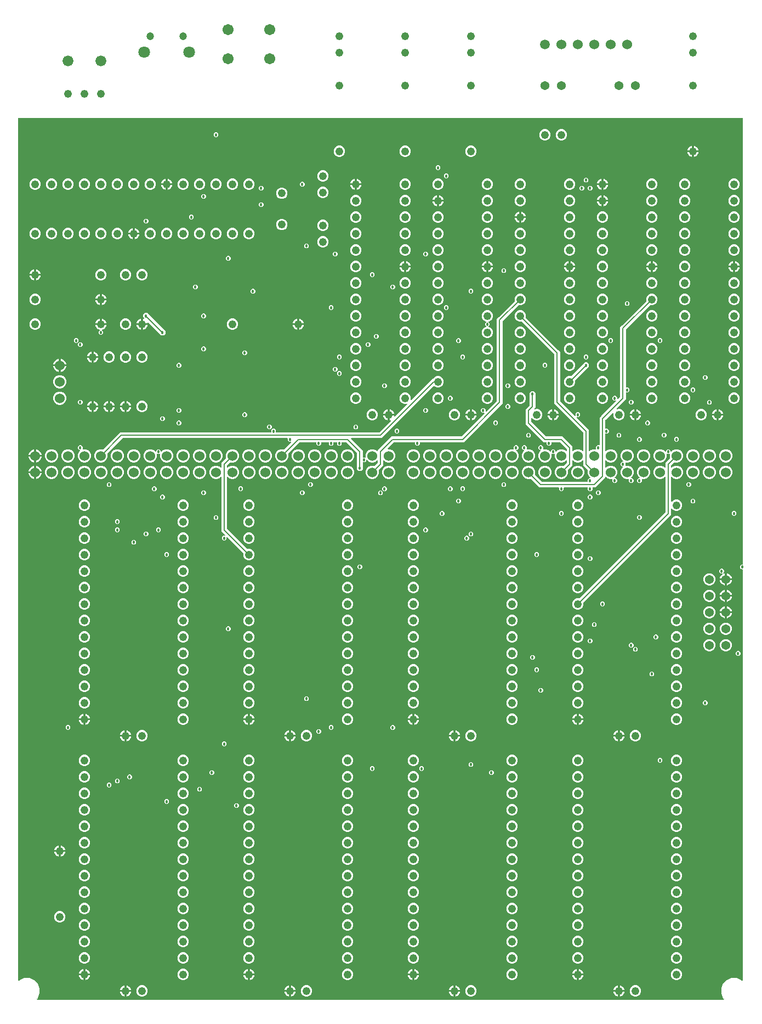
<source format=gbr>
G04 EAGLE Gerber RS-274X export*
G75*
%MOMM*%
%FSLAX34Y34*%
%LPD*%
%INCopper Layer 15*%
%IPPOS*%
%AMOC8*
5,1,8,0,0,1.08239X$1,22.5*%
G01*
%ADD10C,1.219200*%
%ADD11C,1.524000*%
%ADD12C,1.500000*%
%ADD13C,1.676400*%
%ADD14C,1.371600*%
%ADD15C,1.800000*%
%ADD16C,1.200000*%
%ADD17C,1.714500*%
%ADD18C,0.457200*%
%ADD19C,0.127000*%

G36*
X1101278Y11950D02*
X1101278Y11950D01*
X1101349Y11952D01*
X1101398Y11970D01*
X1101450Y11979D01*
X1101513Y12012D01*
X1101580Y12037D01*
X1101621Y12069D01*
X1101667Y12094D01*
X1101716Y12146D01*
X1101772Y12190D01*
X1101800Y12234D01*
X1101836Y12272D01*
X1101867Y12337D01*
X1101905Y12397D01*
X1101918Y12448D01*
X1101940Y12495D01*
X1101948Y12566D01*
X1101965Y12636D01*
X1101961Y12688D01*
X1101967Y12739D01*
X1101952Y12810D01*
X1101946Y12881D01*
X1101926Y12929D01*
X1101915Y12980D01*
X1101878Y13041D01*
X1101850Y13107D01*
X1101805Y13163D01*
X1101789Y13191D01*
X1101771Y13206D01*
X1101745Y13238D01*
X1100805Y14178D01*
X1097789Y21459D01*
X1097789Y29341D01*
X1100805Y36622D01*
X1106378Y42195D01*
X1113659Y45211D01*
X1121541Y45211D01*
X1128822Y42195D01*
X1129762Y41255D01*
X1129820Y41213D01*
X1129872Y41164D01*
X1129919Y41142D01*
X1129961Y41111D01*
X1130030Y41090D01*
X1130095Y41060D01*
X1130147Y41054D01*
X1130197Y41039D01*
X1130268Y41041D01*
X1130339Y41033D01*
X1130390Y41044D01*
X1130442Y41045D01*
X1130510Y41070D01*
X1130580Y41085D01*
X1130624Y41112D01*
X1130673Y41130D01*
X1130729Y41175D01*
X1130791Y41211D01*
X1130825Y41251D01*
X1130865Y41284D01*
X1130904Y41344D01*
X1130951Y41398D01*
X1130970Y41447D01*
X1130998Y41490D01*
X1131016Y41560D01*
X1131043Y41626D01*
X1131051Y41698D01*
X1131059Y41729D01*
X1131057Y41752D01*
X1131061Y41793D01*
X1131061Y675132D01*
X1131058Y675152D01*
X1131060Y675171D01*
X1131038Y675273D01*
X1131022Y675375D01*
X1131012Y675392D01*
X1131008Y675412D01*
X1130955Y675501D01*
X1130906Y675592D01*
X1130892Y675606D01*
X1130882Y675623D01*
X1130803Y675690D01*
X1130728Y675762D01*
X1130710Y675770D01*
X1130695Y675783D01*
X1130599Y675822D01*
X1130505Y675865D01*
X1130485Y675867D01*
X1130467Y675875D01*
X1130300Y675893D01*
X1128827Y675893D01*
X1126743Y677977D01*
X1126743Y680923D01*
X1128827Y683007D01*
X1130300Y683007D01*
X1130320Y683010D01*
X1130339Y683008D01*
X1130441Y683030D01*
X1130543Y683046D01*
X1130560Y683056D01*
X1130580Y683060D01*
X1130669Y683113D01*
X1130760Y683162D01*
X1130774Y683176D01*
X1130791Y683186D01*
X1130858Y683265D01*
X1130930Y683340D01*
X1130938Y683358D01*
X1130951Y683373D01*
X1130990Y683469D01*
X1131033Y683563D01*
X1131035Y683583D01*
X1131043Y683601D01*
X1131061Y683768D01*
X1131061Y1371600D01*
X1131058Y1371620D01*
X1131060Y1371639D01*
X1131038Y1371741D01*
X1131022Y1371843D01*
X1131012Y1371860D01*
X1131008Y1371880D01*
X1130955Y1371969D01*
X1130906Y1372060D01*
X1130892Y1372074D01*
X1130882Y1372091D01*
X1130803Y1372158D01*
X1130728Y1372230D01*
X1130710Y1372238D01*
X1130695Y1372251D01*
X1130599Y1372290D01*
X1130505Y1372333D01*
X1130485Y1372335D01*
X1130467Y1372343D01*
X1130300Y1372361D01*
X12700Y1372361D01*
X12680Y1372358D01*
X12661Y1372360D01*
X12559Y1372338D01*
X12457Y1372322D01*
X12440Y1372312D01*
X12420Y1372308D01*
X12331Y1372255D01*
X12240Y1372206D01*
X12226Y1372192D01*
X12209Y1372182D01*
X12142Y1372103D01*
X12071Y1372028D01*
X12062Y1372010D01*
X12049Y1371995D01*
X12010Y1371899D01*
X11967Y1371805D01*
X11965Y1371785D01*
X11957Y1371767D01*
X11939Y1371600D01*
X11939Y41793D01*
X11950Y41722D01*
X11952Y41651D01*
X11970Y41602D01*
X11979Y41550D01*
X12012Y41487D01*
X12037Y41420D01*
X12069Y41379D01*
X12094Y41333D01*
X12146Y41284D01*
X12190Y41228D01*
X12234Y41200D01*
X12272Y41164D01*
X12337Y41133D01*
X12397Y41095D01*
X12448Y41082D01*
X12495Y41060D01*
X12566Y41052D01*
X12636Y41035D01*
X12688Y41039D01*
X12739Y41033D01*
X12810Y41048D01*
X12881Y41054D01*
X12929Y41074D01*
X12980Y41085D01*
X13041Y41122D01*
X13107Y41150D01*
X13163Y41195D01*
X13191Y41211D01*
X13206Y41229D01*
X13238Y41255D01*
X14178Y42195D01*
X21459Y45211D01*
X29341Y45211D01*
X36622Y42195D01*
X42195Y36622D01*
X45211Y29341D01*
X45211Y21459D01*
X42195Y14178D01*
X41255Y13238D01*
X41213Y13180D01*
X41164Y13128D01*
X41142Y13081D01*
X41111Y13039D01*
X41090Y12970D01*
X41060Y12905D01*
X41054Y12853D01*
X41039Y12803D01*
X41041Y12732D01*
X41033Y12661D01*
X41044Y12610D01*
X41045Y12558D01*
X41070Y12490D01*
X41085Y12420D01*
X41112Y12376D01*
X41130Y12327D01*
X41175Y12271D01*
X41211Y12209D01*
X41251Y12175D01*
X41284Y12135D01*
X41344Y12096D01*
X41398Y12049D01*
X41447Y12030D01*
X41490Y12002D01*
X41560Y11984D01*
X41626Y11957D01*
X41698Y11949D01*
X41729Y11941D01*
X41752Y11943D01*
X41793Y11939D01*
X1101207Y11939D01*
X1101278Y11950D01*
G37*
%LPC*%
G36*
X556779Y815339D02*
X556779Y815339D01*
X553044Y816886D01*
X550186Y819744D01*
X548639Y823479D01*
X548639Y827521D01*
X550186Y831256D01*
X553044Y834114D01*
X556779Y835661D01*
X560821Y835661D01*
X561661Y835313D01*
X561775Y835286D01*
X561888Y835258D01*
X561894Y835258D01*
X561900Y835257D01*
X562017Y835268D01*
X562133Y835277D01*
X562139Y835279D01*
X562145Y835280D01*
X562253Y835328D01*
X562360Y835373D01*
X562365Y835378D01*
X562370Y835380D01*
X562384Y835393D01*
X562491Y835478D01*
X566831Y839819D01*
X566884Y839892D01*
X566944Y839962D01*
X566956Y839992D01*
X566975Y840018D01*
X567002Y840105D01*
X567036Y840190D01*
X567040Y840231D01*
X567047Y840253D01*
X567046Y840286D01*
X567054Y840357D01*
X567054Y842947D01*
X567043Y843018D01*
X567041Y843089D01*
X567023Y843138D01*
X567015Y843190D01*
X566981Y843253D01*
X566956Y843320D01*
X566924Y843361D01*
X566899Y843407D01*
X566847Y843456D01*
X566803Y843512D01*
X566759Y843541D01*
X566721Y843577D01*
X566656Y843607D01*
X566596Y843645D01*
X566545Y843658D01*
X566498Y843680D01*
X566427Y843688D01*
X566357Y843706D01*
X566305Y843701D01*
X566254Y843707D01*
X566183Y843692D01*
X566112Y843686D01*
X566064Y843666D01*
X566013Y843655D01*
X565952Y843618D01*
X565886Y843590D01*
X565830Y843545D01*
X565802Y843529D01*
X565787Y843511D01*
X565755Y843485D01*
X564556Y842286D01*
X560821Y840739D01*
X556779Y840739D01*
X553044Y842286D01*
X550956Y844374D01*
X550898Y844416D01*
X550846Y844466D01*
X550799Y844487D01*
X550757Y844518D01*
X550688Y844539D01*
X550623Y844569D01*
X550571Y844575D01*
X550521Y844590D01*
X550450Y844588D01*
X550379Y844596D01*
X550328Y844585D01*
X550276Y844584D01*
X550208Y844559D01*
X550138Y844544D01*
X550093Y844517D01*
X550045Y844499D01*
X549989Y844455D01*
X549927Y844418D01*
X549893Y844378D01*
X549853Y844346D01*
X549814Y844285D01*
X549767Y844231D01*
X549748Y844183D01*
X549720Y844139D01*
X549702Y844069D01*
X549675Y844003D01*
X549667Y843931D01*
X549659Y843900D01*
X549661Y843877D01*
X549657Y843836D01*
X549657Y843077D01*
X547573Y840993D01*
X544957Y840993D01*
X544937Y840990D01*
X544918Y840992D01*
X544816Y840970D01*
X544714Y840954D01*
X544697Y840944D01*
X544677Y840940D01*
X544588Y840887D01*
X544497Y840838D01*
X544483Y840824D01*
X544466Y840814D01*
X544399Y840735D01*
X544327Y840660D01*
X544319Y840642D01*
X544306Y840627D01*
X544267Y840531D01*
X544224Y840437D01*
X544222Y840417D01*
X544214Y840399D01*
X544196Y840232D01*
X544196Y830008D01*
X541592Y827404D01*
X537908Y827404D01*
X535304Y830008D01*
X535304Y855093D01*
X535290Y855183D01*
X535282Y855274D01*
X535270Y855304D01*
X535265Y855336D01*
X535222Y855417D01*
X535186Y855500D01*
X535160Y855533D01*
X535149Y855553D01*
X535126Y855575D01*
X535081Y855631D01*
X519081Y871631D01*
X519008Y871684D01*
X518938Y871744D01*
X518908Y871756D01*
X518882Y871775D01*
X518795Y871802D01*
X518710Y871836D01*
X518669Y871840D01*
X518647Y871847D01*
X518614Y871846D01*
X518543Y871854D01*
X512318Y871854D01*
X512298Y871851D01*
X512279Y871853D01*
X512177Y871831D01*
X512075Y871815D01*
X512058Y871805D01*
X512038Y871801D01*
X511949Y871748D01*
X511858Y871699D01*
X511844Y871685D01*
X511827Y871675D01*
X511760Y871596D01*
X511688Y871521D01*
X511680Y871503D01*
X511667Y871488D01*
X511628Y871392D01*
X511585Y871298D01*
X511583Y871278D01*
X511575Y871260D01*
X511557Y871093D01*
X511557Y868477D01*
X509473Y866393D01*
X506527Y866393D01*
X504443Y868477D01*
X504443Y871093D01*
X504440Y871113D01*
X504442Y871132D01*
X504420Y871234D01*
X504404Y871336D01*
X504394Y871353D01*
X504390Y871373D01*
X504337Y871462D01*
X504288Y871553D01*
X504274Y871567D01*
X504264Y871584D01*
X504185Y871651D01*
X504110Y871723D01*
X504092Y871731D01*
X504077Y871744D01*
X503981Y871783D01*
X503887Y871826D01*
X503867Y871828D01*
X503849Y871836D01*
X503682Y871854D01*
X499618Y871854D01*
X499598Y871851D01*
X499579Y871853D01*
X499477Y871831D01*
X499375Y871815D01*
X499358Y871805D01*
X499338Y871801D01*
X499249Y871748D01*
X499158Y871699D01*
X499144Y871685D01*
X499127Y871675D01*
X499060Y871596D01*
X498988Y871521D01*
X498980Y871503D01*
X498967Y871488D01*
X498928Y871392D01*
X498885Y871298D01*
X498883Y871278D01*
X498875Y871260D01*
X498857Y871093D01*
X498857Y868477D01*
X496773Y866393D01*
X493827Y866393D01*
X491743Y868477D01*
X491743Y871093D01*
X491740Y871113D01*
X491742Y871132D01*
X491720Y871234D01*
X491704Y871336D01*
X491694Y871353D01*
X491690Y871373D01*
X491637Y871462D01*
X491588Y871553D01*
X491574Y871567D01*
X491564Y871584D01*
X491485Y871651D01*
X491410Y871723D01*
X491392Y871731D01*
X491377Y871744D01*
X491281Y871783D01*
X491187Y871826D01*
X491167Y871828D01*
X491149Y871836D01*
X490982Y871854D01*
X480568Y871854D01*
X480548Y871851D01*
X480529Y871853D01*
X480427Y871831D01*
X480325Y871815D01*
X480308Y871805D01*
X480288Y871801D01*
X480199Y871748D01*
X480108Y871699D01*
X480094Y871685D01*
X480077Y871675D01*
X480010Y871596D01*
X479938Y871521D01*
X479930Y871503D01*
X479917Y871488D01*
X479878Y871392D01*
X479835Y871298D01*
X479833Y871278D01*
X479825Y871260D01*
X479807Y871093D01*
X479807Y868477D01*
X477723Y866393D01*
X474777Y866393D01*
X472693Y868477D01*
X472693Y871093D01*
X472690Y871113D01*
X472692Y871132D01*
X472670Y871234D01*
X472654Y871336D01*
X472644Y871353D01*
X472640Y871373D01*
X472587Y871462D01*
X472538Y871553D01*
X472524Y871567D01*
X472514Y871584D01*
X472435Y871651D01*
X472360Y871723D01*
X472342Y871731D01*
X472327Y871744D01*
X472231Y871783D01*
X472137Y871826D01*
X472117Y871828D01*
X472099Y871836D01*
X471932Y871854D01*
X446657Y871854D01*
X446567Y871840D01*
X446476Y871832D01*
X446446Y871820D01*
X446414Y871815D01*
X446333Y871772D01*
X446250Y871736D01*
X446217Y871710D01*
X446197Y871699D01*
X446175Y871676D01*
X446119Y871631D01*
X429078Y854591D01*
X429010Y854496D01*
X428940Y854402D01*
X428938Y854396D01*
X428934Y854391D01*
X428900Y854279D01*
X428864Y854168D01*
X428864Y854162D01*
X428862Y854156D01*
X428865Y854039D01*
X428866Y853922D01*
X428868Y853915D01*
X428868Y853910D01*
X428875Y853893D01*
X428913Y853761D01*
X429261Y852921D01*
X429261Y848879D01*
X427714Y845144D01*
X424856Y842286D01*
X421121Y840739D01*
X417079Y840739D01*
X413344Y842286D01*
X410486Y845144D01*
X408939Y848879D01*
X408939Y852921D01*
X410486Y856656D01*
X413344Y859514D01*
X417079Y861061D01*
X421121Y861061D01*
X421961Y860713D01*
X422075Y860686D01*
X422188Y860658D01*
X422194Y860658D01*
X422200Y860657D01*
X422317Y860668D01*
X422433Y860677D01*
X422439Y860679D01*
X422445Y860680D01*
X422553Y860728D01*
X422660Y860773D01*
X422665Y860778D01*
X422670Y860780D01*
X422684Y860793D01*
X422791Y860878D01*
X433357Y871444D01*
X433398Y871502D01*
X433448Y871554D01*
X433470Y871601D01*
X433500Y871643D01*
X433521Y871712D01*
X433551Y871777D01*
X433557Y871829D01*
X433572Y871879D01*
X433571Y871950D01*
X433578Y872021D01*
X433567Y872072D01*
X433566Y872124D01*
X433541Y872192D01*
X433526Y872262D01*
X433500Y872306D01*
X433482Y872355D01*
X433437Y872411D01*
X433400Y872473D01*
X433360Y872507D01*
X433328Y872547D01*
X433268Y872586D01*
X433213Y872633D01*
X433165Y872652D01*
X433121Y872680D01*
X433052Y872698D01*
X432985Y872725D01*
X432914Y872733D01*
X432882Y872741D01*
X432859Y872739D01*
X432818Y872743D01*
X430327Y872743D01*
X428243Y874827D01*
X428243Y877443D01*
X428240Y877463D01*
X428242Y877482D01*
X428220Y877584D01*
X428204Y877686D01*
X428194Y877703D01*
X428190Y877723D01*
X428137Y877812D01*
X428088Y877903D01*
X428074Y877917D01*
X428064Y877934D01*
X427985Y878001D01*
X427910Y878073D01*
X427892Y878081D01*
X427877Y878094D01*
X427781Y878133D01*
X427687Y878176D01*
X427667Y878178D01*
X427649Y878186D01*
X427482Y878204D01*
X173607Y878204D01*
X173517Y878190D01*
X173426Y878182D01*
X173396Y878170D01*
X173364Y878165D01*
X173283Y878122D01*
X173200Y878086D01*
X173167Y878060D01*
X173147Y878049D01*
X173125Y878026D01*
X173069Y877981D01*
X149678Y854591D01*
X149610Y854496D01*
X149540Y854402D01*
X149538Y854396D01*
X149534Y854391D01*
X149500Y854279D01*
X149464Y854168D01*
X149464Y854162D01*
X149462Y854156D01*
X149465Y854039D01*
X149466Y853922D01*
X149468Y853915D01*
X149468Y853910D01*
X149475Y853893D01*
X149513Y853761D01*
X149861Y852921D01*
X149861Y848879D01*
X148314Y845144D01*
X145456Y842286D01*
X141721Y840739D01*
X137679Y840739D01*
X133944Y842286D01*
X131086Y845144D01*
X129539Y848879D01*
X129539Y852921D01*
X131086Y856656D01*
X133944Y859514D01*
X137679Y861061D01*
X141721Y861061D01*
X142561Y860713D01*
X142675Y860686D01*
X142788Y860658D01*
X142794Y860658D01*
X142800Y860657D01*
X142917Y860668D01*
X143033Y860677D01*
X143039Y860679D01*
X143045Y860680D01*
X143153Y860728D01*
X143260Y860773D01*
X143265Y860778D01*
X143270Y860780D01*
X143284Y860793D01*
X143391Y860878D01*
X169608Y887096D01*
X402082Y887096D01*
X402102Y887099D01*
X402121Y887097D01*
X402223Y887119D01*
X402325Y887135D01*
X402342Y887145D01*
X402362Y887149D01*
X402451Y887202D01*
X402542Y887251D01*
X402556Y887265D01*
X402573Y887275D01*
X402640Y887354D01*
X402712Y887429D01*
X402720Y887447D01*
X402733Y887462D01*
X402772Y887558D01*
X402815Y887652D01*
X402817Y887672D01*
X402825Y887690D01*
X402843Y887857D01*
X402843Y890473D01*
X404927Y892557D01*
X407873Y892557D01*
X409957Y890473D01*
X409957Y887857D01*
X409960Y887837D01*
X409958Y887818D01*
X409980Y887716D01*
X409996Y887614D01*
X410006Y887597D01*
X410010Y887577D01*
X410063Y887488D01*
X410112Y887397D01*
X410126Y887383D01*
X410136Y887366D01*
X410215Y887299D01*
X410290Y887227D01*
X410308Y887219D01*
X410323Y887206D01*
X410419Y887167D01*
X410513Y887124D01*
X410533Y887122D01*
X410551Y887114D01*
X410718Y887096D01*
X569343Y887096D01*
X569433Y887110D01*
X569524Y887118D01*
X569554Y887130D01*
X569586Y887135D01*
X569667Y887178D01*
X569750Y887214D01*
X569783Y887240D01*
X569803Y887251D01*
X569825Y887274D01*
X569881Y887319D01*
X587365Y904802D01*
X587378Y904821D01*
X587396Y904835D01*
X587450Y904920D01*
X587508Y905002D01*
X587515Y905024D01*
X587527Y905043D01*
X587551Y905141D01*
X587581Y905237D01*
X587580Y905260D01*
X587586Y905282D01*
X587577Y905382D01*
X587574Y905483D01*
X587566Y905504D01*
X587564Y905527D01*
X587525Y905619D01*
X587490Y905714D01*
X587475Y905732D01*
X587466Y905753D01*
X587399Y905827D01*
X587336Y905906D01*
X587317Y905918D01*
X587301Y905935D01*
X587214Y905985D01*
X587129Y906039D01*
X587107Y906044D01*
X587087Y906056D01*
X586988Y906074D01*
X586891Y906099D01*
X586868Y906097D01*
X586845Y906101D01*
X586678Y906087D01*
X585723Y905897D01*
X585723Y912877D01*
X592703Y912877D01*
X592513Y911922D01*
X592512Y911899D01*
X592505Y911877D01*
X592508Y911776D01*
X592505Y911676D01*
X592511Y911654D01*
X592512Y911631D01*
X592546Y911537D01*
X592575Y911440D01*
X592588Y911422D01*
X592596Y911400D01*
X592659Y911322D01*
X592717Y911240D01*
X592736Y911226D01*
X592750Y911208D01*
X592835Y911154D01*
X592916Y911094D01*
X592937Y911087D01*
X592957Y911075D01*
X593055Y911050D01*
X593150Y911020D01*
X593173Y911021D01*
X593195Y911015D01*
X593296Y911023D01*
X593396Y911024D01*
X593418Y911032D01*
X593441Y911034D01*
X593533Y911073D01*
X593628Y911107D01*
X593646Y911121D01*
X593667Y911130D01*
X593798Y911235D01*
X612723Y930160D01*
X612779Y930239D01*
X612842Y930314D01*
X612851Y930338D01*
X612866Y930360D01*
X612895Y930453D01*
X612930Y930544D01*
X612931Y930570D01*
X612939Y930595D01*
X612936Y930692D01*
X612940Y930789D01*
X612933Y930815D01*
X612932Y930841D01*
X612899Y930932D01*
X612872Y931026D01*
X612857Y931047D01*
X612848Y931072D01*
X612787Y931148D01*
X612731Y931228D01*
X612710Y931243D01*
X612694Y931264D01*
X612612Y931316D01*
X612534Y931374D01*
X612509Y931382D01*
X612487Y931397D01*
X612393Y931420D01*
X612300Y931451D01*
X612274Y931450D01*
X612249Y931457D01*
X612152Y931449D01*
X612054Y931448D01*
X612023Y931439D01*
X612003Y931438D01*
X611973Y931425D01*
X611893Y931401D01*
X611318Y931163D01*
X607882Y931163D01*
X604708Y932478D01*
X602278Y934908D01*
X600963Y938082D01*
X600963Y941518D01*
X602278Y944692D01*
X604708Y947122D01*
X607882Y948437D01*
X611318Y948437D01*
X614492Y947122D01*
X616922Y944692D01*
X618237Y941518D01*
X618237Y938082D01*
X617999Y937507D01*
X617976Y937412D01*
X617948Y937319D01*
X617948Y937293D01*
X617942Y937267D01*
X617951Y937171D01*
X617954Y937073D01*
X617963Y937049D01*
X617965Y937023D01*
X618005Y936934D01*
X618038Y936842D01*
X618055Y936822D01*
X618065Y936798D01*
X618131Y936726D01*
X618192Y936650D01*
X618214Y936636D01*
X618232Y936617D01*
X618317Y936570D01*
X618399Y936517D01*
X618424Y936511D01*
X618447Y936498D01*
X618543Y936481D01*
X618638Y936457D01*
X618664Y936459D01*
X618689Y936454D01*
X618786Y936469D01*
X618883Y936476D01*
X618907Y936486D01*
X618933Y936490D01*
X619020Y936534D01*
X619109Y936573D01*
X619135Y936593D01*
X619152Y936602D01*
X619175Y936625D01*
X619240Y936677D01*
X652208Y969646D01*
X652384Y969646D01*
X652499Y969665D01*
X652615Y969682D01*
X652621Y969684D01*
X652627Y969685D01*
X652730Y969740D01*
X652835Y969793D01*
X652839Y969798D01*
X652845Y969801D01*
X652924Y969885D01*
X653007Y969969D01*
X653011Y969975D01*
X653014Y969979D01*
X653022Y969996D01*
X653071Y970085D01*
X655508Y972522D01*
X658682Y973837D01*
X662118Y973837D01*
X665292Y972522D01*
X667722Y970092D01*
X669037Y966918D01*
X669037Y963482D01*
X667722Y960308D01*
X665292Y957878D01*
X662118Y956563D01*
X658682Y956563D01*
X655508Y957878D01*
X654800Y958586D01*
X654784Y958598D01*
X654771Y958613D01*
X654684Y958669D01*
X654600Y958730D01*
X654581Y958735D01*
X654564Y958746D01*
X654464Y958771D01*
X654365Y958802D01*
X654345Y958801D01*
X654326Y958806D01*
X654223Y958798D01*
X654119Y958796D01*
X654100Y958789D01*
X654081Y958787D01*
X653986Y958747D01*
X653888Y958711D01*
X653872Y958699D01*
X653854Y958691D01*
X653723Y958586D01*
X576169Y881031D01*
X573342Y878204D01*
X526921Y878204D01*
X526850Y878193D01*
X526778Y878191D01*
X526729Y878173D01*
X526678Y878165D01*
X526615Y878131D01*
X526547Y878106D01*
X526507Y878074D01*
X526461Y878049D01*
X526411Y877997D01*
X526355Y877953D01*
X526327Y877909D01*
X526291Y877871D01*
X526261Y877806D01*
X526222Y877746D01*
X526210Y877695D01*
X526188Y877648D01*
X526180Y877577D01*
X526162Y877507D01*
X526166Y877455D01*
X526161Y877404D01*
X526176Y877333D01*
X526181Y877262D01*
X526202Y877214D01*
X526213Y877163D01*
X526250Y877102D01*
X526278Y877036D01*
X526322Y876980D01*
X526339Y876952D01*
X526357Y876937D01*
X526382Y876905D01*
X544196Y859092D01*
X544196Y848868D01*
X544199Y848848D01*
X544197Y848829D01*
X544219Y848727D01*
X544235Y848625D01*
X544245Y848608D01*
X544249Y848588D01*
X544302Y848499D01*
X544351Y848408D01*
X544365Y848394D01*
X544375Y848377D01*
X544454Y848310D01*
X544529Y848238D01*
X544547Y848230D01*
X544562Y848217D01*
X544658Y848178D01*
X544752Y848135D01*
X544772Y848133D01*
X544790Y848125D01*
X544957Y848107D01*
X547878Y848107D01*
X547898Y848110D01*
X547917Y848108D01*
X548019Y848130D01*
X548121Y848146D01*
X548138Y848156D01*
X548158Y848160D01*
X548247Y848213D01*
X548338Y848262D01*
X548352Y848276D01*
X548369Y848286D01*
X548436Y848365D01*
X548508Y848440D01*
X548516Y848458D01*
X548529Y848473D01*
X548568Y848569D01*
X548611Y848663D01*
X548613Y848683D01*
X548621Y848701D01*
X548639Y848868D01*
X548639Y852921D01*
X550186Y856656D01*
X553044Y859514D01*
X556779Y861061D01*
X560821Y861061D01*
X564556Y859514D01*
X565755Y858315D01*
X565813Y858273D01*
X565865Y858223D01*
X565912Y858202D01*
X565954Y858171D01*
X566023Y858150D01*
X566088Y858120D01*
X566140Y858114D01*
X566190Y858099D01*
X566261Y858101D01*
X566332Y858093D01*
X566383Y858104D01*
X566435Y858105D01*
X566503Y858130D01*
X566573Y858145D01*
X566618Y858172D01*
X566666Y858190D01*
X566722Y858234D01*
X566784Y858271D01*
X566818Y858311D01*
X566858Y858343D01*
X566897Y858404D01*
X566944Y858458D01*
X566963Y858506D01*
X566991Y858550D01*
X567009Y858620D01*
X567036Y858686D01*
X567044Y858758D01*
X567052Y858789D01*
X567050Y858812D01*
X567054Y858853D01*
X567054Y859092D01*
X588708Y880746D01*
X696343Y880746D01*
X696433Y880760D01*
X696524Y880768D01*
X696554Y880780D01*
X696586Y880785D01*
X696667Y880828D01*
X696750Y880864D01*
X696783Y880890D01*
X696803Y880901D01*
X696825Y880924D01*
X696881Y880969D01*
X731807Y915894D01*
X731848Y915952D01*
X731898Y916004D01*
X731920Y916051D01*
X731950Y916093D01*
X731971Y916162D01*
X732001Y916227D01*
X732007Y916279D01*
X732022Y916329D01*
X732021Y916400D01*
X732028Y916471D01*
X732017Y916522D01*
X732016Y916574D01*
X731991Y916642D01*
X731976Y916712D01*
X731949Y916757D01*
X731932Y916805D01*
X731887Y916861D01*
X731850Y916923D01*
X731810Y916957D01*
X731778Y916997D01*
X731718Y917036D01*
X731663Y917083D01*
X731615Y917102D01*
X731571Y917130D01*
X731502Y917148D01*
X731435Y917175D01*
X731364Y917183D01*
X731332Y917191D01*
X731309Y917189D01*
X731268Y917193D01*
X728777Y917193D01*
X726693Y919277D01*
X726693Y922223D01*
X728777Y924307D01*
X731723Y924307D01*
X733807Y922223D01*
X733807Y919732D01*
X733818Y919661D01*
X733820Y919589D01*
X733838Y919540D01*
X733846Y919489D01*
X733880Y919426D01*
X733905Y919358D01*
X733937Y919318D01*
X733962Y919272D01*
X734014Y919222D01*
X734058Y919166D01*
X734102Y919138D01*
X734140Y919102D01*
X734205Y919072D01*
X734265Y919033D01*
X734316Y919021D01*
X734363Y918999D01*
X734434Y918991D01*
X734504Y918973D01*
X734556Y918977D01*
X734607Y918972D01*
X734678Y918987D01*
X734749Y918992D01*
X734797Y919013D01*
X734848Y919024D01*
X734909Y919061D01*
X734975Y919089D01*
X735031Y919133D01*
X735059Y919150D01*
X735074Y919168D01*
X735106Y919193D01*
X750981Y935069D01*
X751034Y935142D01*
X751094Y935212D01*
X751106Y935242D01*
X751125Y935268D01*
X751152Y935355D01*
X751186Y935440D01*
X751190Y935481D01*
X751197Y935503D01*
X751196Y935536D01*
X751204Y935607D01*
X751204Y1062292D01*
X754031Y1065119D01*
X778589Y1089676D01*
X778656Y1089770D01*
X778727Y1089865D01*
X778728Y1089870D01*
X778732Y1089876D01*
X778766Y1089987D01*
X778803Y1090098D01*
X778803Y1090105D01*
X778804Y1090111D01*
X778801Y1090227D01*
X778800Y1090344D01*
X778798Y1090352D01*
X778798Y1090356D01*
X778792Y1090374D01*
X778763Y1090472D01*
X778763Y1093918D01*
X780078Y1097092D01*
X782508Y1099522D01*
X785682Y1100837D01*
X789118Y1100837D01*
X792292Y1099522D01*
X794722Y1097092D01*
X796037Y1093918D01*
X796037Y1090482D01*
X794722Y1087308D01*
X792292Y1084878D01*
X789118Y1083563D01*
X785664Y1083563D01*
X785592Y1083580D01*
X785478Y1083609D01*
X785472Y1083608D01*
X785466Y1083610D01*
X785350Y1083599D01*
X785233Y1083590D01*
X785227Y1083587D01*
X785221Y1083587D01*
X785114Y1083539D01*
X785007Y1083493D01*
X785001Y1083489D01*
X784996Y1083487D01*
X784983Y1083474D01*
X784876Y1083389D01*
X760319Y1058831D01*
X760266Y1058758D01*
X760206Y1058688D01*
X760194Y1058658D01*
X760175Y1058632D01*
X760148Y1058545D01*
X760114Y1058460D01*
X760110Y1058419D01*
X760103Y1058397D01*
X760104Y1058364D01*
X760096Y1058293D01*
X760096Y931608D01*
X700342Y871854D01*
X632968Y871854D01*
X632948Y871851D01*
X632929Y871853D01*
X632827Y871831D01*
X632725Y871815D01*
X632708Y871805D01*
X632688Y871801D01*
X632599Y871748D01*
X632508Y871699D01*
X632494Y871685D01*
X632477Y871675D01*
X632410Y871596D01*
X632338Y871521D01*
X632330Y871503D01*
X632317Y871488D01*
X632278Y871392D01*
X632235Y871298D01*
X632233Y871278D01*
X632225Y871260D01*
X632207Y871093D01*
X632207Y868477D01*
X630123Y866393D01*
X627177Y866393D01*
X625093Y868477D01*
X625093Y871093D01*
X625090Y871113D01*
X625092Y871132D01*
X625070Y871234D01*
X625054Y871336D01*
X625044Y871353D01*
X625040Y871373D01*
X624987Y871462D01*
X624938Y871553D01*
X624924Y871567D01*
X624914Y871584D01*
X624835Y871651D01*
X624760Y871723D01*
X624742Y871731D01*
X624727Y871744D01*
X624631Y871783D01*
X624537Y871826D01*
X624517Y871828D01*
X624499Y871836D01*
X624332Y871854D01*
X592707Y871854D01*
X592617Y871840D01*
X592526Y871832D01*
X592496Y871820D01*
X592464Y871815D01*
X592383Y871772D01*
X592300Y871736D01*
X592267Y871710D01*
X592247Y871699D01*
X592225Y871676D01*
X592169Y871631D01*
X582897Y862360D01*
X582856Y862302D01*
X582806Y862250D01*
X582784Y862203D01*
X582754Y862161D01*
X582733Y862092D01*
X582703Y862027D01*
X582697Y861975D01*
X582682Y861925D01*
X582683Y861854D01*
X582676Y861783D01*
X582687Y861732D01*
X582688Y861680D01*
X582713Y861612D01*
X582728Y861542D01*
X582755Y861497D01*
X582772Y861449D01*
X582817Y861393D01*
X582854Y861331D01*
X582894Y861297D01*
X582926Y861257D01*
X582986Y861218D01*
X583041Y861171D01*
X583089Y861152D01*
X583133Y861124D01*
X583202Y861106D01*
X583269Y861079D01*
X583340Y861071D01*
X583372Y861063D01*
X583395Y861065D01*
X583436Y861061D01*
X586221Y861061D01*
X589956Y859514D01*
X592814Y856656D01*
X594361Y852921D01*
X594361Y848879D01*
X592814Y845144D01*
X589956Y842286D01*
X586221Y840739D01*
X582179Y840739D01*
X578444Y842286D01*
X577245Y843485D01*
X577187Y843527D01*
X577135Y843577D01*
X577088Y843598D01*
X577046Y843629D01*
X576977Y843650D01*
X576912Y843680D01*
X576860Y843686D01*
X576810Y843701D01*
X576739Y843699D01*
X576668Y843707D01*
X576617Y843696D01*
X576565Y843695D01*
X576497Y843670D01*
X576427Y843655D01*
X576382Y843628D01*
X576334Y843610D01*
X576278Y843566D01*
X576216Y843529D01*
X576182Y843489D01*
X576142Y843457D01*
X576103Y843396D01*
X576056Y843342D01*
X576037Y843294D01*
X576009Y843250D01*
X575991Y843180D01*
X575964Y843114D01*
X575956Y843042D01*
X575948Y843011D01*
X575950Y842988D01*
X575946Y842947D01*
X575946Y836358D01*
X573119Y833531D01*
X568778Y829191D01*
X568710Y829096D01*
X568640Y829002D01*
X568638Y828996D01*
X568634Y828991D01*
X568600Y828879D01*
X568564Y828768D01*
X568564Y828762D01*
X568562Y828756D01*
X568565Y828639D01*
X568566Y828522D01*
X568568Y828515D01*
X568568Y828510D01*
X568575Y828492D01*
X568613Y828361D01*
X568961Y827521D01*
X568961Y823479D01*
X567414Y819744D01*
X564556Y816886D01*
X560821Y815339D01*
X556779Y815339D01*
G37*
%LPD*%
%LPC*%
G36*
X849427Y796543D02*
X849427Y796543D01*
X847343Y798627D01*
X847343Y801243D01*
X847340Y801263D01*
X847342Y801282D01*
X847320Y801384D01*
X847304Y801486D01*
X847294Y801503D01*
X847290Y801523D01*
X847237Y801612D01*
X847188Y801703D01*
X847174Y801717D01*
X847164Y801734D01*
X847085Y801801D01*
X847010Y801873D01*
X846992Y801881D01*
X846977Y801894D01*
X846881Y801933D01*
X846787Y801976D01*
X846767Y801978D01*
X846749Y801986D01*
X846582Y802004D01*
X817308Y802004D01*
X803791Y815522D01*
X803696Y815590D01*
X803602Y815660D01*
X803596Y815662D01*
X803591Y815666D01*
X803479Y815700D01*
X803368Y815736D01*
X803362Y815736D01*
X803356Y815738D01*
X803239Y815735D01*
X803122Y815734D01*
X803115Y815732D01*
X803110Y815732D01*
X803093Y815725D01*
X802961Y815687D01*
X802121Y815339D01*
X798079Y815339D01*
X794344Y816886D01*
X791486Y819744D01*
X789939Y823479D01*
X789939Y827521D01*
X791486Y831256D01*
X794344Y834114D01*
X798079Y835661D01*
X802121Y835661D01*
X805856Y834114D01*
X808714Y831256D01*
X810261Y827521D01*
X810261Y823479D01*
X809913Y822639D01*
X809886Y822525D01*
X809858Y822412D01*
X809858Y822406D01*
X809857Y822400D01*
X809868Y822283D01*
X809877Y822167D01*
X809879Y822161D01*
X809880Y822155D01*
X809928Y822047D01*
X809973Y821940D01*
X809978Y821935D01*
X809980Y821930D01*
X809993Y821916D01*
X810078Y821809D01*
X820769Y811119D01*
X820842Y811066D01*
X820912Y811006D01*
X820942Y810994D01*
X820968Y810975D01*
X821055Y810948D01*
X821140Y810914D01*
X821181Y810910D01*
X821203Y810903D01*
X821236Y810904D01*
X821307Y810896D01*
X891032Y810896D01*
X891052Y810899D01*
X891071Y810897D01*
X891173Y810919D01*
X891275Y810935D01*
X891292Y810945D01*
X891312Y810949D01*
X891401Y811002D01*
X891492Y811051D01*
X891506Y811065D01*
X891523Y811075D01*
X891590Y811154D01*
X891662Y811229D01*
X891670Y811247D01*
X891683Y811262D01*
X891722Y811358D01*
X891765Y811452D01*
X891767Y811472D01*
X891775Y811490D01*
X891793Y811657D01*
X891793Y814273D01*
X893877Y816357D01*
X894636Y816357D01*
X894707Y816368D01*
X894778Y816370D01*
X894827Y816388D01*
X894879Y816396D01*
X894942Y816430D01*
X895009Y816455D01*
X895050Y816487D01*
X895096Y816512D01*
X895145Y816564D01*
X895201Y816608D01*
X895230Y816652D01*
X895266Y816690D01*
X895296Y816755D01*
X895334Y816815D01*
X895347Y816866D01*
X895369Y816913D01*
X895377Y816984D01*
X895395Y817054D01*
X895390Y817106D01*
X895396Y817157D01*
X895381Y817228D01*
X895375Y817299D01*
X895355Y817347D01*
X895344Y817398D01*
X895307Y817459D01*
X895279Y817525D01*
X895234Y817581D01*
X895218Y817609D01*
X895200Y817624D01*
X895174Y817656D01*
X893086Y819744D01*
X891539Y823479D01*
X891539Y827521D01*
X891887Y828361D01*
X891914Y828475D01*
X891942Y828588D01*
X891942Y828594D01*
X891943Y828600D01*
X891932Y828717D01*
X891923Y828833D01*
X891921Y828839D01*
X891920Y828845D01*
X891872Y828953D01*
X891827Y829060D01*
X891822Y829065D01*
X891820Y829070D01*
X891807Y829084D01*
X891722Y829191D01*
X884554Y836358D01*
X884554Y842947D01*
X884543Y843018D01*
X884541Y843089D01*
X884523Y843138D01*
X884515Y843190D01*
X884481Y843253D01*
X884456Y843320D01*
X884424Y843361D01*
X884399Y843407D01*
X884347Y843456D01*
X884303Y843512D01*
X884259Y843541D01*
X884221Y843577D01*
X884156Y843607D01*
X884096Y843645D01*
X884045Y843658D01*
X883998Y843680D01*
X883927Y843688D01*
X883857Y843706D01*
X883805Y843701D01*
X883754Y843707D01*
X883683Y843692D01*
X883612Y843686D01*
X883564Y843666D01*
X883513Y843655D01*
X883452Y843618D01*
X883386Y843590D01*
X883330Y843545D01*
X883302Y843529D01*
X883287Y843511D01*
X883255Y843485D01*
X882056Y842286D01*
X878321Y840739D01*
X874279Y840739D01*
X870544Y842286D01*
X869345Y843485D01*
X869287Y843527D01*
X869235Y843577D01*
X869188Y843598D01*
X869146Y843629D01*
X869077Y843650D01*
X869012Y843680D01*
X868960Y843686D01*
X868910Y843701D01*
X868839Y843699D01*
X868768Y843707D01*
X868717Y843696D01*
X868665Y843695D01*
X868597Y843670D01*
X868527Y843655D01*
X868482Y843628D01*
X868434Y843610D01*
X868378Y843566D01*
X868316Y843529D01*
X868282Y843489D01*
X868242Y843457D01*
X868203Y843396D01*
X868156Y843342D01*
X868137Y843294D01*
X868109Y843250D01*
X868091Y843180D01*
X868064Y843114D01*
X868056Y843042D01*
X868048Y843011D01*
X868050Y842988D01*
X868046Y842947D01*
X868046Y836358D01*
X860878Y829191D01*
X860809Y829095D01*
X860740Y829002D01*
X860738Y828996D01*
X860734Y828991D01*
X860700Y828879D01*
X860664Y828768D01*
X860664Y828762D01*
X860662Y828756D01*
X860665Y828639D01*
X860666Y828522D01*
X860668Y828515D01*
X860668Y828510D01*
X860675Y828493D01*
X860713Y828361D01*
X861061Y827521D01*
X861061Y823479D01*
X859514Y819744D01*
X856656Y816886D01*
X852921Y815339D01*
X848879Y815339D01*
X845144Y816886D01*
X842286Y819744D01*
X840739Y823479D01*
X840739Y827521D01*
X842286Y831256D01*
X845144Y834114D01*
X848879Y835661D01*
X852921Y835661D01*
X853761Y835313D01*
X853875Y835286D01*
X853988Y835258D01*
X853994Y835258D01*
X854000Y835257D01*
X854117Y835268D01*
X854233Y835277D01*
X854239Y835279D01*
X854245Y835280D01*
X854353Y835328D01*
X854460Y835373D01*
X854465Y835378D01*
X854470Y835380D01*
X854484Y835393D01*
X854591Y835478D01*
X858931Y839819D01*
X858984Y839893D01*
X859044Y839962D01*
X859056Y839992D01*
X859075Y840018D01*
X859102Y840105D01*
X859136Y840190D01*
X859140Y840231D01*
X859147Y840253D01*
X859146Y840286D01*
X859154Y840357D01*
X859154Y842947D01*
X859143Y843018D01*
X859141Y843089D01*
X859123Y843138D01*
X859115Y843190D01*
X859081Y843253D01*
X859056Y843320D01*
X859024Y843361D01*
X858999Y843407D01*
X858947Y843456D01*
X858903Y843512D01*
X858859Y843541D01*
X858821Y843577D01*
X858756Y843607D01*
X858696Y843645D01*
X858645Y843658D01*
X858598Y843680D01*
X858527Y843688D01*
X858457Y843706D01*
X858405Y843701D01*
X858354Y843707D01*
X858283Y843692D01*
X858212Y843686D01*
X858164Y843666D01*
X858113Y843655D01*
X858052Y843618D01*
X857986Y843590D01*
X857930Y843545D01*
X857902Y843529D01*
X857887Y843511D01*
X857855Y843485D01*
X856656Y842286D01*
X852921Y840739D01*
X848879Y840739D01*
X845144Y842286D01*
X842286Y845144D01*
X840739Y848879D01*
X840739Y852932D01*
X840736Y852952D01*
X840738Y852971D01*
X840716Y853073D01*
X840700Y853175D01*
X840690Y853192D01*
X840686Y853212D01*
X840633Y853301D01*
X840584Y853392D01*
X840570Y853406D01*
X840560Y853423D01*
X840481Y853490D01*
X840406Y853562D01*
X840388Y853570D01*
X840373Y853583D01*
X840277Y853622D01*
X840183Y853665D01*
X840163Y853667D01*
X840145Y853675D01*
X839978Y853693D01*
X836422Y853693D01*
X836402Y853690D01*
X836383Y853692D01*
X836281Y853670D01*
X836179Y853654D01*
X836162Y853644D01*
X836142Y853640D01*
X836053Y853587D01*
X835962Y853538D01*
X835948Y853524D01*
X835931Y853514D01*
X835864Y853435D01*
X835792Y853360D01*
X835784Y853342D01*
X835771Y853327D01*
X835732Y853230D01*
X835689Y853137D01*
X835687Y853117D01*
X835679Y853099D01*
X835661Y852932D01*
X835661Y848879D01*
X834114Y845144D01*
X831256Y842286D01*
X827521Y840739D01*
X823479Y840739D01*
X819744Y842286D01*
X816886Y845144D01*
X815339Y848879D01*
X815339Y852921D01*
X816886Y856656D01*
X818974Y858744D01*
X819016Y858802D01*
X819066Y858854D01*
X819087Y858901D01*
X819118Y858943D01*
X819139Y859012D01*
X819169Y859077D01*
X819175Y859129D01*
X819190Y859179D01*
X819188Y859250D01*
X819196Y859321D01*
X819185Y859372D01*
X819184Y859424D01*
X819159Y859492D01*
X819144Y859562D01*
X819117Y859607D01*
X819099Y859655D01*
X819055Y859711D01*
X819018Y859773D01*
X818978Y859807D01*
X818946Y859847D01*
X818885Y859886D01*
X818831Y859933D01*
X818783Y859952D01*
X818739Y859980D01*
X818669Y859998D01*
X818603Y860025D01*
X818531Y860033D01*
X818500Y860041D01*
X818477Y860039D01*
X818436Y860043D01*
X817677Y860043D01*
X815593Y862127D01*
X815593Y865073D01*
X817677Y867157D01*
X820623Y867157D01*
X822707Y865073D01*
X822707Y861822D01*
X822710Y861802D01*
X822708Y861783D01*
X822730Y861681D01*
X822746Y861579D01*
X822756Y861562D01*
X822760Y861542D01*
X822813Y861453D01*
X822862Y861362D01*
X822876Y861348D01*
X822886Y861331D01*
X822965Y861264D01*
X823040Y861192D01*
X823058Y861184D01*
X823073Y861171D01*
X823169Y861132D01*
X823263Y861089D01*
X823283Y861087D01*
X823301Y861079D01*
X823468Y861061D01*
X827521Y861061D01*
X831256Y859514D01*
X833344Y857426D01*
X833402Y857384D01*
X833454Y857334D01*
X833501Y857313D01*
X833543Y857282D01*
X833612Y857261D01*
X833677Y857231D01*
X833729Y857225D01*
X833779Y857210D01*
X833850Y857212D01*
X833921Y857204D01*
X833972Y857215D01*
X834024Y857216D01*
X834092Y857241D01*
X834162Y857256D01*
X834207Y857283D01*
X834255Y857301D01*
X834311Y857345D01*
X834373Y857382D01*
X834407Y857422D01*
X834447Y857454D01*
X834486Y857515D01*
X834533Y857569D01*
X834552Y857617D01*
X834580Y857661D01*
X834598Y857731D01*
X834625Y857797D01*
X834633Y857869D01*
X834641Y857900D01*
X834639Y857923D01*
X834643Y857964D01*
X834643Y858723D01*
X836727Y860807D01*
X839673Y860807D01*
X841757Y858723D01*
X841757Y857964D01*
X841768Y857893D01*
X841770Y857822D01*
X841788Y857773D01*
X841796Y857721D01*
X841830Y857658D01*
X841855Y857591D01*
X841887Y857550D01*
X841912Y857504D01*
X841964Y857455D01*
X842008Y857399D01*
X842052Y857370D01*
X842090Y857334D01*
X842155Y857304D01*
X842215Y857266D01*
X842266Y857253D01*
X842313Y857231D01*
X842384Y857223D01*
X842454Y857205D01*
X842506Y857210D01*
X842557Y857204D01*
X842628Y857219D01*
X842699Y857225D01*
X842747Y857245D01*
X842798Y857256D01*
X842859Y857293D01*
X842925Y857321D01*
X842981Y857366D01*
X843009Y857382D01*
X843024Y857400D01*
X843056Y857426D01*
X845144Y859514D01*
X848879Y861061D01*
X852921Y861061D01*
X856656Y859514D01*
X857855Y858315D01*
X857913Y858273D01*
X857965Y858223D01*
X858012Y858202D01*
X858054Y858171D01*
X858123Y858150D01*
X858188Y858120D01*
X858240Y858114D01*
X858290Y858099D01*
X858361Y858101D01*
X858432Y858093D01*
X858483Y858104D01*
X858535Y858105D01*
X858603Y858130D01*
X858673Y858145D01*
X858718Y858172D01*
X858766Y858190D01*
X858822Y858234D01*
X858884Y858271D01*
X858918Y858311D01*
X858958Y858343D01*
X858997Y858404D01*
X859044Y858458D01*
X859063Y858506D01*
X859091Y858550D01*
X859109Y858620D01*
X859136Y858686D01*
X859144Y858758D01*
X859152Y858789D01*
X859150Y858812D01*
X859154Y858853D01*
X859154Y861443D01*
X859140Y861533D01*
X859132Y861624D01*
X859120Y861654D01*
X859115Y861686D01*
X859072Y861767D01*
X859036Y861850D01*
X859010Y861883D01*
X858999Y861903D01*
X858976Y861925D01*
X858931Y861981D01*
X849281Y871631D01*
X849208Y871684D01*
X849138Y871744D01*
X849108Y871756D01*
X849082Y871775D01*
X848995Y871802D01*
X848910Y871836D01*
X848869Y871840D01*
X848847Y871847D01*
X848814Y871846D01*
X848743Y871854D01*
X836168Y871854D01*
X836148Y871851D01*
X836129Y871853D01*
X836027Y871831D01*
X835925Y871815D01*
X835908Y871805D01*
X835888Y871801D01*
X835799Y871748D01*
X835708Y871699D01*
X835694Y871685D01*
X835677Y871675D01*
X835610Y871596D01*
X835538Y871521D01*
X835530Y871503D01*
X835517Y871488D01*
X835478Y871392D01*
X835435Y871298D01*
X835433Y871278D01*
X835425Y871260D01*
X835407Y871093D01*
X835407Y868477D01*
X833323Y866393D01*
X830377Y866393D01*
X828293Y868477D01*
X828293Y871093D01*
X828290Y871113D01*
X828292Y871132D01*
X828270Y871234D01*
X828254Y871336D01*
X828244Y871353D01*
X828240Y871373D01*
X828187Y871462D01*
X828138Y871553D01*
X828124Y871567D01*
X828114Y871584D01*
X828035Y871651D01*
X827960Y871723D01*
X827942Y871731D01*
X827927Y871744D01*
X827831Y871783D01*
X827737Y871826D01*
X827717Y871828D01*
X827699Y871836D01*
X827532Y871854D01*
X823658Y871854D01*
X795654Y899858D01*
X795654Y922592D01*
X801781Y928719D01*
X801825Y928779D01*
X801861Y928817D01*
X801867Y928831D01*
X801894Y928862D01*
X801906Y928892D01*
X801925Y928918D01*
X801952Y929005D01*
X801986Y929090D01*
X801990Y929131D01*
X801997Y929153D01*
X801996Y929186D01*
X802004Y929257D01*
X802004Y947992D01*
X804608Y950596D01*
X808292Y950596D01*
X810896Y947992D01*
X810896Y925258D01*
X809677Y924040D01*
X809620Y923961D01*
X809558Y923886D01*
X809549Y923862D01*
X809534Y923840D01*
X809505Y923747D01*
X809470Y923656D01*
X809469Y923630D01*
X809461Y923605D01*
X809464Y923508D01*
X809460Y923411D01*
X809467Y923386D01*
X809468Y923359D01*
X809501Y923268D01*
X809528Y923174D01*
X809543Y923153D01*
X809552Y923128D01*
X809613Y923052D01*
X809669Y922972D01*
X809690Y922957D01*
X809706Y922936D01*
X809788Y922884D01*
X809866Y922826D01*
X809891Y922818D01*
X809913Y922803D01*
X810007Y922780D01*
X810100Y922749D01*
X810126Y922750D01*
X810151Y922743D01*
X810248Y922751D01*
X810346Y922752D01*
X810377Y922761D01*
X810397Y922762D01*
X810427Y922775D01*
X810507Y922798D01*
X811082Y923037D01*
X814518Y923037D01*
X817692Y921722D01*
X820122Y919292D01*
X821437Y916118D01*
X821437Y912682D01*
X820122Y909508D01*
X817692Y907078D01*
X814518Y905763D01*
X811082Y905763D01*
X807908Y907078D01*
X805845Y909141D01*
X805787Y909182D01*
X805735Y909232D01*
X805688Y909254D01*
X805646Y909284D01*
X805577Y909305D01*
X805512Y909335D01*
X805460Y909341D01*
X805410Y909356D01*
X805339Y909355D01*
X805268Y909362D01*
X805217Y909351D01*
X805165Y909350D01*
X805097Y909325D01*
X805027Y909310D01*
X804982Y909284D01*
X804934Y909266D01*
X804878Y909221D01*
X804816Y909184D01*
X804782Y909144D01*
X804742Y909112D01*
X804703Y909052D01*
X804656Y908997D01*
X804637Y908949D01*
X804609Y908905D01*
X804591Y908836D01*
X804564Y908769D01*
X804556Y908698D01*
X804548Y908666D01*
X804550Y908643D01*
X804546Y908602D01*
X804546Y903857D01*
X804560Y903767D01*
X804568Y903676D01*
X804580Y903646D01*
X804585Y903614D01*
X804628Y903533D01*
X804664Y903450D01*
X804690Y903417D01*
X804701Y903397D01*
X804724Y903375D01*
X804769Y903319D01*
X827119Y880969D01*
X827192Y880916D01*
X827262Y880856D01*
X827292Y880844D01*
X827318Y880825D01*
X827405Y880798D01*
X827490Y880764D01*
X827531Y880760D01*
X827553Y880753D01*
X827586Y880754D01*
X827657Y880746D01*
X852742Y880746D01*
X868046Y865442D01*
X868046Y858853D01*
X868057Y858782D01*
X868059Y858711D01*
X868077Y858662D01*
X868085Y858610D01*
X868119Y858547D01*
X868144Y858480D01*
X868176Y858439D01*
X868201Y858393D01*
X868253Y858344D01*
X868297Y858288D01*
X868341Y858259D01*
X868379Y858223D01*
X868444Y858193D01*
X868504Y858155D01*
X868555Y858142D01*
X868602Y858120D01*
X868673Y858112D01*
X868743Y858094D01*
X868795Y858099D01*
X868846Y858093D01*
X868917Y858108D01*
X868988Y858114D01*
X869036Y858134D01*
X869087Y858145D01*
X869148Y858182D01*
X869214Y858210D01*
X869270Y858255D01*
X869298Y858271D01*
X869313Y858289D01*
X869345Y858315D01*
X870544Y859514D01*
X874279Y861061D01*
X878321Y861061D01*
X882056Y859514D01*
X883255Y858315D01*
X883313Y858273D01*
X883365Y858223D01*
X883412Y858202D01*
X883454Y858171D01*
X883523Y858150D01*
X883588Y858120D01*
X883640Y858114D01*
X883690Y858099D01*
X883761Y858101D01*
X883832Y858093D01*
X883883Y858104D01*
X883935Y858105D01*
X884003Y858130D01*
X884073Y858145D01*
X884118Y858172D01*
X884166Y858190D01*
X884222Y858234D01*
X884284Y858271D01*
X884318Y858311D01*
X884358Y858343D01*
X884397Y858404D01*
X884444Y858458D01*
X884463Y858506D01*
X884491Y858550D01*
X884509Y858620D01*
X884536Y858686D01*
X884544Y858758D01*
X884552Y858789D01*
X884550Y858812D01*
X884554Y858853D01*
X884554Y886843D01*
X884540Y886933D01*
X884532Y887024D01*
X884520Y887054D01*
X884515Y887086D01*
X884472Y887167D01*
X884436Y887250D01*
X884410Y887283D01*
X884399Y887303D01*
X884376Y887325D01*
X884331Y887381D01*
X840104Y931608D01*
X840104Y1007493D01*
X840090Y1007583D01*
X840082Y1007674D01*
X840070Y1007704D01*
X840065Y1007736D01*
X840022Y1007817D01*
X839986Y1007900D01*
X839960Y1007933D01*
X839949Y1007953D01*
X839926Y1007975D01*
X839881Y1008031D01*
X789924Y1057989D01*
X789830Y1058056D01*
X789735Y1058127D01*
X789729Y1058129D01*
X789724Y1058132D01*
X789613Y1058166D01*
X789502Y1058203D01*
X789495Y1058203D01*
X789489Y1058204D01*
X789373Y1058201D01*
X789256Y1058200D01*
X789248Y1058198D01*
X789244Y1058198D01*
X789226Y1058192D01*
X789128Y1058163D01*
X785682Y1058163D01*
X782508Y1059478D01*
X780078Y1061908D01*
X778763Y1065082D01*
X778763Y1068518D01*
X780078Y1071692D01*
X782508Y1074122D01*
X785682Y1075437D01*
X789118Y1075437D01*
X792292Y1074122D01*
X794722Y1071692D01*
X796037Y1068518D01*
X796037Y1065064D01*
X796020Y1064992D01*
X795991Y1064878D01*
X795992Y1064872D01*
X795990Y1064866D01*
X796001Y1064750D01*
X796010Y1064633D01*
X796013Y1064627D01*
X796013Y1064621D01*
X796061Y1064514D01*
X796107Y1064407D01*
X796111Y1064401D01*
X796113Y1064396D01*
X796126Y1064383D01*
X796211Y1064276D01*
X846169Y1014319D01*
X848996Y1011492D01*
X848996Y935607D01*
X849010Y935517D01*
X849018Y935426D01*
X849030Y935396D01*
X849035Y935364D01*
X849078Y935283D01*
X849114Y935200D01*
X849140Y935167D01*
X849151Y935147D01*
X849174Y935125D01*
X849219Y935069D01*
X871444Y912843D01*
X871502Y912802D01*
X871554Y912752D01*
X871601Y912730D01*
X871643Y912700D01*
X871712Y912679D01*
X871777Y912649D01*
X871829Y912643D01*
X871879Y912628D01*
X871950Y912629D01*
X872021Y912622D01*
X872072Y912633D01*
X872124Y912634D01*
X872192Y912659D01*
X872262Y912674D01*
X872307Y912701D01*
X872355Y912718D01*
X872411Y912763D01*
X872473Y912800D01*
X872507Y912840D01*
X872547Y912872D01*
X872586Y912932D01*
X872633Y912987D01*
X872652Y913035D01*
X872680Y913079D01*
X872698Y913148D01*
X872725Y913215D01*
X872733Y913286D01*
X872741Y913318D01*
X872739Y913341D01*
X872743Y913382D01*
X872743Y915873D01*
X874827Y917957D01*
X877773Y917957D01*
X879857Y915873D01*
X879857Y912927D01*
X877773Y910843D01*
X875282Y910843D01*
X875211Y910832D01*
X875139Y910830D01*
X875090Y910812D01*
X875039Y910804D01*
X874976Y910770D01*
X874908Y910745D01*
X874868Y910713D01*
X874822Y910688D01*
X874772Y910636D01*
X874716Y910592D01*
X874688Y910548D01*
X874652Y910510D01*
X874622Y910445D01*
X874583Y910385D01*
X874571Y910334D01*
X874549Y910287D01*
X874541Y910216D01*
X874523Y910146D01*
X874527Y910094D01*
X874522Y910043D01*
X874537Y909972D01*
X874542Y909901D01*
X874563Y909853D01*
X874574Y909802D01*
X874611Y909741D01*
X874639Y909675D01*
X874683Y909619D01*
X874700Y909591D01*
X874718Y909576D01*
X874743Y909544D01*
X890619Y893669D01*
X893446Y890842D01*
X893446Y858853D01*
X893457Y858782D01*
X893459Y858711D01*
X893477Y858662D01*
X893485Y858610D01*
X893519Y858547D01*
X893544Y858480D01*
X893576Y858439D01*
X893601Y858393D01*
X893653Y858344D01*
X893697Y858288D01*
X893741Y858259D01*
X893779Y858223D01*
X893844Y858193D01*
X893904Y858155D01*
X893955Y858142D01*
X894002Y858120D01*
X894073Y858112D01*
X894143Y858094D01*
X894195Y858099D01*
X894246Y858093D01*
X894317Y858108D01*
X894388Y858114D01*
X894436Y858134D01*
X894487Y858145D01*
X894548Y858182D01*
X894614Y858210D01*
X894670Y858255D01*
X894698Y858271D01*
X894713Y858289D01*
X894745Y858315D01*
X895944Y859514D01*
X899679Y861061D01*
X903732Y861061D01*
X903752Y861064D01*
X903771Y861062D01*
X903873Y861084D01*
X903975Y861100D01*
X903992Y861110D01*
X904012Y861114D01*
X904101Y861167D01*
X904192Y861216D01*
X904206Y861230D01*
X904223Y861240D01*
X904290Y861319D01*
X904362Y861394D01*
X904370Y861412D01*
X904383Y861427D01*
X904422Y861523D01*
X904465Y861617D01*
X904467Y861637D01*
X904475Y861655D01*
X904493Y861822D01*
X904493Y865073D01*
X906577Y867157D01*
X909193Y867157D01*
X909213Y867160D01*
X909232Y867158D01*
X909334Y867180D01*
X909436Y867196D01*
X909453Y867206D01*
X909473Y867210D01*
X909562Y867263D01*
X909653Y867312D01*
X909667Y867326D01*
X909684Y867336D01*
X909751Y867415D01*
X909823Y867490D01*
X909831Y867508D01*
X909844Y867523D01*
X909883Y867619D01*
X909926Y867713D01*
X909928Y867733D01*
X909936Y867751D01*
X909954Y867918D01*
X909954Y909892D01*
X912781Y912719D01*
X935007Y934944D01*
X935048Y935002D01*
X935098Y935054D01*
X935120Y935101D01*
X935150Y935143D01*
X935171Y935212D01*
X935201Y935277D01*
X935207Y935329D01*
X935222Y935379D01*
X935221Y935450D01*
X935228Y935521D01*
X935217Y935572D01*
X935216Y935624D01*
X935191Y935692D01*
X935176Y935762D01*
X935149Y935807D01*
X935132Y935855D01*
X935087Y935911D01*
X935050Y935973D01*
X935010Y936007D01*
X934978Y936047D01*
X934918Y936086D01*
X934863Y936133D01*
X934815Y936152D01*
X934771Y936180D01*
X934702Y936198D01*
X934635Y936225D01*
X934564Y936233D01*
X934532Y936241D01*
X934509Y936239D01*
X934468Y936243D01*
X931977Y936243D01*
X929893Y938327D01*
X929893Y941273D01*
X931977Y943357D01*
X934923Y943357D01*
X937007Y941273D01*
X937007Y938782D01*
X937018Y938711D01*
X937020Y938639D01*
X937038Y938590D01*
X937046Y938539D01*
X937080Y938476D01*
X937105Y938408D01*
X937137Y938368D01*
X937162Y938322D01*
X937214Y938272D01*
X937258Y938216D01*
X937302Y938188D01*
X937340Y938152D01*
X937405Y938122D01*
X937465Y938083D01*
X937516Y938071D01*
X937563Y938049D01*
X937634Y938041D01*
X937704Y938023D01*
X937756Y938027D01*
X937807Y938022D01*
X937878Y938037D01*
X937949Y938042D01*
X937997Y938063D01*
X938048Y938074D01*
X938109Y938111D01*
X938175Y938139D01*
X938231Y938183D01*
X938259Y938200D01*
X938274Y938218D01*
X938306Y938243D01*
X941481Y941419D01*
X941534Y941493D01*
X941594Y941562D01*
X941606Y941592D01*
X941625Y941618D01*
X941652Y941705D01*
X941686Y941790D01*
X941690Y941831D01*
X941697Y941853D01*
X941696Y941886D01*
X941704Y941957D01*
X941704Y1049592D01*
X944531Y1052419D01*
X981789Y1089676D01*
X981856Y1089770D01*
X981927Y1089865D01*
X981928Y1089870D01*
X981932Y1089876D01*
X981966Y1089987D01*
X982003Y1090098D01*
X982003Y1090105D01*
X982004Y1090111D01*
X982001Y1090227D01*
X982000Y1090344D01*
X981998Y1090352D01*
X981998Y1090356D01*
X981992Y1090374D01*
X981963Y1090472D01*
X981963Y1093918D01*
X983278Y1097092D01*
X985708Y1099522D01*
X988882Y1100837D01*
X992318Y1100837D01*
X995492Y1099522D01*
X997922Y1097092D01*
X999237Y1093918D01*
X999237Y1090482D01*
X997922Y1087308D01*
X995492Y1084878D01*
X992318Y1083563D01*
X988864Y1083563D01*
X988792Y1083580D01*
X988678Y1083609D01*
X988672Y1083608D01*
X988666Y1083610D01*
X988550Y1083599D01*
X988433Y1083590D01*
X988427Y1083587D01*
X988421Y1083587D01*
X988314Y1083539D01*
X988207Y1083493D01*
X988201Y1083489D01*
X988196Y1083487D01*
X988183Y1083474D01*
X988076Y1083389D01*
X950819Y1046131D01*
X950766Y1046058D01*
X950706Y1045988D01*
X950694Y1045958D01*
X950675Y1045932D01*
X950648Y1045845D01*
X950614Y1045760D01*
X950610Y1045719D01*
X950603Y1045697D01*
X950604Y1045664D01*
X950596Y1045593D01*
X950596Y956818D01*
X950599Y956798D01*
X950597Y956779D01*
X950619Y956677D01*
X950635Y956575D01*
X950645Y956558D01*
X950649Y956538D01*
X950702Y956449D01*
X950751Y956358D01*
X950765Y956344D01*
X950775Y956327D01*
X950854Y956260D01*
X950929Y956188D01*
X950947Y956180D01*
X950962Y956167D01*
X951058Y956128D01*
X951152Y956085D01*
X951172Y956083D01*
X951190Y956075D01*
X951357Y956057D01*
X953973Y956057D01*
X956057Y953973D01*
X956057Y951027D01*
X953973Y948943D01*
X951357Y948943D01*
X951337Y948940D01*
X951318Y948942D01*
X951216Y948920D01*
X951114Y948904D01*
X951097Y948894D01*
X951077Y948890D01*
X950988Y948837D01*
X950897Y948788D01*
X950883Y948774D01*
X950866Y948764D01*
X950799Y948685D01*
X950727Y948610D01*
X950719Y948592D01*
X950706Y948577D01*
X950667Y948481D01*
X950624Y948387D01*
X950622Y948367D01*
X950614Y948349D01*
X950596Y948182D01*
X950596Y937958D01*
X936677Y924040D01*
X936621Y923961D01*
X936558Y923886D01*
X936549Y923862D01*
X936534Y923840D01*
X936505Y923747D01*
X936470Y923656D01*
X936469Y923630D01*
X936461Y923605D01*
X936464Y923508D01*
X936460Y923411D01*
X936467Y923386D01*
X936468Y923359D01*
X936501Y923268D01*
X936528Y923174D01*
X936543Y923153D01*
X936552Y923128D01*
X936613Y923052D01*
X936669Y922972D01*
X936690Y922957D01*
X936706Y922936D01*
X936788Y922884D01*
X936866Y922826D01*
X936891Y922818D01*
X936913Y922803D01*
X937007Y922780D01*
X937100Y922749D01*
X937126Y922750D01*
X937151Y922743D01*
X937248Y922751D01*
X937346Y922752D01*
X937377Y922761D01*
X937397Y922762D01*
X937427Y922775D01*
X937507Y922798D01*
X938082Y923037D01*
X941518Y923037D01*
X944692Y921722D01*
X947122Y919292D01*
X948437Y916118D01*
X948437Y912682D01*
X947122Y909508D01*
X944692Y907078D01*
X941518Y905763D01*
X938082Y905763D01*
X934908Y907078D01*
X932478Y909508D01*
X931163Y912682D01*
X931163Y916118D01*
X931402Y916693D01*
X931424Y916788D01*
X931452Y916881D01*
X931452Y916907D01*
X931458Y916933D01*
X931449Y917029D01*
X931446Y917127D01*
X931437Y917151D01*
X931435Y917177D01*
X931395Y917266D01*
X931362Y917358D01*
X931345Y917378D01*
X931335Y917402D01*
X931269Y917474D01*
X931208Y917550D01*
X931186Y917564D01*
X931168Y917583D01*
X931083Y917630D01*
X931001Y917683D01*
X930976Y917689D01*
X930953Y917702D01*
X930857Y917719D01*
X930762Y917743D01*
X930736Y917741D01*
X930711Y917746D01*
X930614Y917731D01*
X930517Y917724D01*
X930493Y917714D01*
X930467Y917710D01*
X930380Y917666D01*
X930291Y917628D01*
X930265Y917607D01*
X930248Y917598D01*
X930225Y917575D01*
X930160Y917523D01*
X919069Y906431D01*
X919016Y906358D01*
X918956Y906288D01*
X918944Y906258D01*
X918925Y906232D01*
X918898Y906145D01*
X918864Y906060D01*
X918860Y906019D01*
X918853Y905997D01*
X918854Y905964D01*
X918846Y905893D01*
X918846Y893318D01*
X918849Y893298D01*
X918847Y893279D01*
X918869Y893177D01*
X918885Y893075D01*
X918895Y893058D01*
X918899Y893038D01*
X918952Y892949D01*
X919001Y892858D01*
X919015Y892844D01*
X919025Y892827D01*
X919104Y892760D01*
X919179Y892688D01*
X919197Y892680D01*
X919212Y892667D01*
X919308Y892628D01*
X919402Y892585D01*
X919422Y892583D01*
X919440Y892575D01*
X919607Y892557D01*
X922223Y892557D01*
X924307Y890473D01*
X924307Y887527D01*
X922223Y885443D01*
X919607Y885443D01*
X919587Y885440D01*
X919568Y885442D01*
X919466Y885420D01*
X919364Y885404D01*
X919347Y885394D01*
X919327Y885390D01*
X919238Y885337D01*
X919147Y885288D01*
X919133Y885274D01*
X919116Y885264D01*
X919049Y885185D01*
X918977Y885110D01*
X918969Y885092D01*
X918956Y885077D01*
X918917Y884981D01*
X918874Y884887D01*
X918872Y884867D01*
X918864Y884849D01*
X918846Y884682D01*
X918846Y858853D01*
X918857Y858782D01*
X918859Y858711D01*
X918877Y858662D01*
X918885Y858610D01*
X918919Y858547D01*
X918944Y858480D01*
X918976Y858439D01*
X919001Y858393D01*
X919053Y858344D01*
X919097Y858288D01*
X919141Y858259D01*
X919179Y858223D01*
X919244Y858193D01*
X919304Y858155D01*
X919355Y858142D01*
X919402Y858120D01*
X919473Y858112D01*
X919543Y858094D01*
X919595Y858099D01*
X919646Y858093D01*
X919717Y858108D01*
X919788Y858114D01*
X919836Y858134D01*
X919887Y858145D01*
X919948Y858182D01*
X920014Y858210D01*
X920070Y858255D01*
X920098Y858271D01*
X920113Y858289D01*
X920145Y858315D01*
X921344Y859514D01*
X925079Y861061D01*
X929121Y861061D01*
X932856Y859514D01*
X935714Y856656D01*
X937261Y852921D01*
X937261Y848879D01*
X935714Y845144D01*
X932856Y842286D01*
X929121Y840739D01*
X925079Y840739D01*
X921344Y842286D01*
X920145Y843485D01*
X920087Y843527D01*
X920035Y843577D01*
X919988Y843598D01*
X919946Y843629D01*
X919877Y843650D01*
X919812Y843680D01*
X919760Y843686D01*
X919710Y843701D01*
X919639Y843699D01*
X919568Y843707D01*
X919517Y843696D01*
X919465Y843695D01*
X919397Y843670D01*
X919327Y843655D01*
X919282Y843628D01*
X919234Y843610D01*
X919178Y843566D01*
X919116Y843529D01*
X919082Y843489D01*
X919042Y843457D01*
X919003Y843396D01*
X918956Y843342D01*
X918937Y843294D01*
X918909Y843250D01*
X918891Y843180D01*
X918864Y843114D01*
X918856Y843042D01*
X918848Y843011D01*
X918850Y842988D01*
X918846Y842947D01*
X918846Y833453D01*
X918857Y833382D01*
X918859Y833311D01*
X918877Y833262D01*
X918885Y833210D01*
X918919Y833147D01*
X918944Y833080D01*
X918976Y833039D01*
X919001Y832993D01*
X919053Y832944D01*
X919097Y832888D01*
X919141Y832859D01*
X919179Y832823D01*
X919244Y832793D01*
X919304Y832755D01*
X919355Y832742D01*
X919402Y832720D01*
X919473Y832712D01*
X919543Y832694D01*
X919595Y832699D01*
X919646Y832693D01*
X919717Y832708D01*
X919788Y832714D01*
X919836Y832734D01*
X919887Y832745D01*
X919948Y832782D01*
X920014Y832810D01*
X920070Y832855D01*
X920098Y832871D01*
X920113Y832889D01*
X920145Y832915D01*
X921344Y834114D01*
X925079Y835661D01*
X929121Y835661D01*
X932856Y834114D01*
X935714Y831256D01*
X937261Y827521D01*
X937261Y823479D01*
X935714Y819744D01*
X933626Y817656D01*
X933584Y817598D01*
X933534Y817546D01*
X933513Y817499D01*
X933482Y817457D01*
X933461Y817388D01*
X933431Y817323D01*
X933425Y817271D01*
X933410Y817221D01*
X933412Y817150D01*
X933404Y817079D01*
X933415Y817028D01*
X933416Y816976D01*
X933441Y816908D01*
X933456Y816838D01*
X933483Y816793D01*
X933501Y816745D01*
X933545Y816689D01*
X933582Y816627D01*
X933622Y816593D01*
X933654Y816553D01*
X933715Y816514D01*
X933769Y816467D01*
X933817Y816448D01*
X933861Y816420D01*
X933931Y816402D01*
X933997Y816375D01*
X934069Y816367D01*
X934100Y816359D01*
X934123Y816361D01*
X934164Y816357D01*
X934923Y816357D01*
X937007Y814273D01*
X937007Y811327D01*
X934923Y809243D01*
X931977Y809243D01*
X929893Y811327D01*
X929893Y814578D01*
X929890Y814598D01*
X929892Y814617D01*
X929870Y814719D01*
X929854Y814821D01*
X929844Y814838D01*
X929840Y814858D01*
X929787Y814947D01*
X929738Y815038D01*
X929724Y815052D01*
X929714Y815069D01*
X929635Y815136D01*
X929560Y815208D01*
X929542Y815216D01*
X929527Y815229D01*
X929431Y815268D01*
X929337Y815311D01*
X929317Y815313D01*
X929299Y815321D01*
X929132Y815339D01*
X925079Y815339D01*
X921344Y816886D01*
X920145Y818085D01*
X920087Y818127D01*
X920035Y818177D01*
X919988Y818198D01*
X919946Y818229D01*
X919877Y818250D01*
X919812Y818280D01*
X919760Y818286D01*
X919710Y818301D01*
X919639Y818299D01*
X919568Y818307D01*
X919517Y818296D01*
X919465Y818295D01*
X919397Y818270D01*
X919327Y818255D01*
X919282Y818228D01*
X919234Y818210D01*
X919178Y818166D01*
X919116Y818129D01*
X919082Y818089D01*
X919042Y818057D01*
X919003Y817996D01*
X918956Y817942D01*
X918937Y817894D01*
X918909Y817850D01*
X918891Y817780D01*
X918864Y817714D01*
X918856Y817642D01*
X918848Y817611D01*
X918850Y817588D01*
X918846Y817547D01*
X918846Y817308D01*
X903542Y802004D01*
X899668Y802004D01*
X899648Y802001D01*
X899629Y802003D01*
X899527Y801981D01*
X899425Y801965D01*
X899408Y801955D01*
X899388Y801951D01*
X899299Y801898D01*
X899208Y801849D01*
X899194Y801835D01*
X899177Y801825D01*
X899110Y801746D01*
X899038Y801671D01*
X899030Y801653D01*
X899017Y801638D01*
X898978Y801542D01*
X898935Y801448D01*
X898933Y801428D01*
X898925Y801410D01*
X898907Y801243D01*
X898907Y798627D01*
X896823Y796543D01*
X893877Y796543D01*
X891793Y798627D01*
X891793Y801243D01*
X891790Y801263D01*
X891792Y801282D01*
X891770Y801384D01*
X891754Y801486D01*
X891744Y801503D01*
X891740Y801523D01*
X891687Y801612D01*
X891638Y801703D01*
X891624Y801717D01*
X891614Y801734D01*
X891535Y801801D01*
X891460Y801873D01*
X891442Y801881D01*
X891427Y801894D01*
X891331Y801933D01*
X891237Y801976D01*
X891217Y801978D01*
X891199Y801986D01*
X891032Y802004D01*
X855218Y802004D01*
X855198Y802001D01*
X855179Y802003D01*
X855077Y801981D01*
X854975Y801965D01*
X854958Y801955D01*
X854938Y801951D01*
X854849Y801898D01*
X854758Y801849D01*
X854744Y801835D01*
X854727Y801825D01*
X854660Y801746D01*
X854588Y801671D01*
X854580Y801653D01*
X854567Y801638D01*
X854528Y801542D01*
X854485Y801448D01*
X854483Y801428D01*
X854475Y801410D01*
X854457Y801243D01*
X854457Y798627D01*
X852373Y796543D01*
X849427Y796543D01*
G37*
%LPD*%
%LPC*%
G36*
X874582Y613663D02*
X874582Y613663D01*
X871408Y614978D01*
X868978Y617408D01*
X867663Y620582D01*
X867663Y624018D01*
X868978Y627192D01*
X871408Y629622D01*
X874582Y630937D01*
X878036Y630937D01*
X878108Y630920D01*
X878222Y630891D01*
X878228Y630892D01*
X878234Y630890D01*
X878350Y630901D01*
X878467Y630910D01*
X878473Y630913D01*
X878479Y630913D01*
X878586Y630961D01*
X878693Y631007D01*
X878699Y631011D01*
X878704Y631013D01*
X878717Y631026D01*
X878824Y631111D01*
X1011331Y763619D01*
X1011384Y763692D01*
X1011444Y763762D01*
X1011456Y763792D01*
X1011475Y763818D01*
X1011502Y763905D01*
X1011536Y763990D01*
X1011540Y764031D01*
X1011547Y764053D01*
X1011546Y764086D01*
X1011554Y764157D01*
X1011554Y817547D01*
X1011543Y817618D01*
X1011541Y817689D01*
X1011523Y817738D01*
X1011515Y817790D01*
X1011481Y817853D01*
X1011456Y817920D01*
X1011424Y817961D01*
X1011399Y818007D01*
X1011347Y818056D01*
X1011303Y818112D01*
X1011259Y818141D01*
X1011221Y818177D01*
X1011156Y818207D01*
X1011096Y818245D01*
X1011045Y818258D01*
X1010998Y818280D01*
X1010927Y818288D01*
X1010857Y818306D01*
X1010805Y818301D01*
X1010754Y818307D01*
X1010683Y818292D01*
X1010612Y818286D01*
X1010564Y818266D01*
X1010513Y818255D01*
X1010452Y818218D01*
X1010386Y818190D01*
X1010330Y818145D01*
X1010302Y818129D01*
X1010287Y818111D01*
X1010255Y818085D01*
X1009056Y816886D01*
X1005321Y815339D01*
X1001279Y815339D01*
X997544Y816886D01*
X994686Y819744D01*
X993139Y823479D01*
X993139Y827521D01*
X994686Y831256D01*
X997544Y834114D01*
X1001279Y835661D01*
X1005321Y835661D01*
X1009056Y834114D01*
X1010255Y832915D01*
X1010313Y832873D01*
X1010365Y832823D01*
X1010412Y832802D01*
X1010454Y832771D01*
X1010523Y832750D01*
X1010588Y832720D01*
X1010640Y832714D01*
X1010690Y832699D01*
X1010761Y832701D01*
X1010832Y832693D01*
X1010883Y832704D01*
X1010935Y832705D01*
X1011003Y832730D01*
X1011073Y832745D01*
X1011118Y832772D01*
X1011166Y832790D01*
X1011222Y832834D01*
X1011284Y832871D01*
X1011318Y832911D01*
X1011358Y832943D01*
X1011397Y833004D01*
X1011444Y833058D01*
X1011463Y833106D01*
X1011491Y833150D01*
X1011509Y833220D01*
X1011536Y833286D01*
X1011544Y833358D01*
X1011552Y833389D01*
X1011550Y833412D01*
X1011554Y833453D01*
X1011554Y840042D01*
X1014381Y842869D01*
X1018722Y847209D01*
X1018791Y847305D01*
X1018860Y847398D01*
X1018862Y847404D01*
X1018866Y847409D01*
X1018900Y847521D01*
X1018936Y847632D01*
X1018936Y847638D01*
X1018938Y847644D01*
X1018935Y847761D01*
X1018934Y847878D01*
X1018932Y847885D01*
X1018932Y847890D01*
X1018925Y847907D01*
X1018887Y848039D01*
X1018539Y848879D01*
X1018539Y852932D01*
X1018536Y852952D01*
X1018538Y852971D01*
X1018516Y853073D01*
X1018500Y853175D01*
X1018490Y853192D01*
X1018486Y853212D01*
X1018433Y853301D01*
X1018384Y853392D01*
X1018370Y853406D01*
X1018360Y853423D01*
X1018281Y853490D01*
X1018206Y853562D01*
X1018188Y853570D01*
X1018173Y853583D01*
X1018077Y853622D01*
X1017983Y853665D01*
X1017963Y853667D01*
X1017945Y853675D01*
X1017778Y853693D01*
X1014222Y853693D01*
X1014202Y853690D01*
X1014183Y853692D01*
X1014081Y853670D01*
X1013979Y853654D01*
X1013962Y853644D01*
X1013942Y853640D01*
X1013853Y853587D01*
X1013762Y853538D01*
X1013748Y853524D01*
X1013731Y853514D01*
X1013664Y853435D01*
X1013592Y853360D01*
X1013584Y853342D01*
X1013571Y853327D01*
X1013532Y853230D01*
X1013489Y853137D01*
X1013487Y853117D01*
X1013479Y853099D01*
X1013461Y852932D01*
X1013461Y848879D01*
X1011914Y845144D01*
X1009056Y842286D01*
X1005321Y840739D01*
X1001279Y840739D01*
X997544Y842286D01*
X994686Y845144D01*
X993139Y848879D01*
X993139Y852921D01*
X994686Y856656D01*
X997544Y859514D01*
X1001279Y861061D01*
X1005321Y861061D01*
X1009056Y859514D01*
X1011144Y857426D01*
X1011202Y857384D01*
X1011254Y857334D01*
X1011301Y857313D01*
X1011343Y857282D01*
X1011412Y857261D01*
X1011477Y857231D01*
X1011529Y857225D01*
X1011579Y857210D01*
X1011650Y857212D01*
X1011721Y857204D01*
X1011772Y857215D01*
X1011824Y857216D01*
X1011892Y857241D01*
X1011962Y857256D01*
X1012007Y857283D01*
X1012055Y857301D01*
X1012111Y857345D01*
X1012173Y857382D01*
X1012207Y857422D01*
X1012247Y857454D01*
X1012286Y857515D01*
X1012333Y857569D01*
X1012352Y857617D01*
X1012380Y857661D01*
X1012398Y857731D01*
X1012425Y857797D01*
X1012433Y857869D01*
X1012441Y857900D01*
X1012439Y857923D01*
X1012443Y857964D01*
X1012443Y858723D01*
X1014527Y860807D01*
X1017473Y860807D01*
X1019557Y858723D01*
X1019557Y857964D01*
X1019568Y857893D01*
X1019570Y857822D01*
X1019588Y857773D01*
X1019596Y857721D01*
X1019630Y857658D01*
X1019655Y857591D01*
X1019687Y857550D01*
X1019712Y857504D01*
X1019764Y857455D01*
X1019808Y857399D01*
X1019852Y857370D01*
X1019890Y857334D01*
X1019955Y857304D01*
X1020015Y857266D01*
X1020066Y857253D01*
X1020113Y857231D01*
X1020184Y857223D01*
X1020254Y857205D01*
X1020306Y857210D01*
X1020357Y857204D01*
X1020428Y857219D01*
X1020499Y857225D01*
X1020547Y857245D01*
X1020598Y857256D01*
X1020659Y857293D01*
X1020725Y857321D01*
X1020781Y857366D01*
X1020809Y857382D01*
X1020824Y857400D01*
X1020856Y857426D01*
X1022944Y859514D01*
X1026679Y861061D01*
X1030721Y861061D01*
X1034456Y859514D01*
X1037314Y856656D01*
X1038861Y852921D01*
X1038861Y848879D01*
X1037314Y845144D01*
X1034456Y842286D01*
X1030721Y840739D01*
X1026679Y840739D01*
X1025839Y841087D01*
X1025725Y841114D01*
X1025612Y841142D01*
X1025606Y841142D01*
X1025600Y841143D01*
X1025483Y841132D01*
X1025367Y841123D01*
X1025361Y841121D01*
X1025355Y841120D01*
X1025247Y841072D01*
X1025140Y841027D01*
X1025135Y841022D01*
X1025130Y841020D01*
X1025116Y841007D01*
X1025009Y840922D01*
X1020669Y836581D01*
X1020616Y836507D01*
X1020556Y836438D01*
X1020544Y836408D01*
X1020525Y836382D01*
X1020498Y836295D01*
X1020464Y836210D01*
X1020460Y836169D01*
X1020453Y836147D01*
X1020454Y836114D01*
X1020446Y836043D01*
X1020446Y833453D01*
X1020457Y833382D01*
X1020459Y833311D01*
X1020477Y833262D01*
X1020485Y833210D01*
X1020519Y833147D01*
X1020544Y833080D01*
X1020576Y833039D01*
X1020601Y832993D01*
X1020653Y832944D01*
X1020697Y832888D01*
X1020741Y832859D01*
X1020779Y832823D01*
X1020844Y832793D01*
X1020904Y832755D01*
X1020955Y832742D01*
X1021002Y832720D01*
X1021073Y832712D01*
X1021143Y832694D01*
X1021195Y832699D01*
X1021246Y832693D01*
X1021317Y832708D01*
X1021388Y832714D01*
X1021436Y832734D01*
X1021487Y832745D01*
X1021548Y832782D01*
X1021614Y832810D01*
X1021670Y832855D01*
X1021698Y832871D01*
X1021713Y832889D01*
X1021745Y832915D01*
X1022944Y834114D01*
X1026679Y835661D01*
X1030721Y835661D01*
X1034456Y834114D01*
X1037314Y831256D01*
X1038861Y827521D01*
X1038861Y823479D01*
X1037314Y819744D01*
X1034456Y816886D01*
X1030721Y815339D01*
X1026679Y815339D01*
X1022944Y816886D01*
X1021745Y818085D01*
X1021687Y818127D01*
X1021635Y818177D01*
X1021588Y818198D01*
X1021546Y818229D01*
X1021477Y818250D01*
X1021412Y818280D01*
X1021360Y818286D01*
X1021310Y818301D01*
X1021239Y818299D01*
X1021168Y818307D01*
X1021117Y818296D01*
X1021065Y818295D01*
X1020997Y818270D01*
X1020927Y818255D01*
X1020882Y818228D01*
X1020834Y818210D01*
X1020778Y818166D01*
X1020716Y818129D01*
X1020682Y818089D01*
X1020642Y818057D01*
X1020603Y817996D01*
X1020556Y817942D01*
X1020537Y817894D01*
X1020509Y817850D01*
X1020491Y817780D01*
X1020464Y817714D01*
X1020456Y817642D01*
X1020448Y817611D01*
X1020450Y817588D01*
X1020446Y817547D01*
X1020446Y780498D01*
X1020457Y780427D01*
X1020459Y780355D01*
X1020477Y780306D01*
X1020485Y780255D01*
X1020519Y780192D01*
X1020544Y780124D01*
X1020576Y780084D01*
X1020601Y780038D01*
X1020653Y779988D01*
X1020697Y779932D01*
X1020741Y779904D01*
X1020779Y779868D01*
X1020844Y779838D01*
X1020904Y779799D01*
X1020955Y779787D01*
X1021002Y779765D01*
X1021073Y779757D01*
X1021143Y779739D01*
X1021195Y779743D01*
X1021246Y779738D01*
X1021317Y779753D01*
X1021388Y779758D01*
X1021436Y779779D01*
X1021487Y779790D01*
X1021548Y779827D01*
X1021614Y779855D01*
X1021670Y779899D01*
X1021698Y779916D01*
X1021713Y779934D01*
X1021745Y779959D01*
X1023808Y782022D01*
X1026982Y783337D01*
X1030418Y783337D01*
X1033592Y782022D01*
X1036022Y779592D01*
X1037337Y776418D01*
X1037337Y772982D01*
X1036022Y769808D01*
X1033592Y767378D01*
X1030418Y766063D01*
X1026982Y766063D01*
X1023808Y767378D01*
X1021745Y769441D01*
X1021687Y769482D01*
X1021635Y769532D01*
X1021588Y769554D01*
X1021546Y769584D01*
X1021477Y769605D01*
X1021412Y769635D01*
X1021360Y769641D01*
X1021310Y769656D01*
X1021239Y769655D01*
X1021168Y769662D01*
X1021117Y769651D01*
X1021065Y769650D01*
X1020997Y769625D01*
X1020927Y769610D01*
X1020882Y769584D01*
X1020834Y769566D01*
X1020778Y769521D01*
X1020716Y769484D01*
X1020682Y769444D01*
X1020642Y769412D01*
X1020603Y769352D01*
X1020556Y769297D01*
X1020537Y769249D01*
X1020509Y769205D01*
X1020491Y769136D01*
X1020464Y769069D01*
X1020456Y768998D01*
X1020448Y768966D01*
X1020450Y768943D01*
X1020446Y768902D01*
X1020446Y760158D01*
X885111Y624824D01*
X885044Y624730D01*
X884973Y624635D01*
X884971Y624629D01*
X884968Y624624D01*
X884933Y624513D01*
X884897Y624402D01*
X884897Y624395D01*
X884896Y624389D01*
X884899Y624273D01*
X884900Y624156D01*
X884902Y624148D01*
X884902Y624143D01*
X884908Y624126D01*
X884937Y624028D01*
X884937Y620582D01*
X883622Y617408D01*
X881192Y614978D01*
X878018Y613663D01*
X874582Y613663D01*
G37*
%LPD*%
%LPC*%
G36*
X366582Y689863D02*
X366582Y689863D01*
X363408Y691178D01*
X360978Y693608D01*
X359663Y696782D01*
X359663Y700236D01*
X359680Y700308D01*
X359709Y700422D01*
X359708Y700428D01*
X359710Y700434D01*
X359699Y700550D01*
X359690Y700667D01*
X359687Y700673D01*
X359687Y700679D01*
X359639Y700786D01*
X359593Y700893D01*
X359589Y700899D01*
X359587Y700904D01*
X359574Y700917D01*
X359489Y701024D01*
X335056Y725457D01*
X334998Y725498D01*
X334946Y725548D01*
X334899Y725570D01*
X334857Y725600D01*
X334788Y725621D01*
X334723Y725651D01*
X334671Y725657D01*
X334621Y725672D01*
X334550Y725671D01*
X334479Y725678D01*
X334428Y725667D01*
X334376Y725666D01*
X334308Y725641D01*
X334238Y725626D01*
X334194Y725600D01*
X334145Y725582D01*
X334089Y725537D01*
X334027Y725500D01*
X333993Y725460D01*
X333953Y725428D01*
X333914Y725368D01*
X333867Y725313D01*
X333848Y725265D01*
X333820Y725221D01*
X333802Y725152D01*
X333775Y725085D01*
X333767Y725014D01*
X333759Y724982D01*
X333761Y724959D01*
X333757Y724918D01*
X333757Y722427D01*
X331673Y720343D01*
X328727Y720343D01*
X326643Y722427D01*
X326643Y725373D01*
X328727Y727457D01*
X331218Y727457D01*
X331289Y727468D01*
X331361Y727470D01*
X331410Y727488D01*
X331461Y727496D01*
X331524Y727530D01*
X331592Y727555D01*
X331632Y727587D01*
X331678Y727612D01*
X331728Y727664D01*
X331784Y727708D01*
X331812Y727752D01*
X331848Y727790D01*
X331878Y727855D01*
X331917Y727915D01*
X331929Y727966D01*
X331951Y728013D01*
X331959Y728084D01*
X331977Y728154D01*
X331973Y728206D01*
X331978Y728257D01*
X331963Y728328D01*
X331958Y728399D01*
X331937Y728447D01*
X331926Y728498D01*
X331889Y728559D01*
X331861Y728625D01*
X331817Y728681D01*
X331800Y728709D01*
X331782Y728724D01*
X331757Y728756D01*
X328581Y731931D01*
X325754Y734758D01*
X325754Y817547D01*
X325743Y817618D01*
X325741Y817689D01*
X325723Y817738D01*
X325715Y817790D01*
X325681Y817853D01*
X325656Y817920D01*
X325624Y817961D01*
X325599Y818007D01*
X325547Y818056D01*
X325503Y818112D01*
X325459Y818141D01*
X325421Y818177D01*
X325356Y818207D01*
X325296Y818245D01*
X325245Y818258D01*
X325198Y818280D01*
X325127Y818288D01*
X325057Y818306D01*
X325005Y818301D01*
X324954Y818307D01*
X324883Y818292D01*
X324812Y818286D01*
X324764Y818266D01*
X324713Y818255D01*
X324652Y818218D01*
X324586Y818190D01*
X324530Y818145D01*
X324502Y818129D01*
X324487Y818111D01*
X324455Y818085D01*
X323256Y816886D01*
X319521Y815339D01*
X315479Y815339D01*
X311744Y816886D01*
X308886Y819744D01*
X307339Y823479D01*
X307339Y827521D01*
X308886Y831256D01*
X311744Y834114D01*
X315479Y835661D01*
X319521Y835661D01*
X323256Y834114D01*
X324455Y832915D01*
X324513Y832873D01*
X324565Y832823D01*
X324612Y832802D01*
X324654Y832771D01*
X324723Y832750D01*
X324788Y832720D01*
X324840Y832714D01*
X324890Y832699D01*
X324961Y832701D01*
X325032Y832693D01*
X325083Y832704D01*
X325135Y832705D01*
X325203Y832730D01*
X325273Y832745D01*
X325318Y832772D01*
X325366Y832790D01*
X325422Y832834D01*
X325484Y832871D01*
X325518Y832911D01*
X325558Y832943D01*
X325597Y833004D01*
X325644Y833058D01*
X325663Y833106D01*
X325691Y833150D01*
X325709Y833220D01*
X325736Y833286D01*
X325744Y833358D01*
X325752Y833389D01*
X325750Y833412D01*
X325754Y833453D01*
X325754Y840042D01*
X332922Y847209D01*
X332991Y847305D01*
X333060Y847398D01*
X333062Y847404D01*
X333066Y847409D01*
X333100Y847521D01*
X333136Y847632D01*
X333136Y847638D01*
X333138Y847644D01*
X333135Y847761D01*
X333134Y847878D01*
X333132Y847885D01*
X333132Y847890D01*
X333125Y847907D01*
X333087Y848039D01*
X332739Y848879D01*
X332739Y852921D01*
X334286Y856656D01*
X337144Y859514D01*
X340879Y861061D01*
X344921Y861061D01*
X348656Y859514D01*
X351514Y856656D01*
X353061Y852921D01*
X353061Y848879D01*
X351514Y845144D01*
X348656Y842286D01*
X344921Y840739D01*
X340879Y840739D01*
X340039Y841087D01*
X339925Y841114D01*
X339812Y841142D01*
X339806Y841142D01*
X339800Y841143D01*
X339683Y841132D01*
X339567Y841123D01*
X339561Y841121D01*
X339555Y841120D01*
X339447Y841072D01*
X339340Y841027D01*
X339335Y841022D01*
X339330Y841020D01*
X339316Y841007D01*
X339209Y840922D01*
X334869Y836581D01*
X334816Y836507D01*
X334756Y836438D01*
X334744Y836408D01*
X334725Y836382D01*
X334698Y836295D01*
X334664Y836210D01*
X334660Y836169D01*
X334653Y836147D01*
X334654Y836114D01*
X334646Y836043D01*
X334646Y833453D01*
X334657Y833382D01*
X334659Y833311D01*
X334677Y833262D01*
X334685Y833210D01*
X334719Y833147D01*
X334744Y833080D01*
X334776Y833039D01*
X334801Y832993D01*
X334853Y832944D01*
X334897Y832888D01*
X334941Y832859D01*
X334979Y832823D01*
X335044Y832793D01*
X335104Y832755D01*
X335155Y832742D01*
X335202Y832720D01*
X335273Y832712D01*
X335343Y832694D01*
X335395Y832699D01*
X335446Y832693D01*
X335517Y832708D01*
X335588Y832714D01*
X335636Y832734D01*
X335687Y832745D01*
X335748Y832782D01*
X335814Y832810D01*
X335870Y832855D01*
X335898Y832871D01*
X335913Y832889D01*
X335945Y832915D01*
X337144Y834114D01*
X340879Y835661D01*
X344921Y835661D01*
X348656Y834114D01*
X351514Y831256D01*
X353061Y827521D01*
X353061Y823479D01*
X351514Y819744D01*
X348656Y816886D01*
X344921Y815339D01*
X340879Y815339D01*
X337144Y816886D01*
X335945Y818085D01*
X335887Y818127D01*
X335835Y818177D01*
X335788Y818198D01*
X335746Y818229D01*
X335677Y818250D01*
X335612Y818280D01*
X335560Y818286D01*
X335510Y818301D01*
X335439Y818299D01*
X335368Y818307D01*
X335317Y818296D01*
X335265Y818295D01*
X335197Y818270D01*
X335127Y818255D01*
X335082Y818228D01*
X335034Y818210D01*
X334978Y818166D01*
X334916Y818129D01*
X334882Y818089D01*
X334842Y818057D01*
X334803Y817996D01*
X334756Y817942D01*
X334737Y817894D01*
X334709Y817850D01*
X334691Y817780D01*
X334664Y817714D01*
X334656Y817642D01*
X334648Y817611D01*
X334650Y817588D01*
X334646Y817547D01*
X334646Y738757D01*
X334660Y738667D01*
X334668Y738576D01*
X334680Y738546D01*
X334685Y738514D01*
X334728Y738433D01*
X334764Y738350D01*
X334790Y738317D01*
X334801Y738297D01*
X334824Y738275D01*
X334869Y738219D01*
X365776Y707311D01*
X365870Y707244D01*
X365965Y707173D01*
X365971Y707171D01*
X365976Y707168D01*
X366087Y707134D01*
X366198Y707097D01*
X366205Y707097D01*
X366211Y707096D01*
X366327Y707099D01*
X366444Y707100D01*
X366452Y707102D01*
X366456Y707102D01*
X366474Y707108D01*
X366572Y707137D01*
X370018Y707137D01*
X373192Y705822D01*
X375622Y703392D01*
X376937Y700218D01*
X376937Y696782D01*
X375622Y693608D01*
X373192Y691178D01*
X370018Y689863D01*
X366582Y689863D01*
G37*
%LPD*%
%LPC*%
G36*
X957377Y809243D02*
X957377Y809243D01*
X955293Y811327D01*
X955293Y814578D01*
X955290Y814598D01*
X955292Y814617D01*
X955270Y814719D01*
X955254Y814821D01*
X955244Y814838D01*
X955240Y814858D01*
X955187Y814947D01*
X955138Y815038D01*
X955124Y815052D01*
X955114Y815069D01*
X955035Y815136D01*
X954960Y815208D01*
X954942Y815216D01*
X954927Y815229D01*
X954831Y815268D01*
X954737Y815311D01*
X954717Y815313D01*
X954699Y815321D01*
X954532Y815339D01*
X950479Y815339D01*
X946744Y816886D01*
X943886Y819744D01*
X942339Y823479D01*
X942339Y827521D01*
X943886Y831256D01*
X945974Y833344D01*
X946016Y833402D01*
X946066Y833454D01*
X946087Y833501D01*
X946118Y833543D01*
X946139Y833612D01*
X946169Y833677D01*
X946175Y833729D01*
X946190Y833779D01*
X946188Y833850D01*
X946196Y833921D01*
X946185Y833972D01*
X946184Y834024D01*
X946159Y834092D01*
X946144Y834162D01*
X946117Y834207D01*
X946099Y834255D01*
X946055Y834311D01*
X946018Y834373D01*
X945978Y834407D01*
X945946Y834447D01*
X945885Y834486D01*
X945831Y834533D01*
X945783Y834552D01*
X945739Y834580D01*
X945669Y834598D01*
X945603Y834625D01*
X945531Y834633D01*
X945500Y834641D01*
X945477Y834639D01*
X945436Y834643D01*
X944677Y834643D01*
X942593Y836727D01*
X942593Y839673D01*
X944677Y841757D01*
X945436Y841757D01*
X945507Y841768D01*
X945578Y841770D01*
X945627Y841788D01*
X945679Y841796D01*
X945742Y841830D01*
X945809Y841855D01*
X945850Y841887D01*
X945896Y841912D01*
X945945Y841964D01*
X946001Y842008D01*
X946030Y842052D01*
X946066Y842090D01*
X946096Y842155D01*
X946134Y842215D01*
X946147Y842266D01*
X946169Y842313D01*
X946177Y842384D01*
X946195Y842454D01*
X946190Y842506D01*
X946196Y842557D01*
X946181Y842628D01*
X946175Y842699D01*
X946155Y842747D01*
X946144Y842798D01*
X946107Y842859D01*
X946079Y842925D01*
X946034Y842981D01*
X946018Y843009D01*
X946000Y843024D01*
X945974Y843056D01*
X943886Y845144D01*
X942339Y848879D01*
X942339Y852921D01*
X943886Y856656D01*
X946744Y859514D01*
X950479Y861061D01*
X954521Y861061D01*
X958256Y859514D01*
X961114Y856656D01*
X962661Y852921D01*
X962661Y848879D01*
X961114Y845144D01*
X958256Y842286D01*
X954521Y840739D01*
X950468Y840739D01*
X950448Y840736D01*
X950429Y840738D01*
X950327Y840716D01*
X950225Y840700D01*
X950208Y840690D01*
X950188Y840686D01*
X950099Y840633D01*
X950008Y840584D01*
X949994Y840570D01*
X949977Y840560D01*
X949910Y840481D01*
X949838Y840406D01*
X949830Y840388D01*
X949817Y840373D01*
X949778Y840277D01*
X949735Y840183D01*
X949733Y840163D01*
X949725Y840145D01*
X949707Y839978D01*
X949707Y836422D01*
X949710Y836402D01*
X949708Y836383D01*
X949730Y836281D01*
X949746Y836179D01*
X949756Y836162D01*
X949760Y836142D01*
X949813Y836053D01*
X949862Y835962D01*
X949876Y835948D01*
X949886Y835931D01*
X949965Y835864D01*
X950040Y835792D01*
X950058Y835784D01*
X950073Y835771D01*
X950169Y835732D01*
X950263Y835689D01*
X950283Y835687D01*
X950301Y835679D01*
X950468Y835661D01*
X954521Y835661D01*
X958256Y834114D01*
X961114Y831256D01*
X962661Y827521D01*
X962661Y823479D01*
X961114Y819744D01*
X959026Y817656D01*
X958984Y817598D01*
X958934Y817546D01*
X958913Y817499D01*
X958882Y817457D01*
X958861Y817388D01*
X958831Y817323D01*
X958825Y817271D01*
X958810Y817221D01*
X958812Y817150D01*
X958804Y817079D01*
X958815Y817028D01*
X958816Y816976D01*
X958841Y816908D01*
X958856Y816838D01*
X958883Y816793D01*
X958901Y816745D01*
X958945Y816689D01*
X958982Y816627D01*
X959022Y816593D01*
X959054Y816553D01*
X959115Y816514D01*
X959169Y816467D01*
X959217Y816448D01*
X959261Y816420D01*
X959331Y816402D01*
X959397Y816375D01*
X959469Y816367D01*
X959500Y816359D01*
X959523Y816361D01*
X959564Y816357D01*
X960323Y816357D01*
X962407Y814273D01*
X962407Y811327D01*
X960323Y809243D01*
X957377Y809243D01*
G37*
%LPD*%
%LPC*%
G36*
X213879Y840739D02*
X213879Y840739D01*
X210144Y842286D01*
X207286Y845144D01*
X205739Y848879D01*
X205739Y852921D01*
X207286Y856656D01*
X210144Y859514D01*
X213879Y861061D01*
X217921Y861061D01*
X221656Y859514D01*
X223744Y857426D01*
X223802Y857384D01*
X223854Y857334D01*
X223901Y857313D01*
X223943Y857282D01*
X224012Y857261D01*
X224077Y857231D01*
X224129Y857225D01*
X224179Y857210D01*
X224250Y857212D01*
X224321Y857204D01*
X224372Y857215D01*
X224424Y857216D01*
X224492Y857241D01*
X224562Y857256D01*
X224607Y857283D01*
X224655Y857301D01*
X224711Y857345D01*
X224773Y857382D01*
X224807Y857422D01*
X224847Y857454D01*
X224886Y857515D01*
X224933Y857569D01*
X224952Y857617D01*
X224980Y857661D01*
X224998Y857731D01*
X225025Y857797D01*
X225033Y857869D01*
X225041Y857900D01*
X225039Y857923D01*
X225043Y857964D01*
X225043Y858723D01*
X227127Y860807D01*
X230073Y860807D01*
X232157Y858723D01*
X232157Y857964D01*
X232168Y857893D01*
X232170Y857822D01*
X232188Y857773D01*
X232196Y857721D01*
X232230Y857658D01*
X232255Y857591D01*
X232287Y857550D01*
X232312Y857504D01*
X232364Y857455D01*
X232408Y857399D01*
X232452Y857370D01*
X232490Y857334D01*
X232555Y857304D01*
X232615Y857266D01*
X232666Y857253D01*
X232713Y857231D01*
X232784Y857223D01*
X232854Y857205D01*
X232906Y857210D01*
X232957Y857204D01*
X233028Y857219D01*
X233099Y857225D01*
X233147Y857245D01*
X233198Y857256D01*
X233259Y857293D01*
X233325Y857321D01*
X233381Y857366D01*
X233409Y857382D01*
X233424Y857400D01*
X233456Y857426D01*
X235544Y859514D01*
X239279Y861061D01*
X243321Y861061D01*
X247056Y859514D01*
X249914Y856656D01*
X251461Y852921D01*
X251461Y848879D01*
X249914Y845144D01*
X247056Y842286D01*
X243321Y840739D01*
X239279Y840739D01*
X235544Y842286D01*
X232686Y845144D01*
X231139Y848879D01*
X231139Y852932D01*
X231136Y852952D01*
X231138Y852971D01*
X231116Y853073D01*
X231100Y853175D01*
X231090Y853192D01*
X231086Y853212D01*
X231033Y853301D01*
X230984Y853392D01*
X230970Y853406D01*
X230960Y853423D01*
X230881Y853490D01*
X230806Y853562D01*
X230788Y853570D01*
X230773Y853583D01*
X230677Y853622D01*
X230583Y853665D01*
X230563Y853667D01*
X230545Y853675D01*
X230378Y853693D01*
X226822Y853693D01*
X226802Y853690D01*
X226783Y853692D01*
X226681Y853670D01*
X226579Y853654D01*
X226562Y853644D01*
X226542Y853640D01*
X226453Y853587D01*
X226362Y853538D01*
X226348Y853524D01*
X226331Y853514D01*
X226264Y853435D01*
X226192Y853360D01*
X226184Y853342D01*
X226171Y853327D01*
X226132Y853230D01*
X226089Y853137D01*
X226087Y853117D01*
X226079Y853099D01*
X226061Y852932D01*
X226061Y848879D01*
X224514Y845144D01*
X221656Y842286D01*
X217921Y840739D01*
X213879Y840739D01*
G37*
%LPD*%
%LPC*%
G36*
X734882Y1032763D02*
X734882Y1032763D01*
X731708Y1034078D01*
X729278Y1036508D01*
X727963Y1039682D01*
X727963Y1043118D01*
X729278Y1046292D01*
X731708Y1048722D01*
X734361Y1049821D01*
X734400Y1049845D01*
X734443Y1049861D01*
X734503Y1049909D01*
X734570Y1049950D01*
X734599Y1049986D01*
X734635Y1050014D01*
X734677Y1050080D01*
X734727Y1050140D01*
X734743Y1050183D01*
X734768Y1050221D01*
X734787Y1050297D01*
X734815Y1050369D01*
X734817Y1050415D01*
X734828Y1050460D01*
X734822Y1050537D01*
X734825Y1050615D01*
X734812Y1050659D01*
X734809Y1050705D01*
X734778Y1050777D01*
X734757Y1050851D01*
X734730Y1050889D01*
X734712Y1050931D01*
X734627Y1051038D01*
X734616Y1051054D01*
X734612Y1051057D01*
X734608Y1051062D01*
X733043Y1052627D01*
X733043Y1055573D01*
X734608Y1057138D01*
X734634Y1057175D01*
X734668Y1057206D01*
X734706Y1057274D01*
X734751Y1057337D01*
X734765Y1057381D01*
X734787Y1057421D01*
X734801Y1057498D01*
X734824Y1057572D01*
X734822Y1057618D01*
X734831Y1057664D01*
X734819Y1057741D01*
X734817Y1057818D01*
X734801Y1057861D01*
X734795Y1057907D01*
X734760Y1057976D01*
X734733Y1058049D01*
X734704Y1058085D01*
X734683Y1058126D01*
X734628Y1058181D01*
X734579Y1058241D01*
X734540Y1058266D01*
X734508Y1058298D01*
X734388Y1058364D01*
X734372Y1058374D01*
X734367Y1058376D01*
X734361Y1058379D01*
X731708Y1059478D01*
X729278Y1061908D01*
X727963Y1065082D01*
X727963Y1068518D01*
X729278Y1071692D01*
X731708Y1074122D01*
X734882Y1075437D01*
X738318Y1075437D01*
X741492Y1074122D01*
X743922Y1071692D01*
X745237Y1068518D01*
X745237Y1065082D01*
X743922Y1061908D01*
X741492Y1059478D01*
X738839Y1058379D01*
X738800Y1058355D01*
X738757Y1058339D01*
X738697Y1058291D01*
X738630Y1058250D01*
X738601Y1058214D01*
X738565Y1058186D01*
X738523Y1058120D01*
X738473Y1058060D01*
X738457Y1058017D01*
X738432Y1057979D01*
X738413Y1057903D01*
X738385Y1057831D01*
X738383Y1057785D01*
X738372Y1057740D01*
X738378Y1057663D01*
X738375Y1057585D01*
X738388Y1057541D01*
X738391Y1057495D01*
X738422Y1057423D01*
X738443Y1057349D01*
X738470Y1057311D01*
X738488Y1057269D01*
X738573Y1057162D01*
X738584Y1057146D01*
X738588Y1057143D01*
X738592Y1057138D01*
X740157Y1055573D01*
X740157Y1052627D01*
X738592Y1051062D01*
X738566Y1051025D01*
X738532Y1050994D01*
X738494Y1050926D01*
X738449Y1050863D01*
X738435Y1050819D01*
X738413Y1050779D01*
X738399Y1050702D01*
X738376Y1050628D01*
X738378Y1050582D01*
X738369Y1050536D01*
X738381Y1050459D01*
X738383Y1050382D01*
X738399Y1050339D01*
X738405Y1050293D01*
X738440Y1050224D01*
X738467Y1050151D01*
X738496Y1050115D01*
X738517Y1050074D01*
X738572Y1050019D01*
X738621Y1049959D01*
X738660Y1049934D01*
X738692Y1049902D01*
X738812Y1049836D01*
X738828Y1049826D01*
X738833Y1049824D01*
X738839Y1049821D01*
X741492Y1048722D01*
X743922Y1046292D01*
X745237Y1043118D01*
X745237Y1039682D01*
X743922Y1036508D01*
X741492Y1034078D01*
X738318Y1032763D01*
X734882Y1032763D01*
G37*
%LPD*%
%LPC*%
G36*
X861882Y956563D02*
X861882Y956563D01*
X858708Y957878D01*
X856278Y960308D01*
X854963Y963482D01*
X854963Y966918D01*
X856278Y970092D01*
X858708Y972522D01*
X861882Y973837D01*
X865336Y973837D01*
X865408Y973820D01*
X865522Y973791D01*
X865528Y973792D01*
X865534Y973790D01*
X865650Y973801D01*
X865767Y973810D01*
X865773Y973813D01*
X865779Y973813D01*
X865886Y973861D01*
X865993Y973907D01*
X865999Y973911D01*
X866004Y973913D01*
X866017Y973926D01*
X866124Y974011D01*
X887158Y995046D01*
X890842Y995046D01*
X893446Y992442D01*
X893446Y988758D01*
X872411Y967724D01*
X872344Y967630D01*
X872273Y967535D01*
X872271Y967529D01*
X872268Y967524D01*
X872234Y967413D01*
X872197Y967302D01*
X872197Y967295D01*
X872196Y967289D01*
X872199Y967173D01*
X872200Y967056D01*
X872202Y967048D01*
X872202Y967044D01*
X872208Y967026D01*
X872237Y966928D01*
X872237Y963482D01*
X870922Y960308D01*
X868492Y957878D01*
X865318Y956563D01*
X861882Y956563D01*
G37*
%LPD*%
%LPC*%
G36*
X233108Y1036954D02*
X233108Y1036954D01*
X212798Y1057265D01*
X212779Y1057278D01*
X212765Y1057296D01*
X212680Y1057350D01*
X212598Y1057408D01*
X212576Y1057415D01*
X212557Y1057427D01*
X212459Y1057451D01*
X212363Y1057481D01*
X212340Y1057480D01*
X212318Y1057486D01*
X212218Y1057477D01*
X212117Y1057474D01*
X212096Y1057466D01*
X212073Y1057464D01*
X211981Y1057425D01*
X211886Y1057390D01*
X211868Y1057375D01*
X211847Y1057366D01*
X211773Y1057299D01*
X211694Y1057236D01*
X211682Y1057217D01*
X211665Y1057201D01*
X211615Y1057114D01*
X211561Y1057029D01*
X211556Y1057007D01*
X211544Y1056987D01*
X211526Y1056888D01*
X211501Y1056791D01*
X211503Y1056768D01*
X211499Y1056745D01*
X211513Y1056578D01*
X211703Y1055623D01*
X204723Y1055623D01*
X204723Y1062603D01*
X205678Y1062413D01*
X205701Y1062412D01*
X205723Y1062405D01*
X205824Y1062408D01*
X205924Y1062405D01*
X205946Y1062411D01*
X205969Y1062412D01*
X206063Y1062446D01*
X206160Y1062475D01*
X206178Y1062488D01*
X206200Y1062496D01*
X206278Y1062559D01*
X206360Y1062617D01*
X206374Y1062636D01*
X206392Y1062650D01*
X206446Y1062735D01*
X206506Y1062816D01*
X206513Y1062837D01*
X206525Y1062857D01*
X206550Y1062955D01*
X206580Y1063050D01*
X206579Y1063073D01*
X206585Y1063095D01*
X206577Y1063196D01*
X206576Y1063296D01*
X206568Y1063318D01*
X206566Y1063341D01*
X206527Y1063433D01*
X206493Y1063528D01*
X206479Y1063546D01*
X206470Y1063567D01*
X206365Y1063698D01*
X205104Y1064958D01*
X205104Y1068642D01*
X207708Y1071246D01*
X211392Y1071246D01*
X239396Y1043242D01*
X239396Y1039558D01*
X236792Y1036954D01*
X233108Y1036954D01*
G37*
%LPD*%
%LPC*%
G36*
X772679Y840739D02*
X772679Y840739D01*
X768944Y842286D01*
X766086Y845144D01*
X764539Y848879D01*
X764539Y852921D01*
X766086Y856656D01*
X768944Y859514D01*
X772679Y861061D01*
X776732Y861061D01*
X776752Y861064D01*
X776771Y861062D01*
X776873Y861084D01*
X776975Y861100D01*
X776992Y861110D01*
X777012Y861114D01*
X777101Y861167D01*
X777192Y861216D01*
X777206Y861230D01*
X777223Y861240D01*
X777290Y861319D01*
X777362Y861394D01*
X777370Y861412D01*
X777383Y861427D01*
X777422Y861523D01*
X777465Y861617D01*
X777467Y861637D01*
X777475Y861655D01*
X777493Y861822D01*
X777493Y865073D01*
X779577Y867157D01*
X782523Y867157D01*
X784607Y865073D01*
X784607Y862127D01*
X782523Y860043D01*
X781764Y860043D01*
X781693Y860032D01*
X781622Y860030D01*
X781573Y860012D01*
X781521Y860004D01*
X781458Y859970D01*
X781391Y859945D01*
X781350Y859913D01*
X781304Y859888D01*
X781255Y859836D01*
X781199Y859792D01*
X781170Y859748D01*
X781134Y859710D01*
X781104Y859645D01*
X781066Y859585D01*
X781053Y859534D01*
X781031Y859487D01*
X781023Y859416D01*
X781005Y859346D01*
X781010Y859294D01*
X781004Y859243D01*
X781019Y859172D01*
X781025Y859101D01*
X781045Y859053D01*
X781056Y859002D01*
X781093Y858941D01*
X781121Y858875D01*
X781166Y858819D01*
X781182Y858791D01*
X781200Y858776D01*
X781226Y858744D01*
X783314Y856656D01*
X784861Y852921D01*
X784861Y848879D01*
X783314Y845144D01*
X780456Y842286D01*
X776721Y840739D01*
X772679Y840739D01*
G37*
%LPD*%
%LPC*%
G36*
X970077Y809243D02*
X970077Y809243D01*
X967993Y811327D01*
X967993Y814273D01*
X970077Y816357D01*
X970836Y816357D01*
X970907Y816368D01*
X970978Y816370D01*
X971027Y816388D01*
X971079Y816396D01*
X971142Y816430D01*
X971209Y816455D01*
X971250Y816487D01*
X971296Y816512D01*
X971345Y816564D01*
X971401Y816608D01*
X971430Y816652D01*
X971466Y816690D01*
X971496Y816755D01*
X971534Y816815D01*
X971547Y816866D01*
X971569Y816913D01*
X971577Y816984D01*
X971595Y817054D01*
X971590Y817106D01*
X971596Y817157D01*
X971581Y817228D01*
X971575Y817299D01*
X971555Y817347D01*
X971544Y817398D01*
X971507Y817459D01*
X971479Y817525D01*
X971434Y817581D01*
X971418Y817609D01*
X971400Y817624D01*
X971374Y817656D01*
X969286Y819744D01*
X967739Y823479D01*
X967739Y827521D01*
X969286Y831256D01*
X972144Y834114D01*
X975879Y835661D01*
X979921Y835661D01*
X983656Y834114D01*
X986514Y831256D01*
X988061Y827521D01*
X988061Y823479D01*
X986514Y819744D01*
X983656Y816886D01*
X979921Y815339D01*
X975868Y815339D01*
X975848Y815336D01*
X975829Y815338D01*
X975727Y815316D01*
X975625Y815300D01*
X975608Y815290D01*
X975588Y815286D01*
X975499Y815233D01*
X975408Y815184D01*
X975394Y815170D01*
X975377Y815160D01*
X975310Y815081D01*
X975238Y815006D01*
X975230Y814988D01*
X975217Y814973D01*
X975178Y814877D01*
X975135Y814783D01*
X975133Y814763D01*
X975125Y814745D01*
X975107Y814578D01*
X975107Y811327D01*
X973023Y809243D01*
X970077Y809243D01*
G37*
%LPD*%
%LPC*%
G36*
X798079Y840739D02*
X798079Y840739D01*
X794344Y842286D01*
X791486Y845144D01*
X789939Y848879D01*
X789939Y852921D01*
X791486Y856656D01*
X793574Y858744D01*
X793616Y858802D01*
X793666Y858854D01*
X793687Y858901D01*
X793718Y858943D01*
X793739Y859012D01*
X793769Y859077D01*
X793775Y859129D01*
X793790Y859179D01*
X793788Y859250D01*
X793796Y859321D01*
X793785Y859372D01*
X793784Y859424D01*
X793759Y859492D01*
X793744Y859562D01*
X793717Y859607D01*
X793699Y859655D01*
X793655Y859711D01*
X793618Y859773D01*
X793578Y859807D01*
X793546Y859847D01*
X793485Y859886D01*
X793431Y859933D01*
X793383Y859952D01*
X793339Y859980D01*
X793269Y859998D01*
X793203Y860025D01*
X793131Y860033D01*
X793100Y860041D01*
X793077Y860039D01*
X793036Y860043D01*
X792277Y860043D01*
X790193Y862127D01*
X790193Y865073D01*
X792277Y867157D01*
X795223Y867157D01*
X797307Y865073D01*
X797307Y861822D01*
X797310Y861802D01*
X797308Y861783D01*
X797330Y861681D01*
X797346Y861579D01*
X797356Y861562D01*
X797360Y861542D01*
X797413Y861453D01*
X797462Y861362D01*
X797476Y861348D01*
X797486Y861331D01*
X797565Y861264D01*
X797640Y861192D01*
X797658Y861184D01*
X797673Y861171D01*
X797769Y861132D01*
X797863Y861089D01*
X797883Y861087D01*
X797901Y861079D01*
X798068Y861061D01*
X802121Y861061D01*
X805856Y859514D01*
X808714Y856656D01*
X810261Y852921D01*
X810261Y848879D01*
X808714Y845144D01*
X805856Y842286D01*
X802121Y840739D01*
X798079Y840739D01*
G37*
%LPD*%
%LPC*%
G36*
X112279Y840739D02*
X112279Y840739D01*
X108544Y842286D01*
X105686Y845144D01*
X104139Y848879D01*
X104139Y852921D01*
X105686Y856656D01*
X107774Y858744D01*
X107816Y858802D01*
X107866Y858854D01*
X107887Y858901D01*
X107918Y858943D01*
X107939Y859012D01*
X107969Y859077D01*
X107975Y859129D01*
X107990Y859179D01*
X107988Y859250D01*
X107996Y859321D01*
X107985Y859372D01*
X107984Y859424D01*
X107959Y859492D01*
X107944Y859562D01*
X107917Y859607D01*
X107899Y859655D01*
X107855Y859711D01*
X107818Y859773D01*
X107778Y859807D01*
X107746Y859847D01*
X107685Y859886D01*
X107631Y859933D01*
X107583Y859952D01*
X107539Y859980D01*
X107469Y859998D01*
X107403Y860025D01*
X107331Y860033D01*
X107300Y860041D01*
X107277Y860039D01*
X107236Y860043D01*
X106477Y860043D01*
X104393Y862127D01*
X104393Y865073D01*
X106477Y867157D01*
X109423Y867157D01*
X111507Y865073D01*
X111507Y861822D01*
X111510Y861802D01*
X111508Y861783D01*
X111530Y861681D01*
X111546Y861579D01*
X111556Y861562D01*
X111560Y861542D01*
X111613Y861453D01*
X111662Y861362D01*
X111676Y861348D01*
X111686Y861331D01*
X111765Y861264D01*
X111840Y861192D01*
X111858Y861184D01*
X111873Y861171D01*
X111969Y861132D01*
X112063Y861089D01*
X112083Y861087D01*
X112101Y861079D01*
X112268Y861061D01*
X116321Y861061D01*
X120056Y859514D01*
X122914Y856656D01*
X124461Y852921D01*
X124461Y848879D01*
X122914Y845144D01*
X120056Y842286D01*
X116321Y840739D01*
X112279Y840739D01*
G37*
%LPD*%
%LPC*%
G36*
X1102879Y815339D02*
X1102879Y815339D01*
X1099144Y816886D01*
X1096286Y819744D01*
X1094739Y823479D01*
X1094739Y827521D01*
X1096286Y831256D01*
X1099144Y834114D01*
X1102879Y835661D01*
X1106921Y835661D01*
X1110656Y834114D01*
X1113514Y831256D01*
X1115061Y827521D01*
X1115061Y823479D01*
X1113514Y819744D01*
X1110656Y816886D01*
X1106921Y815339D01*
X1102879Y815339D01*
G37*
%LPD*%
%LPC*%
G36*
X1052079Y815339D02*
X1052079Y815339D01*
X1048344Y816886D01*
X1045486Y819744D01*
X1043939Y823479D01*
X1043939Y827521D01*
X1045486Y831256D01*
X1048344Y834114D01*
X1052079Y835661D01*
X1056121Y835661D01*
X1059856Y834114D01*
X1062714Y831256D01*
X1064261Y827521D01*
X1064261Y823479D01*
X1062714Y819744D01*
X1059856Y816886D01*
X1056121Y815339D01*
X1052079Y815339D01*
G37*
%LPD*%
%LPC*%
G36*
X74179Y955039D02*
X74179Y955039D01*
X70444Y956586D01*
X67586Y959444D01*
X66039Y963179D01*
X66039Y967221D01*
X67586Y970956D01*
X70444Y973814D01*
X74179Y975361D01*
X78221Y975361D01*
X81956Y973814D01*
X84814Y970956D01*
X86361Y967221D01*
X86361Y963179D01*
X84814Y959444D01*
X81956Y956586D01*
X78221Y955039D01*
X74179Y955039D01*
G37*
%LPD*%
%LPC*%
G36*
X493279Y815339D02*
X493279Y815339D01*
X489544Y816886D01*
X486686Y819744D01*
X485139Y823479D01*
X485139Y827521D01*
X486686Y831256D01*
X489544Y834114D01*
X493279Y835661D01*
X497321Y835661D01*
X501056Y834114D01*
X503914Y831256D01*
X505461Y827521D01*
X505461Y823479D01*
X503914Y819744D01*
X501056Y816886D01*
X497321Y815339D01*
X493279Y815339D01*
G37*
%LPD*%
%LPC*%
G36*
X696479Y815339D02*
X696479Y815339D01*
X692744Y816886D01*
X689886Y819744D01*
X688339Y823479D01*
X688339Y827521D01*
X689886Y831256D01*
X692744Y834114D01*
X696479Y835661D01*
X700521Y835661D01*
X704256Y834114D01*
X707114Y831256D01*
X708661Y827521D01*
X708661Y823479D01*
X707114Y819744D01*
X704256Y816886D01*
X700521Y815339D01*
X696479Y815339D01*
G37*
%LPD*%
%LPC*%
G36*
X721879Y815339D02*
X721879Y815339D01*
X718144Y816886D01*
X715286Y819744D01*
X713739Y823479D01*
X713739Y827521D01*
X715286Y831256D01*
X718144Y834114D01*
X721879Y835661D01*
X725921Y835661D01*
X729656Y834114D01*
X732514Y831256D01*
X734061Y827521D01*
X734061Y823479D01*
X732514Y819744D01*
X729656Y816886D01*
X725921Y815339D01*
X721879Y815339D01*
G37*
%LPD*%
%LPC*%
G36*
X747279Y815339D02*
X747279Y815339D01*
X743544Y816886D01*
X740686Y819744D01*
X739139Y823479D01*
X739139Y827521D01*
X740686Y831256D01*
X743544Y834114D01*
X747279Y835661D01*
X751321Y835661D01*
X755056Y834114D01*
X757914Y831256D01*
X759461Y827521D01*
X759461Y823479D01*
X757914Y819744D01*
X755056Y816886D01*
X751321Y815339D01*
X747279Y815339D01*
G37*
%LPD*%
%LPC*%
G36*
X645679Y815339D02*
X645679Y815339D01*
X641944Y816886D01*
X639086Y819744D01*
X637539Y823479D01*
X637539Y827521D01*
X639086Y831256D01*
X641944Y834114D01*
X645679Y835661D01*
X649721Y835661D01*
X653456Y834114D01*
X656314Y831256D01*
X657861Y827521D01*
X657861Y823479D01*
X656314Y819744D01*
X653456Y816886D01*
X649721Y815339D01*
X645679Y815339D01*
G37*
%LPD*%
%LPC*%
G36*
X442479Y815339D02*
X442479Y815339D01*
X438744Y816886D01*
X435886Y819744D01*
X434339Y823479D01*
X434339Y827521D01*
X435886Y831256D01*
X438744Y834114D01*
X442479Y835661D01*
X446521Y835661D01*
X450256Y834114D01*
X453114Y831256D01*
X454661Y827521D01*
X454661Y823479D01*
X453114Y819744D01*
X450256Y816886D01*
X446521Y815339D01*
X442479Y815339D01*
G37*
%LPD*%
%LPC*%
G36*
X467879Y815339D02*
X467879Y815339D01*
X464144Y816886D01*
X461286Y819744D01*
X459739Y823479D01*
X459739Y827521D01*
X461286Y831256D01*
X464144Y834114D01*
X467879Y835661D01*
X471921Y835661D01*
X475656Y834114D01*
X478514Y831256D01*
X480061Y827521D01*
X480061Y823479D01*
X478514Y819744D01*
X475656Y816886D01*
X471921Y815339D01*
X467879Y815339D01*
G37*
%LPD*%
%LPC*%
G36*
X620279Y815339D02*
X620279Y815339D01*
X616544Y816886D01*
X613686Y819744D01*
X612139Y823479D01*
X612139Y827521D01*
X613686Y831256D01*
X616544Y834114D01*
X620279Y835661D01*
X624321Y835661D01*
X628056Y834114D01*
X630914Y831256D01*
X632461Y827521D01*
X632461Y823479D01*
X630914Y819744D01*
X628056Y816886D01*
X624321Y815339D01*
X620279Y815339D01*
G37*
%LPD*%
%LPC*%
G36*
X772679Y815339D02*
X772679Y815339D01*
X768944Y816886D01*
X766086Y819744D01*
X764539Y823479D01*
X764539Y827521D01*
X766086Y831256D01*
X768944Y834114D01*
X772679Y835661D01*
X776721Y835661D01*
X780456Y834114D01*
X783314Y831256D01*
X784861Y827521D01*
X784861Y823479D01*
X783314Y819744D01*
X780456Y816886D01*
X776721Y815339D01*
X772679Y815339D01*
G37*
%LPD*%
%LPC*%
G36*
X823479Y815339D02*
X823479Y815339D01*
X819744Y816886D01*
X816886Y819744D01*
X815339Y823479D01*
X815339Y827521D01*
X816886Y831256D01*
X819744Y834114D01*
X823479Y835661D01*
X827521Y835661D01*
X831256Y834114D01*
X834114Y831256D01*
X835661Y827521D01*
X835661Y823479D01*
X834114Y819744D01*
X831256Y816886D01*
X827521Y815339D01*
X823479Y815339D01*
G37*
%LPD*%
%LPC*%
G36*
X874279Y815339D02*
X874279Y815339D01*
X870544Y816886D01*
X867686Y819744D01*
X866139Y823479D01*
X866139Y827521D01*
X867686Y831256D01*
X870544Y834114D01*
X874279Y835661D01*
X878321Y835661D01*
X882056Y834114D01*
X884914Y831256D01*
X886461Y827521D01*
X886461Y823479D01*
X884914Y819744D01*
X882056Y816886D01*
X878321Y815339D01*
X874279Y815339D01*
G37*
%LPD*%
%LPC*%
G36*
X417079Y815339D02*
X417079Y815339D01*
X413344Y816886D01*
X410486Y819744D01*
X408939Y823479D01*
X408939Y827521D01*
X410486Y831256D01*
X413344Y834114D01*
X417079Y835661D01*
X421121Y835661D01*
X424856Y834114D01*
X427714Y831256D01*
X429261Y827521D01*
X429261Y823479D01*
X427714Y819744D01*
X424856Y816886D01*
X421121Y815339D01*
X417079Y815339D01*
G37*
%LPD*%
%LPC*%
G36*
X61479Y815339D02*
X61479Y815339D01*
X57744Y816886D01*
X54886Y819744D01*
X53339Y823479D01*
X53339Y827521D01*
X54886Y831256D01*
X57744Y834114D01*
X61479Y835661D01*
X65521Y835661D01*
X69256Y834114D01*
X72114Y831256D01*
X73661Y827521D01*
X73661Y823479D01*
X72114Y819744D01*
X69256Y816886D01*
X65521Y815339D01*
X61479Y815339D01*
G37*
%LPD*%
%LPC*%
G36*
X582179Y815339D02*
X582179Y815339D01*
X578444Y816886D01*
X575586Y819744D01*
X574039Y823479D01*
X574039Y827521D01*
X575586Y831256D01*
X578444Y834114D01*
X582179Y835661D01*
X586221Y835661D01*
X589956Y834114D01*
X592814Y831256D01*
X594361Y827521D01*
X594361Y823479D01*
X592814Y819744D01*
X589956Y816886D01*
X586221Y815339D01*
X582179Y815339D01*
G37*
%LPD*%
%LPC*%
G36*
X86879Y815339D02*
X86879Y815339D01*
X83144Y816886D01*
X80286Y819744D01*
X78739Y823479D01*
X78739Y827521D01*
X80286Y831256D01*
X83144Y834114D01*
X86879Y835661D01*
X90921Y835661D01*
X94656Y834114D01*
X97514Y831256D01*
X99061Y827521D01*
X99061Y823479D01*
X97514Y819744D01*
X94656Y816886D01*
X90921Y815339D01*
X86879Y815339D01*
G37*
%LPD*%
%LPC*%
G36*
X112279Y815339D02*
X112279Y815339D01*
X108544Y816886D01*
X105686Y819744D01*
X104139Y823479D01*
X104139Y827521D01*
X105686Y831256D01*
X108544Y834114D01*
X112279Y835661D01*
X116321Y835661D01*
X120056Y834114D01*
X122914Y831256D01*
X124461Y827521D01*
X124461Y823479D01*
X122914Y819744D01*
X120056Y816886D01*
X116321Y815339D01*
X112279Y815339D01*
G37*
%LPD*%
%LPC*%
G36*
X518679Y815339D02*
X518679Y815339D01*
X514944Y816886D01*
X512086Y819744D01*
X510539Y823479D01*
X510539Y827521D01*
X512086Y831256D01*
X514944Y834114D01*
X518679Y835661D01*
X522721Y835661D01*
X526456Y834114D01*
X529314Y831256D01*
X530861Y827521D01*
X530861Y823479D01*
X529314Y819744D01*
X526456Y816886D01*
X522721Y815339D01*
X518679Y815339D01*
G37*
%LPD*%
%LPC*%
G36*
X671079Y815339D02*
X671079Y815339D01*
X667344Y816886D01*
X664486Y819744D01*
X662939Y823479D01*
X662939Y827521D01*
X664486Y831256D01*
X667344Y834114D01*
X671079Y835661D01*
X675121Y835661D01*
X678856Y834114D01*
X681714Y831256D01*
X683261Y827521D01*
X683261Y823479D01*
X681714Y819744D01*
X678856Y816886D01*
X675121Y815339D01*
X671079Y815339D01*
G37*
%LPD*%
%LPC*%
G36*
X1077479Y815339D02*
X1077479Y815339D01*
X1073744Y816886D01*
X1070886Y819744D01*
X1069339Y823479D01*
X1069339Y827521D01*
X1070886Y831256D01*
X1073744Y834114D01*
X1077479Y835661D01*
X1081521Y835661D01*
X1085256Y834114D01*
X1088114Y831256D01*
X1089661Y827521D01*
X1089661Y823479D01*
X1088114Y819744D01*
X1085256Y816886D01*
X1081521Y815339D01*
X1077479Y815339D01*
G37*
%LPD*%
%LPC*%
G36*
X137679Y815339D02*
X137679Y815339D01*
X133944Y816886D01*
X131086Y819744D01*
X129539Y823479D01*
X129539Y827521D01*
X131086Y831256D01*
X133944Y834114D01*
X137679Y835661D01*
X141721Y835661D01*
X145456Y834114D01*
X148314Y831256D01*
X149861Y827521D01*
X149861Y823479D01*
X148314Y819744D01*
X145456Y816886D01*
X141721Y815339D01*
X137679Y815339D01*
G37*
%LPD*%
%LPC*%
G36*
X163079Y815339D02*
X163079Y815339D01*
X159344Y816886D01*
X156486Y819744D01*
X154939Y823479D01*
X154939Y827521D01*
X156486Y831256D01*
X159344Y834114D01*
X163079Y835661D01*
X167121Y835661D01*
X170856Y834114D01*
X173714Y831256D01*
X175261Y827521D01*
X175261Y823479D01*
X173714Y819744D01*
X170856Y816886D01*
X167121Y815339D01*
X163079Y815339D01*
G37*
%LPD*%
%LPC*%
G36*
X188479Y815339D02*
X188479Y815339D01*
X184744Y816886D01*
X181886Y819744D01*
X180339Y823479D01*
X180339Y827521D01*
X181886Y831256D01*
X184744Y834114D01*
X188479Y835661D01*
X192521Y835661D01*
X196256Y834114D01*
X199114Y831256D01*
X200661Y827521D01*
X200661Y823479D01*
X199114Y819744D01*
X196256Y816886D01*
X192521Y815339D01*
X188479Y815339D01*
G37*
%LPD*%
%LPC*%
G36*
X391679Y815339D02*
X391679Y815339D01*
X387944Y816886D01*
X385086Y819744D01*
X383539Y823479D01*
X383539Y827521D01*
X385086Y831256D01*
X387944Y834114D01*
X391679Y835661D01*
X395721Y835661D01*
X399456Y834114D01*
X402314Y831256D01*
X403861Y827521D01*
X403861Y823479D01*
X402314Y819744D01*
X399456Y816886D01*
X395721Y815339D01*
X391679Y815339D01*
G37*
%LPD*%
%LPC*%
G36*
X213879Y815339D02*
X213879Y815339D01*
X210144Y816886D01*
X207286Y819744D01*
X205739Y823479D01*
X205739Y827521D01*
X207286Y831256D01*
X210144Y834114D01*
X213879Y835661D01*
X217921Y835661D01*
X221656Y834114D01*
X224514Y831256D01*
X226061Y827521D01*
X226061Y823479D01*
X224514Y819744D01*
X221656Y816886D01*
X217921Y815339D01*
X213879Y815339D01*
G37*
%LPD*%
%LPC*%
G36*
X239279Y815339D02*
X239279Y815339D01*
X235544Y816886D01*
X232686Y819744D01*
X231139Y823479D01*
X231139Y827521D01*
X232686Y831256D01*
X235544Y834114D01*
X239279Y835661D01*
X243321Y835661D01*
X247056Y834114D01*
X249914Y831256D01*
X251461Y827521D01*
X251461Y823479D01*
X249914Y819744D01*
X247056Y816886D01*
X243321Y815339D01*
X239279Y815339D01*
G37*
%LPD*%
%LPC*%
G36*
X264679Y815339D02*
X264679Y815339D01*
X260944Y816886D01*
X258086Y819744D01*
X256539Y823479D01*
X256539Y827521D01*
X258086Y831256D01*
X260944Y834114D01*
X264679Y835661D01*
X268721Y835661D01*
X272456Y834114D01*
X275314Y831256D01*
X276861Y827521D01*
X276861Y823479D01*
X275314Y819744D01*
X272456Y816886D01*
X268721Y815339D01*
X264679Y815339D01*
G37*
%LPD*%
%LPC*%
G36*
X290079Y815339D02*
X290079Y815339D01*
X286344Y816886D01*
X283486Y819744D01*
X281939Y823479D01*
X281939Y827521D01*
X283486Y831256D01*
X286344Y834114D01*
X290079Y835661D01*
X294121Y835661D01*
X297856Y834114D01*
X300714Y831256D01*
X302261Y827521D01*
X302261Y823479D01*
X300714Y819744D01*
X297856Y816886D01*
X294121Y815339D01*
X290079Y815339D01*
G37*
%LPD*%
%LPC*%
G36*
X366279Y815339D02*
X366279Y815339D01*
X362544Y816886D01*
X359686Y819744D01*
X358139Y823479D01*
X358139Y827521D01*
X359686Y831256D01*
X362544Y834114D01*
X366279Y835661D01*
X370321Y835661D01*
X374056Y834114D01*
X376914Y831256D01*
X378461Y827521D01*
X378461Y823479D01*
X376914Y819744D01*
X374056Y816886D01*
X370321Y815339D01*
X366279Y815339D01*
G37*
%LPD*%
%LPC*%
G36*
X366279Y840739D02*
X366279Y840739D01*
X362544Y842286D01*
X359686Y845144D01*
X358139Y848879D01*
X358139Y852921D01*
X359686Y856656D01*
X362544Y859514D01*
X366279Y861061D01*
X370321Y861061D01*
X374056Y859514D01*
X376914Y856656D01*
X378461Y852921D01*
X378461Y848879D01*
X376914Y845144D01*
X374056Y842286D01*
X370321Y840739D01*
X366279Y840739D01*
G37*
%LPD*%
%LPC*%
G36*
X188479Y840739D02*
X188479Y840739D01*
X184744Y842286D01*
X181886Y845144D01*
X180339Y848879D01*
X180339Y852921D01*
X181886Y856656D01*
X184744Y859514D01*
X188479Y861061D01*
X192521Y861061D01*
X196256Y859514D01*
X199114Y856656D01*
X200661Y852921D01*
X200661Y848879D01*
X199114Y845144D01*
X196256Y842286D01*
X192521Y840739D01*
X188479Y840739D01*
G37*
%LPD*%
%LPC*%
G36*
X163079Y840739D02*
X163079Y840739D01*
X159344Y842286D01*
X156486Y845144D01*
X154939Y848879D01*
X154939Y852921D01*
X156486Y856656D01*
X159344Y859514D01*
X163079Y861061D01*
X167121Y861061D01*
X170856Y859514D01*
X173714Y856656D01*
X175261Y852921D01*
X175261Y848879D01*
X173714Y845144D01*
X170856Y842286D01*
X167121Y840739D01*
X163079Y840739D01*
G37*
%LPD*%
%LPC*%
G36*
X86879Y840739D02*
X86879Y840739D01*
X83144Y842286D01*
X80286Y845144D01*
X78739Y848879D01*
X78739Y852921D01*
X80286Y856656D01*
X83144Y859514D01*
X86879Y861061D01*
X90921Y861061D01*
X94656Y859514D01*
X97514Y856656D01*
X99061Y852921D01*
X99061Y848879D01*
X97514Y845144D01*
X94656Y842286D01*
X90921Y840739D01*
X86879Y840739D01*
G37*
%LPD*%
%LPC*%
G36*
X61479Y840739D02*
X61479Y840739D01*
X57744Y842286D01*
X54886Y845144D01*
X53339Y848879D01*
X53339Y852921D01*
X54886Y856656D01*
X57744Y859514D01*
X61479Y861061D01*
X65521Y861061D01*
X69256Y859514D01*
X72114Y856656D01*
X73661Y852921D01*
X73661Y848879D01*
X72114Y845144D01*
X69256Y842286D01*
X65521Y840739D01*
X61479Y840739D01*
G37*
%LPD*%
%LPC*%
G36*
X264679Y840739D02*
X264679Y840739D01*
X260944Y842286D01*
X258086Y845144D01*
X256539Y848879D01*
X256539Y852921D01*
X258086Y856656D01*
X260944Y859514D01*
X264679Y861061D01*
X268721Y861061D01*
X272456Y859514D01*
X275314Y856656D01*
X276861Y852921D01*
X276861Y848879D01*
X275314Y845144D01*
X272456Y842286D01*
X268721Y840739D01*
X264679Y840739D01*
G37*
%LPD*%
%LPC*%
G36*
X1102879Y840739D02*
X1102879Y840739D01*
X1099144Y842286D01*
X1096286Y845144D01*
X1094739Y848879D01*
X1094739Y852921D01*
X1096286Y856656D01*
X1099144Y859514D01*
X1102879Y861061D01*
X1106921Y861061D01*
X1110656Y859514D01*
X1113514Y856656D01*
X1115061Y852921D01*
X1115061Y848879D01*
X1113514Y845144D01*
X1110656Y842286D01*
X1106921Y840739D01*
X1102879Y840739D01*
G37*
%LPD*%
%LPC*%
G36*
X1077479Y840739D02*
X1077479Y840739D01*
X1073744Y842286D01*
X1070886Y845144D01*
X1069339Y848879D01*
X1069339Y852921D01*
X1070886Y856656D01*
X1073744Y859514D01*
X1077479Y861061D01*
X1081521Y861061D01*
X1085256Y859514D01*
X1088114Y856656D01*
X1089661Y852921D01*
X1089661Y848879D01*
X1088114Y845144D01*
X1085256Y842286D01*
X1081521Y840739D01*
X1077479Y840739D01*
G37*
%LPD*%
%LPC*%
G36*
X315479Y840739D02*
X315479Y840739D01*
X311744Y842286D01*
X308886Y845144D01*
X307339Y848879D01*
X307339Y852921D01*
X308886Y856656D01*
X311744Y859514D01*
X315479Y861061D01*
X319521Y861061D01*
X323256Y859514D01*
X326114Y856656D01*
X327661Y852921D01*
X327661Y848879D01*
X326114Y845144D01*
X323256Y842286D01*
X319521Y840739D01*
X315479Y840739D01*
G37*
%LPD*%
%LPC*%
G36*
X721879Y840739D02*
X721879Y840739D01*
X718144Y842286D01*
X715286Y845144D01*
X713739Y848879D01*
X713739Y852921D01*
X715286Y856656D01*
X718144Y859514D01*
X721879Y861061D01*
X725921Y861061D01*
X729656Y859514D01*
X732514Y856656D01*
X734061Y852921D01*
X734061Y848879D01*
X732514Y845144D01*
X729656Y842286D01*
X725921Y840739D01*
X721879Y840739D01*
G37*
%LPD*%
%LPC*%
G36*
X1052079Y840739D02*
X1052079Y840739D01*
X1048344Y842286D01*
X1045486Y845144D01*
X1043939Y848879D01*
X1043939Y852921D01*
X1045486Y856656D01*
X1048344Y859514D01*
X1052079Y861061D01*
X1056121Y861061D01*
X1059856Y859514D01*
X1062714Y856656D01*
X1064261Y852921D01*
X1064261Y848879D01*
X1062714Y845144D01*
X1059856Y842286D01*
X1056121Y840739D01*
X1052079Y840739D01*
G37*
%LPD*%
%LPC*%
G36*
X290079Y840739D02*
X290079Y840739D01*
X286344Y842286D01*
X283486Y845144D01*
X281939Y848879D01*
X281939Y852921D01*
X283486Y856656D01*
X286344Y859514D01*
X290079Y861061D01*
X294121Y861061D01*
X297856Y859514D01*
X300714Y856656D01*
X302261Y852921D01*
X302261Y848879D01*
X300714Y845144D01*
X297856Y842286D01*
X294121Y840739D01*
X290079Y840739D01*
G37*
%LPD*%
%LPC*%
G36*
X391679Y840739D02*
X391679Y840739D01*
X387944Y842286D01*
X385086Y845144D01*
X383539Y848879D01*
X383539Y852921D01*
X385086Y856656D01*
X387944Y859514D01*
X391679Y861061D01*
X395721Y861061D01*
X399456Y859514D01*
X402314Y856656D01*
X403861Y852921D01*
X403861Y848879D01*
X402314Y845144D01*
X399456Y842286D01*
X395721Y840739D01*
X391679Y840739D01*
G37*
%LPD*%
%LPC*%
G36*
X442479Y840739D02*
X442479Y840739D01*
X438744Y842286D01*
X435886Y845144D01*
X434339Y848879D01*
X434339Y852921D01*
X435886Y856656D01*
X438744Y859514D01*
X442479Y861061D01*
X446521Y861061D01*
X450256Y859514D01*
X453114Y856656D01*
X454661Y852921D01*
X454661Y848879D01*
X453114Y845144D01*
X450256Y842286D01*
X446521Y840739D01*
X442479Y840739D01*
G37*
%LPD*%
%LPC*%
G36*
X467879Y840739D02*
X467879Y840739D01*
X464144Y842286D01*
X461286Y845144D01*
X459739Y848879D01*
X459739Y852921D01*
X461286Y856656D01*
X464144Y859514D01*
X467879Y861061D01*
X471921Y861061D01*
X475656Y859514D01*
X478514Y856656D01*
X480061Y852921D01*
X480061Y848879D01*
X478514Y845144D01*
X475656Y842286D01*
X471921Y840739D01*
X467879Y840739D01*
G37*
%LPD*%
%LPC*%
G36*
X493279Y840739D02*
X493279Y840739D01*
X489544Y842286D01*
X486686Y845144D01*
X485139Y848879D01*
X485139Y852921D01*
X486686Y856656D01*
X489544Y859514D01*
X493279Y861061D01*
X497321Y861061D01*
X501056Y859514D01*
X503914Y856656D01*
X505461Y852921D01*
X505461Y848879D01*
X503914Y845144D01*
X501056Y842286D01*
X497321Y840739D01*
X493279Y840739D01*
G37*
%LPD*%
%LPC*%
G36*
X518679Y840739D02*
X518679Y840739D01*
X514944Y842286D01*
X512086Y845144D01*
X510539Y848879D01*
X510539Y852921D01*
X512086Y856656D01*
X514944Y859514D01*
X518679Y861061D01*
X522721Y861061D01*
X526456Y859514D01*
X529314Y856656D01*
X530861Y852921D01*
X530861Y848879D01*
X529314Y845144D01*
X526456Y842286D01*
X522721Y840739D01*
X518679Y840739D01*
G37*
%LPD*%
%LPC*%
G36*
X975879Y840739D02*
X975879Y840739D01*
X972144Y842286D01*
X969286Y845144D01*
X967739Y848879D01*
X967739Y852921D01*
X969286Y856656D01*
X972144Y859514D01*
X975879Y861061D01*
X979921Y861061D01*
X983656Y859514D01*
X986514Y856656D01*
X988061Y852921D01*
X988061Y848879D01*
X986514Y845144D01*
X983656Y842286D01*
X979921Y840739D01*
X975879Y840739D01*
G37*
%LPD*%
%LPC*%
G36*
X620279Y840739D02*
X620279Y840739D01*
X616544Y842286D01*
X613686Y845144D01*
X612139Y848879D01*
X612139Y852921D01*
X613686Y856656D01*
X616544Y859514D01*
X620279Y861061D01*
X624321Y861061D01*
X628056Y859514D01*
X630914Y856656D01*
X632461Y852921D01*
X632461Y848879D01*
X630914Y845144D01*
X628056Y842286D01*
X624321Y840739D01*
X620279Y840739D01*
G37*
%LPD*%
%LPC*%
G36*
X747279Y840739D02*
X747279Y840739D01*
X743544Y842286D01*
X740686Y845144D01*
X739139Y848879D01*
X739139Y852921D01*
X740686Y856656D01*
X743544Y859514D01*
X747279Y861061D01*
X751321Y861061D01*
X755056Y859514D01*
X757914Y856656D01*
X759461Y852921D01*
X759461Y848879D01*
X757914Y845144D01*
X755056Y842286D01*
X751321Y840739D01*
X747279Y840739D01*
G37*
%LPD*%
%LPC*%
G36*
X696479Y840739D02*
X696479Y840739D01*
X692744Y842286D01*
X689886Y845144D01*
X688339Y848879D01*
X688339Y852921D01*
X689886Y856656D01*
X692744Y859514D01*
X696479Y861061D01*
X700521Y861061D01*
X704256Y859514D01*
X707114Y856656D01*
X708661Y852921D01*
X708661Y848879D01*
X707114Y845144D01*
X704256Y842286D01*
X700521Y840739D01*
X696479Y840739D01*
G37*
%LPD*%
%LPC*%
G36*
X671079Y840739D02*
X671079Y840739D01*
X667344Y842286D01*
X664486Y845144D01*
X662939Y848879D01*
X662939Y852921D01*
X664486Y856656D01*
X667344Y859514D01*
X671079Y861061D01*
X675121Y861061D01*
X678856Y859514D01*
X681714Y856656D01*
X683261Y852921D01*
X683261Y848879D01*
X681714Y845144D01*
X678856Y842286D01*
X675121Y840739D01*
X671079Y840739D01*
G37*
%LPD*%
%LPC*%
G36*
X645679Y840739D02*
X645679Y840739D01*
X641944Y842286D01*
X639086Y845144D01*
X637539Y848879D01*
X637539Y852921D01*
X639086Y856656D01*
X641944Y859514D01*
X645679Y861061D01*
X649721Y861061D01*
X653456Y859514D01*
X656314Y856656D01*
X657861Y852921D01*
X657861Y848879D01*
X656314Y845144D01*
X653456Y842286D01*
X649721Y840739D01*
X645679Y840739D01*
G37*
%LPD*%
%LPC*%
G36*
X74179Y929639D02*
X74179Y929639D01*
X70444Y931186D01*
X67586Y934044D01*
X66039Y937779D01*
X66039Y941821D01*
X67586Y945556D01*
X70444Y948414D01*
X74179Y949961D01*
X78221Y949961D01*
X81956Y948414D01*
X84814Y945556D01*
X86361Y941821D01*
X86361Y937779D01*
X84814Y934044D01*
X81956Y931186D01*
X78221Y929639D01*
X74179Y929639D01*
G37*
%LPD*%
%LPC*%
G36*
X1077630Y600201D02*
X1077630Y600201D01*
X1074176Y601632D01*
X1071532Y604276D01*
X1070101Y607730D01*
X1070101Y611470D01*
X1071532Y614924D01*
X1074176Y617568D01*
X1077630Y618999D01*
X1081370Y618999D01*
X1084824Y617568D01*
X1087468Y614924D01*
X1088899Y611470D01*
X1088899Y607730D01*
X1087468Y604276D01*
X1084824Y601632D01*
X1081370Y600201D01*
X1077630Y600201D01*
G37*
%LPD*%
%LPC*%
G36*
X1077630Y574801D02*
X1077630Y574801D01*
X1074176Y576232D01*
X1071532Y578876D01*
X1070101Y582330D01*
X1070101Y586070D01*
X1071532Y589524D01*
X1074176Y592168D01*
X1077630Y593599D01*
X1081370Y593599D01*
X1084824Y592168D01*
X1087468Y589524D01*
X1088899Y586070D01*
X1088899Y582330D01*
X1087468Y578876D01*
X1084824Y576232D01*
X1081370Y574801D01*
X1077630Y574801D01*
G37*
%LPD*%
%LPC*%
G36*
X1103030Y574801D02*
X1103030Y574801D01*
X1099576Y576232D01*
X1096932Y578876D01*
X1095501Y582330D01*
X1095501Y586070D01*
X1096932Y589524D01*
X1099576Y592168D01*
X1103030Y593599D01*
X1106770Y593599D01*
X1110224Y592168D01*
X1112868Y589524D01*
X1114299Y586070D01*
X1114299Y582330D01*
X1112868Y578876D01*
X1110224Y576232D01*
X1106770Y574801D01*
X1103030Y574801D01*
G37*
%LPD*%
%LPC*%
G36*
X1077630Y549401D02*
X1077630Y549401D01*
X1074176Y550832D01*
X1071532Y553476D01*
X1070101Y556930D01*
X1070101Y560670D01*
X1071532Y564124D01*
X1074176Y566768D01*
X1077630Y568199D01*
X1081370Y568199D01*
X1084824Y566768D01*
X1087468Y564124D01*
X1088899Y560670D01*
X1088899Y556930D01*
X1087468Y553476D01*
X1084824Y550832D01*
X1081370Y549401D01*
X1077630Y549401D01*
G37*
%LPD*%
%LPC*%
G36*
X1103030Y549401D02*
X1103030Y549401D01*
X1099576Y550832D01*
X1096932Y553476D01*
X1095501Y556930D01*
X1095501Y560670D01*
X1096932Y564124D01*
X1099576Y566768D01*
X1103030Y568199D01*
X1106770Y568199D01*
X1110224Y566768D01*
X1112868Y564124D01*
X1114299Y560670D01*
X1114299Y556930D01*
X1112868Y553476D01*
X1110224Y550832D01*
X1106770Y549401D01*
X1103030Y549401D01*
G37*
%LPD*%
%LPC*%
G36*
X1077630Y625601D02*
X1077630Y625601D01*
X1074176Y627032D01*
X1071532Y629676D01*
X1070101Y633130D01*
X1070101Y636870D01*
X1071532Y640324D01*
X1074176Y642968D01*
X1077630Y644399D01*
X1081370Y644399D01*
X1084824Y642968D01*
X1087468Y640324D01*
X1088899Y636870D01*
X1088899Y633130D01*
X1087468Y629676D01*
X1084824Y627032D01*
X1081370Y625601D01*
X1077630Y625601D01*
G37*
%LPD*%
%LPC*%
G36*
X1077630Y651001D02*
X1077630Y651001D01*
X1074176Y652432D01*
X1071532Y655076D01*
X1070101Y658530D01*
X1070101Y662270D01*
X1071532Y665724D01*
X1074176Y668368D01*
X1077630Y669799D01*
X1081370Y669799D01*
X1084824Y668368D01*
X1087468Y665724D01*
X1088899Y662270D01*
X1088899Y658530D01*
X1087468Y655076D01*
X1084824Y652432D01*
X1081370Y651001D01*
X1077630Y651001D01*
G37*
%LPD*%
%LPC*%
G36*
X1026982Y118363D02*
X1026982Y118363D01*
X1023808Y119678D01*
X1021378Y122108D01*
X1020063Y125282D01*
X1020063Y128718D01*
X1021378Y131892D01*
X1023808Y134322D01*
X1026982Y135637D01*
X1030418Y135637D01*
X1033592Y134322D01*
X1036022Y131892D01*
X1037337Y128718D01*
X1037337Y125282D01*
X1036022Y122108D01*
X1033592Y119678D01*
X1030418Y118363D01*
X1026982Y118363D01*
G37*
%LPD*%
%LPC*%
G36*
X874582Y118363D02*
X874582Y118363D01*
X871408Y119678D01*
X868978Y122108D01*
X867663Y125282D01*
X867663Y128718D01*
X868978Y131892D01*
X871408Y134322D01*
X874582Y135637D01*
X878018Y135637D01*
X881192Y134322D01*
X883622Y131892D01*
X884937Y128718D01*
X884937Y125282D01*
X883622Y122108D01*
X881192Y119678D01*
X878018Y118363D01*
X874582Y118363D01*
G37*
%LPD*%
%LPC*%
G36*
X861882Y1210563D02*
X861882Y1210563D01*
X858708Y1211878D01*
X856278Y1214308D01*
X854963Y1217482D01*
X854963Y1220918D01*
X856278Y1224092D01*
X858708Y1226522D01*
X861882Y1227837D01*
X865318Y1227837D01*
X868492Y1226522D01*
X870922Y1224092D01*
X872237Y1220918D01*
X872237Y1217482D01*
X870922Y1214308D01*
X868492Y1211878D01*
X865318Y1210563D01*
X861882Y1210563D01*
G37*
%LPD*%
%LPC*%
G36*
X912682Y1210563D02*
X912682Y1210563D01*
X909508Y1211878D01*
X907078Y1214308D01*
X905763Y1217482D01*
X905763Y1220918D01*
X907078Y1224092D01*
X909508Y1226522D01*
X912682Y1227837D01*
X916118Y1227837D01*
X919292Y1226522D01*
X921722Y1224092D01*
X923037Y1220918D01*
X923037Y1217482D01*
X921722Y1214308D01*
X919292Y1211878D01*
X916118Y1210563D01*
X912682Y1210563D01*
G37*
%LPD*%
%LPC*%
G36*
X734882Y1210563D02*
X734882Y1210563D01*
X731708Y1211878D01*
X729278Y1214308D01*
X727963Y1217482D01*
X727963Y1220918D01*
X729278Y1224092D01*
X731708Y1226522D01*
X734882Y1227837D01*
X738318Y1227837D01*
X741492Y1226522D01*
X743922Y1224092D01*
X745237Y1220918D01*
X745237Y1217482D01*
X743922Y1214308D01*
X741492Y1211878D01*
X738318Y1210563D01*
X734882Y1210563D01*
G37*
%LPD*%
%LPC*%
G36*
X607882Y1210563D02*
X607882Y1210563D01*
X604708Y1211878D01*
X602278Y1214308D01*
X600963Y1217482D01*
X600963Y1220918D01*
X602278Y1224092D01*
X604708Y1226522D01*
X607882Y1227837D01*
X611318Y1227837D01*
X614492Y1226522D01*
X616922Y1224092D01*
X618237Y1220918D01*
X618237Y1217482D01*
X616922Y1214308D01*
X614492Y1211878D01*
X611318Y1210563D01*
X607882Y1210563D01*
G37*
%LPD*%
%LPC*%
G36*
X658682Y1210563D02*
X658682Y1210563D01*
X655508Y1211878D01*
X653078Y1214308D01*
X651763Y1217482D01*
X651763Y1220918D01*
X653078Y1224092D01*
X655508Y1226522D01*
X658682Y1227837D01*
X662118Y1227837D01*
X665292Y1226522D01*
X667722Y1224092D01*
X669037Y1220918D01*
X669037Y1217482D01*
X667722Y1214308D01*
X665292Y1211878D01*
X662118Y1210563D01*
X658682Y1210563D01*
G37*
%LPD*%
%LPC*%
G36*
X531682Y1210563D02*
X531682Y1210563D01*
X528508Y1211878D01*
X526078Y1214308D01*
X524763Y1217482D01*
X524763Y1220918D01*
X526078Y1224092D01*
X528508Y1226522D01*
X531682Y1227837D01*
X535118Y1227837D01*
X538292Y1226522D01*
X540722Y1224092D01*
X542037Y1220918D01*
X542037Y1217482D01*
X540722Y1214308D01*
X538292Y1211878D01*
X535118Y1210563D01*
X531682Y1210563D01*
G37*
%LPD*%
%LPC*%
G36*
X1115882Y1210563D02*
X1115882Y1210563D01*
X1112708Y1211878D01*
X1110278Y1214308D01*
X1108963Y1217482D01*
X1108963Y1220918D01*
X1110278Y1224092D01*
X1112708Y1226522D01*
X1115882Y1227837D01*
X1119318Y1227837D01*
X1122492Y1226522D01*
X1124922Y1224092D01*
X1126237Y1220918D01*
X1126237Y1217482D01*
X1124922Y1214308D01*
X1122492Y1211878D01*
X1119318Y1210563D01*
X1115882Y1210563D01*
G37*
%LPD*%
%LPC*%
G36*
X1039682Y1210563D02*
X1039682Y1210563D01*
X1036508Y1211878D01*
X1034078Y1214308D01*
X1032763Y1217482D01*
X1032763Y1220918D01*
X1034078Y1224092D01*
X1036508Y1226522D01*
X1039682Y1227837D01*
X1043118Y1227837D01*
X1046292Y1226522D01*
X1048722Y1224092D01*
X1050037Y1220918D01*
X1050037Y1217482D01*
X1048722Y1214308D01*
X1046292Y1211878D01*
X1043118Y1210563D01*
X1039682Y1210563D01*
G37*
%LPD*%
%LPC*%
G36*
X988882Y1210563D02*
X988882Y1210563D01*
X985708Y1211878D01*
X983278Y1214308D01*
X981963Y1217482D01*
X981963Y1220918D01*
X983278Y1224092D01*
X985708Y1226522D01*
X988882Y1227837D01*
X992318Y1227837D01*
X995492Y1226522D01*
X997922Y1224092D01*
X999237Y1220918D01*
X999237Y1217482D01*
X997922Y1214308D01*
X995492Y1211878D01*
X992318Y1210563D01*
X988882Y1210563D01*
G37*
%LPD*%
%LPC*%
G36*
X772982Y118363D02*
X772982Y118363D01*
X769808Y119678D01*
X767378Y122108D01*
X766063Y125282D01*
X766063Y128718D01*
X767378Y131892D01*
X769808Y134322D01*
X772982Y135637D01*
X776418Y135637D01*
X779592Y134322D01*
X782022Y131892D01*
X783337Y128718D01*
X783337Y125282D01*
X782022Y122108D01*
X779592Y119678D01*
X776418Y118363D01*
X772982Y118363D01*
G37*
%LPD*%
%LPC*%
G36*
X74482Y131063D02*
X74482Y131063D01*
X71308Y132378D01*
X68878Y134808D01*
X67563Y137982D01*
X67563Y141418D01*
X68878Y144592D01*
X71308Y147022D01*
X74482Y148337D01*
X77918Y148337D01*
X81092Y147022D01*
X83522Y144592D01*
X84837Y141418D01*
X84837Y137982D01*
X83522Y134808D01*
X81092Y132378D01*
X77918Y131063D01*
X74482Y131063D01*
G37*
%LPD*%
%LPC*%
G36*
X366582Y143763D02*
X366582Y143763D01*
X363408Y145078D01*
X360978Y147508D01*
X359663Y150682D01*
X359663Y154118D01*
X360978Y157292D01*
X363408Y159722D01*
X366582Y161037D01*
X370018Y161037D01*
X373192Y159722D01*
X375622Y157292D01*
X376937Y154118D01*
X376937Y150682D01*
X375622Y147508D01*
X373192Y145078D01*
X370018Y143763D01*
X366582Y143763D01*
G37*
%LPD*%
%LPC*%
G36*
X518982Y143763D02*
X518982Y143763D01*
X515808Y145078D01*
X513378Y147508D01*
X512063Y150682D01*
X512063Y154118D01*
X513378Y157292D01*
X515808Y159722D01*
X518982Y161037D01*
X522418Y161037D01*
X525592Y159722D01*
X528022Y157292D01*
X529337Y154118D01*
X529337Y150682D01*
X528022Y147508D01*
X525592Y145078D01*
X522418Y143763D01*
X518982Y143763D01*
G37*
%LPD*%
%LPC*%
G36*
X620582Y143763D02*
X620582Y143763D01*
X617408Y145078D01*
X614978Y147508D01*
X613663Y150682D01*
X613663Y154118D01*
X614978Y157292D01*
X617408Y159722D01*
X620582Y161037D01*
X624018Y161037D01*
X627192Y159722D01*
X629622Y157292D01*
X630937Y154118D01*
X630937Y150682D01*
X629622Y147508D01*
X627192Y145078D01*
X624018Y143763D01*
X620582Y143763D01*
G37*
%LPD*%
%LPC*%
G36*
X772982Y143763D02*
X772982Y143763D01*
X769808Y145078D01*
X767378Y147508D01*
X766063Y150682D01*
X766063Y154118D01*
X767378Y157292D01*
X769808Y159722D01*
X772982Y161037D01*
X776418Y161037D01*
X779592Y159722D01*
X782022Y157292D01*
X783337Y154118D01*
X783337Y150682D01*
X782022Y147508D01*
X779592Y145078D01*
X776418Y143763D01*
X772982Y143763D01*
G37*
%LPD*%
%LPC*%
G36*
X417382Y1199133D02*
X417382Y1199133D01*
X414208Y1200448D01*
X411778Y1202878D01*
X410463Y1206052D01*
X410463Y1209488D01*
X411778Y1212662D01*
X414208Y1215092D01*
X417382Y1216407D01*
X420818Y1216407D01*
X423992Y1215092D01*
X426422Y1212662D01*
X427737Y1209488D01*
X427737Y1206052D01*
X426422Y1202878D01*
X423992Y1200448D01*
X420818Y1199133D01*
X417382Y1199133D01*
G37*
%LPD*%
%LPC*%
G36*
X874582Y143763D02*
X874582Y143763D01*
X871408Y145078D01*
X868978Y147508D01*
X867663Y150682D01*
X867663Y154118D01*
X868978Y157292D01*
X871408Y159722D01*
X874582Y161037D01*
X878018Y161037D01*
X881192Y159722D01*
X883622Y157292D01*
X884937Y154118D01*
X884937Y150682D01*
X883622Y147508D01*
X881192Y145078D01*
X878018Y143763D01*
X874582Y143763D01*
G37*
%LPD*%
%LPC*%
G36*
X480882Y1197863D02*
X480882Y1197863D01*
X477708Y1199178D01*
X475278Y1201608D01*
X473963Y1204782D01*
X473963Y1208218D01*
X475278Y1211392D01*
X477708Y1213822D01*
X480882Y1215137D01*
X484318Y1215137D01*
X487492Y1213822D01*
X489922Y1211392D01*
X491237Y1208218D01*
X491237Y1204782D01*
X489922Y1201608D01*
X487492Y1199178D01*
X484318Y1197863D01*
X480882Y1197863D01*
G37*
%LPD*%
%LPC*%
G36*
X1115882Y1185163D02*
X1115882Y1185163D01*
X1112708Y1186478D01*
X1110278Y1188908D01*
X1108963Y1192082D01*
X1108963Y1195518D01*
X1110278Y1198692D01*
X1112708Y1201122D01*
X1115882Y1202437D01*
X1119318Y1202437D01*
X1122492Y1201122D01*
X1124922Y1198692D01*
X1126237Y1195518D01*
X1126237Y1192082D01*
X1124922Y1188908D01*
X1122492Y1186478D01*
X1119318Y1185163D01*
X1115882Y1185163D01*
G37*
%LPD*%
%LPC*%
G36*
X214182Y1185163D02*
X214182Y1185163D01*
X211008Y1186478D01*
X208578Y1188908D01*
X207263Y1192082D01*
X207263Y1195518D01*
X208578Y1198692D01*
X211008Y1201122D01*
X214182Y1202437D01*
X217618Y1202437D01*
X220792Y1201122D01*
X223222Y1198692D01*
X224537Y1195518D01*
X224537Y1192082D01*
X223222Y1188908D01*
X220792Y1186478D01*
X217618Y1185163D01*
X214182Y1185163D01*
G37*
%LPD*%
%LPC*%
G36*
X239582Y1185163D02*
X239582Y1185163D01*
X236408Y1186478D01*
X233978Y1188908D01*
X232663Y1192082D01*
X232663Y1195518D01*
X233978Y1198692D01*
X236408Y1201122D01*
X239582Y1202437D01*
X243018Y1202437D01*
X246192Y1201122D01*
X248622Y1198692D01*
X249937Y1195518D01*
X249937Y1192082D01*
X248622Y1188908D01*
X246192Y1186478D01*
X243018Y1185163D01*
X239582Y1185163D01*
G37*
%LPD*%
%LPC*%
G36*
X264982Y1185163D02*
X264982Y1185163D01*
X261808Y1186478D01*
X259378Y1188908D01*
X258063Y1192082D01*
X258063Y1195518D01*
X259378Y1198692D01*
X261808Y1201122D01*
X264982Y1202437D01*
X268418Y1202437D01*
X271592Y1201122D01*
X274022Y1198692D01*
X275337Y1195518D01*
X275337Y1192082D01*
X274022Y1188908D01*
X271592Y1186478D01*
X268418Y1185163D01*
X264982Y1185163D01*
G37*
%LPD*%
%LPC*%
G36*
X290382Y1185163D02*
X290382Y1185163D01*
X287208Y1186478D01*
X284778Y1188908D01*
X283463Y1192082D01*
X283463Y1195518D01*
X284778Y1198692D01*
X287208Y1201122D01*
X290382Y1202437D01*
X293818Y1202437D01*
X296992Y1201122D01*
X299422Y1198692D01*
X300737Y1195518D01*
X300737Y1192082D01*
X299422Y1188908D01*
X296992Y1186478D01*
X293818Y1185163D01*
X290382Y1185163D01*
G37*
%LPD*%
%LPC*%
G36*
X315782Y1185163D02*
X315782Y1185163D01*
X312608Y1186478D01*
X310178Y1188908D01*
X308863Y1192082D01*
X308863Y1195518D01*
X310178Y1198692D01*
X312608Y1201122D01*
X315782Y1202437D01*
X319218Y1202437D01*
X322392Y1201122D01*
X324822Y1198692D01*
X326137Y1195518D01*
X326137Y1192082D01*
X324822Y1188908D01*
X322392Y1186478D01*
X319218Y1185163D01*
X315782Y1185163D01*
G37*
%LPD*%
%LPC*%
G36*
X734882Y1185163D02*
X734882Y1185163D01*
X731708Y1186478D01*
X729278Y1188908D01*
X727963Y1192082D01*
X727963Y1195518D01*
X729278Y1198692D01*
X731708Y1201122D01*
X734882Y1202437D01*
X738318Y1202437D01*
X741492Y1201122D01*
X743922Y1198692D01*
X745237Y1195518D01*
X745237Y1192082D01*
X743922Y1188908D01*
X741492Y1186478D01*
X738318Y1185163D01*
X734882Y1185163D01*
G37*
%LPD*%
%LPC*%
G36*
X36382Y1185163D02*
X36382Y1185163D01*
X33208Y1186478D01*
X30778Y1188908D01*
X29463Y1192082D01*
X29463Y1195518D01*
X30778Y1198692D01*
X33208Y1201122D01*
X36382Y1202437D01*
X39818Y1202437D01*
X42992Y1201122D01*
X45422Y1198692D01*
X46737Y1195518D01*
X46737Y1192082D01*
X45422Y1188908D01*
X42992Y1186478D01*
X39818Y1185163D01*
X36382Y1185163D01*
G37*
%LPD*%
%LPC*%
G36*
X61782Y1185163D02*
X61782Y1185163D01*
X58608Y1186478D01*
X56178Y1188908D01*
X54863Y1192082D01*
X54863Y1195518D01*
X56178Y1198692D01*
X58608Y1201122D01*
X61782Y1202437D01*
X65218Y1202437D01*
X68392Y1201122D01*
X70822Y1198692D01*
X72137Y1195518D01*
X72137Y1192082D01*
X70822Y1188908D01*
X68392Y1186478D01*
X65218Y1185163D01*
X61782Y1185163D01*
G37*
%LPD*%
%LPC*%
G36*
X87182Y1185163D02*
X87182Y1185163D01*
X84008Y1186478D01*
X81578Y1188908D01*
X80263Y1192082D01*
X80263Y1195518D01*
X81578Y1198692D01*
X84008Y1201122D01*
X87182Y1202437D01*
X90618Y1202437D01*
X93792Y1201122D01*
X96222Y1198692D01*
X97537Y1195518D01*
X97537Y1192082D01*
X96222Y1188908D01*
X93792Y1186478D01*
X90618Y1185163D01*
X87182Y1185163D01*
G37*
%LPD*%
%LPC*%
G36*
X112582Y1185163D02*
X112582Y1185163D01*
X109408Y1186478D01*
X106978Y1188908D01*
X105663Y1192082D01*
X105663Y1195518D01*
X106978Y1198692D01*
X109408Y1201122D01*
X112582Y1202437D01*
X116018Y1202437D01*
X119192Y1201122D01*
X121622Y1198692D01*
X122937Y1195518D01*
X122937Y1192082D01*
X121622Y1188908D01*
X119192Y1186478D01*
X116018Y1185163D01*
X112582Y1185163D01*
G37*
%LPD*%
%LPC*%
G36*
X137982Y1185163D02*
X137982Y1185163D01*
X134808Y1186478D01*
X132378Y1188908D01*
X131063Y1192082D01*
X131063Y1195518D01*
X132378Y1198692D01*
X134808Y1201122D01*
X137982Y1202437D01*
X141418Y1202437D01*
X144592Y1201122D01*
X147022Y1198692D01*
X148337Y1195518D01*
X148337Y1192082D01*
X147022Y1188908D01*
X144592Y1186478D01*
X141418Y1185163D01*
X137982Y1185163D01*
G37*
%LPD*%
%LPC*%
G36*
X341182Y1185163D02*
X341182Y1185163D01*
X338008Y1186478D01*
X335578Y1188908D01*
X334263Y1192082D01*
X334263Y1195518D01*
X335578Y1198692D01*
X338008Y1201122D01*
X341182Y1202437D01*
X344618Y1202437D01*
X347792Y1201122D01*
X350222Y1198692D01*
X351537Y1195518D01*
X351537Y1192082D01*
X350222Y1188908D01*
X347792Y1186478D01*
X344618Y1185163D01*
X341182Y1185163D01*
G37*
%LPD*%
%LPC*%
G36*
X1039682Y1185163D02*
X1039682Y1185163D01*
X1036508Y1186478D01*
X1034078Y1188908D01*
X1032763Y1192082D01*
X1032763Y1195518D01*
X1034078Y1198692D01*
X1036508Y1201122D01*
X1039682Y1202437D01*
X1043118Y1202437D01*
X1046292Y1201122D01*
X1048722Y1198692D01*
X1050037Y1195518D01*
X1050037Y1192082D01*
X1048722Y1188908D01*
X1046292Y1186478D01*
X1043118Y1185163D01*
X1039682Y1185163D01*
G37*
%LPD*%
%LPC*%
G36*
X988882Y1185163D02*
X988882Y1185163D01*
X985708Y1186478D01*
X983278Y1188908D01*
X981963Y1192082D01*
X981963Y1195518D01*
X983278Y1198692D01*
X985708Y1201122D01*
X988882Y1202437D01*
X992318Y1202437D01*
X995492Y1201122D01*
X997922Y1198692D01*
X999237Y1195518D01*
X999237Y1192082D01*
X997922Y1188908D01*
X995492Y1186478D01*
X992318Y1185163D01*
X988882Y1185163D01*
G37*
%LPD*%
%LPC*%
G36*
X912682Y1185163D02*
X912682Y1185163D01*
X909508Y1186478D01*
X907078Y1188908D01*
X905763Y1192082D01*
X905763Y1195518D01*
X907078Y1198692D01*
X909508Y1201122D01*
X912682Y1202437D01*
X916118Y1202437D01*
X919292Y1201122D01*
X921722Y1198692D01*
X923037Y1195518D01*
X923037Y1192082D01*
X921722Y1188908D01*
X919292Y1186478D01*
X916118Y1185163D01*
X912682Y1185163D01*
G37*
%LPD*%
%LPC*%
G36*
X861882Y1185163D02*
X861882Y1185163D01*
X858708Y1186478D01*
X856278Y1188908D01*
X854963Y1192082D01*
X854963Y1195518D01*
X856278Y1198692D01*
X858708Y1201122D01*
X861882Y1202437D01*
X865318Y1202437D01*
X868492Y1201122D01*
X870922Y1198692D01*
X872237Y1195518D01*
X872237Y1192082D01*
X870922Y1188908D01*
X868492Y1186478D01*
X865318Y1185163D01*
X861882Y1185163D01*
G37*
%LPD*%
%LPC*%
G36*
X785682Y1185163D02*
X785682Y1185163D01*
X782508Y1186478D01*
X780078Y1188908D01*
X778763Y1192082D01*
X778763Y1195518D01*
X780078Y1198692D01*
X782508Y1201122D01*
X785682Y1202437D01*
X789118Y1202437D01*
X792292Y1201122D01*
X794722Y1198692D01*
X796037Y1195518D01*
X796037Y1192082D01*
X794722Y1188908D01*
X792292Y1186478D01*
X789118Y1185163D01*
X785682Y1185163D01*
G37*
%LPD*%
%LPC*%
G36*
X163382Y1185163D02*
X163382Y1185163D01*
X160208Y1186478D01*
X157778Y1188908D01*
X156463Y1192082D01*
X156463Y1195518D01*
X157778Y1198692D01*
X160208Y1201122D01*
X163382Y1202437D01*
X166818Y1202437D01*
X169992Y1201122D01*
X172422Y1198692D01*
X173737Y1195518D01*
X173737Y1192082D01*
X172422Y1188908D01*
X169992Y1186478D01*
X166818Y1185163D01*
X163382Y1185163D01*
G37*
%LPD*%
%LPC*%
G36*
X658682Y1185163D02*
X658682Y1185163D01*
X655508Y1186478D01*
X653078Y1188908D01*
X651763Y1192082D01*
X651763Y1195518D01*
X653078Y1198692D01*
X655508Y1201122D01*
X658682Y1202437D01*
X662118Y1202437D01*
X665292Y1201122D01*
X667722Y1198692D01*
X669037Y1195518D01*
X669037Y1192082D01*
X667722Y1188908D01*
X665292Y1186478D01*
X662118Y1185163D01*
X658682Y1185163D01*
G37*
%LPD*%
%LPC*%
G36*
X607882Y1185163D02*
X607882Y1185163D01*
X604708Y1186478D01*
X602278Y1188908D01*
X600963Y1192082D01*
X600963Y1195518D01*
X602278Y1198692D01*
X604708Y1201122D01*
X607882Y1202437D01*
X611318Y1202437D01*
X614492Y1201122D01*
X616922Y1198692D01*
X618237Y1195518D01*
X618237Y1192082D01*
X616922Y1188908D01*
X614492Y1186478D01*
X611318Y1185163D01*
X607882Y1185163D01*
G37*
%LPD*%
%LPC*%
G36*
X531682Y1185163D02*
X531682Y1185163D01*
X528508Y1186478D01*
X526078Y1188908D01*
X524763Y1192082D01*
X524763Y1195518D01*
X526078Y1198692D01*
X528508Y1201122D01*
X531682Y1202437D01*
X535118Y1202437D01*
X538292Y1201122D01*
X540722Y1198692D01*
X542037Y1195518D01*
X542037Y1192082D01*
X540722Y1188908D01*
X538292Y1186478D01*
X535118Y1185163D01*
X531682Y1185163D01*
G37*
%LPD*%
%LPC*%
G36*
X366582Y1185163D02*
X366582Y1185163D01*
X363408Y1186478D01*
X360978Y1188908D01*
X359663Y1192082D01*
X359663Y1195518D01*
X360978Y1198692D01*
X363408Y1201122D01*
X366582Y1202437D01*
X370018Y1202437D01*
X373192Y1201122D01*
X375622Y1198692D01*
X376937Y1195518D01*
X376937Y1192082D01*
X375622Y1188908D01*
X373192Y1186478D01*
X370018Y1185163D01*
X366582Y1185163D01*
G37*
%LPD*%
%LPC*%
G36*
X1026982Y143763D02*
X1026982Y143763D01*
X1023808Y145078D01*
X1021378Y147508D01*
X1020063Y150682D01*
X1020063Y154118D01*
X1021378Y157292D01*
X1023808Y159722D01*
X1026982Y161037D01*
X1030418Y161037D01*
X1033592Y159722D01*
X1036022Y157292D01*
X1037337Y154118D01*
X1037337Y150682D01*
X1036022Y147508D01*
X1033592Y145078D01*
X1030418Y143763D01*
X1026982Y143763D01*
G37*
%LPD*%
%LPC*%
G36*
X112582Y143763D02*
X112582Y143763D01*
X109408Y145078D01*
X106978Y147508D01*
X105663Y150682D01*
X105663Y154118D01*
X106978Y157292D01*
X109408Y159722D01*
X112582Y161037D01*
X116018Y161037D01*
X119192Y159722D01*
X121622Y157292D01*
X122937Y154118D01*
X122937Y150682D01*
X121622Y147508D01*
X119192Y145078D01*
X116018Y143763D01*
X112582Y143763D01*
G37*
%LPD*%
%LPC*%
G36*
X264982Y143763D02*
X264982Y143763D01*
X261808Y145078D01*
X259378Y147508D01*
X258063Y150682D01*
X258063Y154118D01*
X259378Y157292D01*
X261808Y159722D01*
X264982Y161037D01*
X268418Y161037D01*
X271592Y159722D01*
X274022Y157292D01*
X275337Y154118D01*
X275337Y150682D01*
X274022Y147508D01*
X271592Y145078D01*
X268418Y143763D01*
X264982Y143763D01*
G37*
%LPD*%
%LPC*%
G36*
X518982Y169163D02*
X518982Y169163D01*
X515808Y170478D01*
X513378Y172908D01*
X512063Y176082D01*
X512063Y179518D01*
X513378Y182692D01*
X515808Y185122D01*
X518982Y186437D01*
X522418Y186437D01*
X525592Y185122D01*
X528022Y182692D01*
X529337Y179518D01*
X529337Y176082D01*
X528022Y172908D01*
X525592Y170478D01*
X522418Y169163D01*
X518982Y169163D01*
G37*
%LPD*%
%LPC*%
G36*
X620582Y169163D02*
X620582Y169163D01*
X617408Y170478D01*
X614978Y172908D01*
X613663Y176082D01*
X613663Y179518D01*
X614978Y182692D01*
X617408Y185122D01*
X620582Y186437D01*
X624018Y186437D01*
X627192Y185122D01*
X629622Y182692D01*
X630937Y179518D01*
X630937Y176082D01*
X629622Y172908D01*
X627192Y170478D01*
X624018Y169163D01*
X620582Y169163D01*
G37*
%LPD*%
%LPC*%
G36*
X480882Y1172463D02*
X480882Y1172463D01*
X477708Y1173778D01*
X475278Y1176208D01*
X473963Y1179382D01*
X473963Y1182818D01*
X475278Y1185992D01*
X477708Y1188422D01*
X480882Y1189737D01*
X484318Y1189737D01*
X487492Y1188422D01*
X489922Y1185992D01*
X491237Y1182818D01*
X491237Y1179382D01*
X489922Y1176208D01*
X487492Y1173778D01*
X484318Y1172463D01*
X480882Y1172463D01*
G37*
%LPD*%
%LPC*%
G36*
X366582Y169163D02*
X366582Y169163D01*
X363408Y170478D01*
X360978Y172908D01*
X359663Y176082D01*
X359663Y179518D01*
X360978Y182692D01*
X363408Y185122D01*
X366582Y186437D01*
X370018Y186437D01*
X373192Y185122D01*
X375622Y182692D01*
X376937Y179518D01*
X376937Y176082D01*
X375622Y172908D01*
X373192Y170478D01*
X370018Y169163D01*
X366582Y169163D01*
G37*
%LPD*%
%LPC*%
G36*
X1115882Y1159763D02*
X1115882Y1159763D01*
X1112708Y1161078D01*
X1110278Y1163508D01*
X1108963Y1166682D01*
X1108963Y1170118D01*
X1110278Y1173292D01*
X1112708Y1175722D01*
X1115882Y1177037D01*
X1119318Y1177037D01*
X1122492Y1175722D01*
X1124922Y1173292D01*
X1126237Y1170118D01*
X1126237Y1166682D01*
X1124922Y1163508D01*
X1122492Y1161078D01*
X1119318Y1159763D01*
X1115882Y1159763D01*
G37*
%LPD*%
%LPC*%
G36*
X1039682Y1159763D02*
X1039682Y1159763D01*
X1036508Y1161078D01*
X1034078Y1163508D01*
X1032763Y1166682D01*
X1032763Y1170118D01*
X1034078Y1173292D01*
X1036508Y1175722D01*
X1039682Y1177037D01*
X1043118Y1177037D01*
X1046292Y1175722D01*
X1048722Y1173292D01*
X1050037Y1170118D01*
X1050037Y1166682D01*
X1048722Y1163508D01*
X1046292Y1161078D01*
X1043118Y1159763D01*
X1039682Y1159763D01*
G37*
%LPD*%
%LPC*%
G36*
X988882Y1159763D02*
X988882Y1159763D01*
X985708Y1161078D01*
X983278Y1163508D01*
X981963Y1166682D01*
X981963Y1170118D01*
X983278Y1173292D01*
X985708Y1175722D01*
X988882Y1177037D01*
X992318Y1177037D01*
X995492Y1175722D01*
X997922Y1173292D01*
X999237Y1170118D01*
X999237Y1166682D01*
X997922Y1163508D01*
X995492Y1161078D01*
X992318Y1159763D01*
X988882Y1159763D01*
G37*
%LPD*%
%LPC*%
G36*
X912682Y1159763D02*
X912682Y1159763D01*
X909508Y1161078D01*
X907078Y1163508D01*
X905763Y1166682D01*
X905763Y1170118D01*
X907078Y1173292D01*
X909508Y1175722D01*
X912682Y1177037D01*
X916118Y1177037D01*
X919292Y1175722D01*
X921722Y1173292D01*
X923037Y1170118D01*
X923037Y1166682D01*
X921722Y1163508D01*
X919292Y1161078D01*
X916118Y1159763D01*
X912682Y1159763D01*
G37*
%LPD*%
%LPC*%
G36*
X861882Y1159763D02*
X861882Y1159763D01*
X858708Y1161078D01*
X856278Y1163508D01*
X854963Y1166682D01*
X854963Y1170118D01*
X856278Y1173292D01*
X858708Y1175722D01*
X861882Y1177037D01*
X865318Y1177037D01*
X868492Y1175722D01*
X870922Y1173292D01*
X872237Y1170118D01*
X872237Y1166682D01*
X870922Y1163508D01*
X868492Y1161078D01*
X865318Y1159763D01*
X861882Y1159763D01*
G37*
%LPD*%
%LPC*%
G36*
X785682Y1159763D02*
X785682Y1159763D01*
X782508Y1161078D01*
X780078Y1163508D01*
X778763Y1166682D01*
X778763Y1170118D01*
X780078Y1173292D01*
X782508Y1175722D01*
X785682Y1177037D01*
X789118Y1177037D01*
X792292Y1175722D01*
X794722Y1173292D01*
X796037Y1170118D01*
X796037Y1166682D01*
X794722Y1163508D01*
X792292Y1161078D01*
X789118Y1159763D01*
X785682Y1159763D01*
G37*
%LPD*%
%LPC*%
G36*
X734882Y1159763D02*
X734882Y1159763D01*
X731708Y1161078D01*
X729278Y1163508D01*
X727963Y1166682D01*
X727963Y1170118D01*
X729278Y1173292D01*
X731708Y1175722D01*
X734882Y1177037D01*
X738318Y1177037D01*
X741492Y1175722D01*
X743922Y1173292D01*
X745237Y1170118D01*
X745237Y1166682D01*
X743922Y1163508D01*
X741492Y1161078D01*
X738318Y1159763D01*
X734882Y1159763D01*
G37*
%LPD*%
%LPC*%
G36*
X658682Y1159763D02*
X658682Y1159763D01*
X655508Y1161078D01*
X653078Y1163508D01*
X651763Y1166682D01*
X651763Y1170118D01*
X653078Y1173292D01*
X655508Y1175722D01*
X658682Y1177037D01*
X662118Y1177037D01*
X665292Y1175722D01*
X667722Y1173292D01*
X669037Y1170118D01*
X669037Y1166682D01*
X667722Y1163508D01*
X665292Y1161078D01*
X662118Y1159763D01*
X658682Y1159763D01*
G37*
%LPD*%
%LPC*%
G36*
X607882Y1159763D02*
X607882Y1159763D01*
X604708Y1161078D01*
X602278Y1163508D01*
X600963Y1166682D01*
X600963Y1170118D01*
X602278Y1173292D01*
X604708Y1175722D01*
X607882Y1177037D01*
X611318Y1177037D01*
X614492Y1175722D01*
X616922Y1173292D01*
X618237Y1170118D01*
X618237Y1166682D01*
X616922Y1163508D01*
X614492Y1161078D01*
X611318Y1159763D01*
X607882Y1159763D01*
G37*
%LPD*%
%LPC*%
G36*
X531682Y1159763D02*
X531682Y1159763D01*
X528508Y1161078D01*
X526078Y1163508D01*
X524763Y1166682D01*
X524763Y1170118D01*
X526078Y1173292D01*
X528508Y1175722D01*
X531682Y1177037D01*
X535118Y1177037D01*
X538292Y1175722D01*
X540722Y1173292D01*
X542037Y1170118D01*
X542037Y1166682D01*
X540722Y1163508D01*
X538292Y1161078D01*
X535118Y1159763D01*
X531682Y1159763D01*
G37*
%LPD*%
%LPC*%
G36*
X772982Y169163D02*
X772982Y169163D01*
X769808Y170478D01*
X767378Y172908D01*
X766063Y176082D01*
X766063Y179518D01*
X767378Y182692D01*
X769808Y185122D01*
X772982Y186437D01*
X776418Y186437D01*
X779592Y185122D01*
X782022Y182692D01*
X783337Y179518D01*
X783337Y176082D01*
X782022Y172908D01*
X779592Y170478D01*
X776418Y169163D01*
X772982Y169163D01*
G37*
%LPD*%
%LPC*%
G36*
X874582Y169163D02*
X874582Y169163D01*
X871408Y170478D01*
X868978Y172908D01*
X867663Y176082D01*
X867663Y179518D01*
X868978Y182692D01*
X871408Y185122D01*
X874582Y186437D01*
X878018Y186437D01*
X881192Y185122D01*
X883622Y182692D01*
X884937Y179518D01*
X884937Y176082D01*
X883622Y172908D01*
X881192Y170478D01*
X878018Y169163D01*
X874582Y169163D01*
G37*
%LPD*%
%LPC*%
G36*
X112582Y169163D02*
X112582Y169163D01*
X109408Y170478D01*
X106978Y172908D01*
X105663Y176082D01*
X105663Y179518D01*
X106978Y182692D01*
X109408Y185122D01*
X112582Y186437D01*
X116018Y186437D01*
X119192Y185122D01*
X121622Y182692D01*
X122937Y179518D01*
X122937Y176082D01*
X121622Y172908D01*
X119192Y170478D01*
X116018Y169163D01*
X112582Y169163D01*
G37*
%LPD*%
%LPC*%
G36*
X1039682Y1134363D02*
X1039682Y1134363D01*
X1036508Y1135678D01*
X1034078Y1138108D01*
X1032763Y1141282D01*
X1032763Y1144718D01*
X1034078Y1147892D01*
X1036508Y1150322D01*
X1039682Y1151637D01*
X1043118Y1151637D01*
X1046292Y1150322D01*
X1048722Y1147892D01*
X1050037Y1144718D01*
X1050037Y1141282D01*
X1048722Y1138108D01*
X1046292Y1135678D01*
X1043118Y1134363D01*
X1039682Y1134363D01*
G37*
%LPD*%
%LPC*%
G36*
X912682Y1134363D02*
X912682Y1134363D01*
X909508Y1135678D01*
X907078Y1138108D01*
X905763Y1141282D01*
X905763Y1144718D01*
X907078Y1147892D01*
X909508Y1150322D01*
X912682Y1151637D01*
X916118Y1151637D01*
X919292Y1150322D01*
X921722Y1147892D01*
X923037Y1144718D01*
X923037Y1141282D01*
X921722Y1138108D01*
X919292Y1135678D01*
X916118Y1134363D01*
X912682Y1134363D01*
G37*
%LPD*%
%LPC*%
G36*
X785682Y1134363D02*
X785682Y1134363D01*
X782508Y1135678D01*
X780078Y1138108D01*
X778763Y1141282D01*
X778763Y1144718D01*
X780078Y1147892D01*
X782508Y1150322D01*
X785682Y1151637D01*
X789118Y1151637D01*
X792292Y1150322D01*
X794722Y1147892D01*
X796037Y1144718D01*
X796037Y1141282D01*
X794722Y1138108D01*
X792292Y1135678D01*
X789118Y1134363D01*
X785682Y1134363D01*
G37*
%LPD*%
%LPC*%
G36*
X658682Y1134363D02*
X658682Y1134363D01*
X655508Y1135678D01*
X653078Y1138108D01*
X651763Y1141282D01*
X651763Y1144718D01*
X653078Y1147892D01*
X655508Y1150322D01*
X658682Y1151637D01*
X662118Y1151637D01*
X665292Y1150322D01*
X667722Y1147892D01*
X669037Y1144718D01*
X669037Y1141282D01*
X667722Y1138108D01*
X665292Y1135678D01*
X662118Y1134363D01*
X658682Y1134363D01*
G37*
%LPD*%
%LPC*%
G36*
X531682Y1134363D02*
X531682Y1134363D01*
X528508Y1135678D01*
X526078Y1138108D01*
X524763Y1141282D01*
X524763Y1144718D01*
X526078Y1147892D01*
X528508Y1150322D01*
X531682Y1151637D01*
X535118Y1151637D01*
X538292Y1150322D01*
X540722Y1147892D01*
X542037Y1144718D01*
X542037Y1141282D01*
X540722Y1138108D01*
X538292Y1135678D01*
X535118Y1134363D01*
X531682Y1134363D01*
G37*
%LPD*%
%LPC*%
G36*
X264982Y169163D02*
X264982Y169163D01*
X261808Y170478D01*
X259378Y172908D01*
X258063Y176082D01*
X258063Y179518D01*
X259378Y182692D01*
X261808Y185122D01*
X264982Y186437D01*
X268418Y186437D01*
X271592Y185122D01*
X274022Y182692D01*
X275337Y179518D01*
X275337Y176082D01*
X274022Y172908D01*
X271592Y170478D01*
X268418Y169163D01*
X264982Y169163D01*
G37*
%LPD*%
%LPC*%
G36*
X1026982Y169163D02*
X1026982Y169163D01*
X1023808Y170478D01*
X1021378Y172908D01*
X1020063Y176082D01*
X1020063Y179518D01*
X1021378Y182692D01*
X1023808Y185122D01*
X1026982Y186437D01*
X1030418Y186437D01*
X1033592Y185122D01*
X1036022Y182692D01*
X1037337Y179518D01*
X1037337Y176082D01*
X1036022Y172908D01*
X1033592Y170478D01*
X1030418Y169163D01*
X1026982Y169163D01*
G37*
%LPD*%
%LPC*%
G36*
X112582Y194563D02*
X112582Y194563D01*
X109408Y195878D01*
X106978Y198308D01*
X105663Y201482D01*
X105663Y204918D01*
X106978Y208092D01*
X109408Y210522D01*
X112582Y211837D01*
X116018Y211837D01*
X119192Y210522D01*
X121622Y208092D01*
X122937Y204918D01*
X122937Y201482D01*
X121622Y198308D01*
X119192Y195878D01*
X116018Y194563D01*
X112582Y194563D01*
G37*
%LPD*%
%LPC*%
G36*
X264982Y194563D02*
X264982Y194563D01*
X261808Y195878D01*
X259378Y198308D01*
X258063Y201482D01*
X258063Y204918D01*
X259378Y208092D01*
X261808Y210522D01*
X264982Y211837D01*
X268418Y211837D01*
X271592Y210522D01*
X274022Y208092D01*
X275337Y204918D01*
X275337Y201482D01*
X274022Y198308D01*
X271592Y195878D01*
X268418Y194563D01*
X264982Y194563D01*
G37*
%LPD*%
%LPC*%
G36*
X366582Y194563D02*
X366582Y194563D01*
X363408Y195878D01*
X360978Y198308D01*
X359663Y201482D01*
X359663Y204918D01*
X360978Y208092D01*
X363408Y210522D01*
X366582Y211837D01*
X370018Y211837D01*
X373192Y210522D01*
X375622Y208092D01*
X376937Y204918D01*
X376937Y201482D01*
X375622Y198308D01*
X373192Y195878D01*
X370018Y194563D01*
X366582Y194563D01*
G37*
%LPD*%
%LPC*%
G36*
X518982Y194563D02*
X518982Y194563D01*
X515808Y195878D01*
X513378Y198308D01*
X512063Y201482D01*
X512063Y204918D01*
X513378Y208092D01*
X515808Y210522D01*
X518982Y211837D01*
X522418Y211837D01*
X525592Y210522D01*
X528022Y208092D01*
X529337Y204918D01*
X529337Y201482D01*
X528022Y198308D01*
X525592Y195878D01*
X522418Y194563D01*
X518982Y194563D01*
G37*
%LPD*%
%LPC*%
G36*
X620582Y194563D02*
X620582Y194563D01*
X617408Y195878D01*
X614978Y198308D01*
X613663Y201482D01*
X613663Y204918D01*
X614978Y208092D01*
X617408Y210522D01*
X620582Y211837D01*
X624018Y211837D01*
X627192Y210522D01*
X629622Y208092D01*
X630937Y204918D01*
X630937Y201482D01*
X629622Y198308D01*
X627192Y195878D01*
X624018Y194563D01*
X620582Y194563D01*
G37*
%LPD*%
%LPC*%
G36*
X772982Y194563D02*
X772982Y194563D01*
X769808Y195878D01*
X767378Y198308D01*
X766063Y201482D01*
X766063Y204918D01*
X767378Y208092D01*
X769808Y210522D01*
X772982Y211837D01*
X776418Y211837D01*
X779592Y210522D01*
X782022Y208092D01*
X783337Y204918D01*
X783337Y201482D01*
X782022Y198308D01*
X779592Y195878D01*
X776418Y194563D01*
X772982Y194563D01*
G37*
%LPD*%
%LPC*%
G36*
X874582Y194563D02*
X874582Y194563D01*
X871408Y195878D01*
X868978Y198308D01*
X867663Y201482D01*
X867663Y204918D01*
X868978Y208092D01*
X871408Y210522D01*
X874582Y211837D01*
X878018Y211837D01*
X881192Y210522D01*
X883622Y208092D01*
X884937Y204918D01*
X884937Y201482D01*
X883622Y198308D01*
X881192Y195878D01*
X878018Y194563D01*
X874582Y194563D01*
G37*
%LPD*%
%LPC*%
G36*
X1026982Y194563D02*
X1026982Y194563D01*
X1023808Y195878D01*
X1021378Y198308D01*
X1020063Y201482D01*
X1020063Y204918D01*
X1021378Y208092D01*
X1023808Y210522D01*
X1026982Y211837D01*
X1030418Y211837D01*
X1033592Y210522D01*
X1036022Y208092D01*
X1037337Y204918D01*
X1037337Y201482D01*
X1036022Y198308D01*
X1033592Y195878D01*
X1030418Y194563D01*
X1026982Y194563D01*
G37*
%LPD*%
%LPC*%
G36*
X112582Y219963D02*
X112582Y219963D01*
X109408Y221278D01*
X106978Y223708D01*
X105663Y226882D01*
X105663Y230318D01*
X106978Y233492D01*
X109408Y235922D01*
X112582Y237237D01*
X116018Y237237D01*
X119192Y235922D01*
X121622Y233492D01*
X122937Y230318D01*
X122937Y226882D01*
X121622Y223708D01*
X119192Y221278D01*
X116018Y219963D01*
X112582Y219963D01*
G37*
%LPD*%
%LPC*%
G36*
X264982Y219963D02*
X264982Y219963D01*
X261808Y221278D01*
X259378Y223708D01*
X258063Y226882D01*
X258063Y230318D01*
X259378Y233492D01*
X261808Y235922D01*
X264982Y237237D01*
X268418Y237237D01*
X271592Y235922D01*
X274022Y233492D01*
X275337Y230318D01*
X275337Y226882D01*
X274022Y223708D01*
X271592Y221278D01*
X268418Y219963D01*
X264982Y219963D01*
G37*
%LPD*%
%LPC*%
G36*
X366582Y219963D02*
X366582Y219963D01*
X363408Y221278D01*
X360978Y223708D01*
X359663Y226882D01*
X359663Y230318D01*
X360978Y233492D01*
X363408Y235922D01*
X366582Y237237D01*
X370018Y237237D01*
X373192Y235922D01*
X375622Y233492D01*
X376937Y230318D01*
X376937Y226882D01*
X375622Y223708D01*
X373192Y221278D01*
X370018Y219963D01*
X366582Y219963D01*
G37*
%LPD*%
%LPC*%
G36*
X518982Y219963D02*
X518982Y219963D01*
X515808Y221278D01*
X513378Y223708D01*
X512063Y226882D01*
X512063Y230318D01*
X513378Y233492D01*
X515808Y235922D01*
X518982Y237237D01*
X522418Y237237D01*
X525592Y235922D01*
X528022Y233492D01*
X529337Y230318D01*
X529337Y226882D01*
X528022Y223708D01*
X525592Y221278D01*
X522418Y219963D01*
X518982Y219963D01*
G37*
%LPD*%
%LPC*%
G36*
X620582Y219963D02*
X620582Y219963D01*
X617408Y221278D01*
X614978Y223708D01*
X613663Y226882D01*
X613663Y230318D01*
X614978Y233492D01*
X617408Y235922D01*
X620582Y237237D01*
X624018Y237237D01*
X627192Y235922D01*
X629622Y233492D01*
X630937Y230318D01*
X630937Y226882D01*
X629622Y223708D01*
X627192Y221278D01*
X624018Y219963D01*
X620582Y219963D01*
G37*
%LPD*%
%LPC*%
G36*
X772982Y219963D02*
X772982Y219963D01*
X769808Y221278D01*
X767378Y223708D01*
X766063Y226882D01*
X766063Y230318D01*
X767378Y233492D01*
X769808Y235922D01*
X772982Y237237D01*
X776418Y237237D01*
X779592Y235922D01*
X782022Y233492D01*
X783337Y230318D01*
X783337Y226882D01*
X782022Y223708D01*
X779592Y221278D01*
X776418Y219963D01*
X772982Y219963D01*
G37*
%LPD*%
%LPC*%
G36*
X874582Y219963D02*
X874582Y219963D01*
X871408Y221278D01*
X868978Y223708D01*
X867663Y226882D01*
X867663Y230318D01*
X868978Y233492D01*
X871408Y235922D01*
X874582Y237237D01*
X878018Y237237D01*
X881192Y235922D01*
X883622Y233492D01*
X884937Y230318D01*
X884937Y226882D01*
X883622Y223708D01*
X881192Y221278D01*
X878018Y219963D01*
X874582Y219963D01*
G37*
%LPD*%
%LPC*%
G36*
X1026982Y219963D02*
X1026982Y219963D01*
X1023808Y221278D01*
X1021378Y223708D01*
X1020063Y226882D01*
X1020063Y230318D01*
X1021378Y233492D01*
X1023808Y235922D01*
X1026982Y237237D01*
X1030418Y237237D01*
X1033592Y235922D01*
X1036022Y233492D01*
X1037337Y230318D01*
X1037337Y226882D01*
X1036022Y223708D01*
X1033592Y221278D01*
X1030418Y219963D01*
X1026982Y219963D01*
G37*
%LPD*%
%LPC*%
G36*
X112582Y245363D02*
X112582Y245363D01*
X109408Y246678D01*
X106978Y249108D01*
X105663Y252282D01*
X105663Y255718D01*
X106978Y258892D01*
X109408Y261322D01*
X112582Y262637D01*
X116018Y262637D01*
X119192Y261322D01*
X121622Y258892D01*
X122937Y255718D01*
X122937Y252282D01*
X121622Y249108D01*
X119192Y246678D01*
X116018Y245363D01*
X112582Y245363D01*
G37*
%LPD*%
%LPC*%
G36*
X518982Y245363D02*
X518982Y245363D01*
X515808Y246678D01*
X513378Y249108D01*
X512063Y252282D01*
X512063Y255718D01*
X513378Y258892D01*
X515808Y261322D01*
X518982Y262637D01*
X522418Y262637D01*
X525592Y261322D01*
X528022Y258892D01*
X529337Y255718D01*
X529337Y252282D01*
X528022Y249108D01*
X525592Y246678D01*
X522418Y245363D01*
X518982Y245363D01*
G37*
%LPD*%
%LPC*%
G36*
X620582Y245363D02*
X620582Y245363D01*
X617408Y246678D01*
X614978Y249108D01*
X613663Y252282D01*
X613663Y255718D01*
X614978Y258892D01*
X617408Y261322D01*
X620582Y262637D01*
X624018Y262637D01*
X627192Y261322D01*
X629622Y258892D01*
X630937Y255718D01*
X630937Y252282D01*
X629622Y249108D01*
X627192Y246678D01*
X624018Y245363D01*
X620582Y245363D01*
G37*
%LPD*%
%LPC*%
G36*
X874582Y245363D02*
X874582Y245363D01*
X871408Y246678D01*
X868978Y249108D01*
X867663Y252282D01*
X867663Y255718D01*
X868978Y258892D01*
X871408Y261322D01*
X874582Y262637D01*
X878018Y262637D01*
X881192Y261322D01*
X883622Y258892D01*
X884937Y255718D01*
X884937Y252282D01*
X883622Y249108D01*
X881192Y246678D01*
X878018Y245363D01*
X874582Y245363D01*
G37*
%LPD*%
%LPC*%
G36*
X264982Y245363D02*
X264982Y245363D01*
X261808Y246678D01*
X259378Y249108D01*
X258063Y252282D01*
X258063Y255718D01*
X259378Y258892D01*
X261808Y261322D01*
X264982Y262637D01*
X268418Y262637D01*
X271592Y261322D01*
X274022Y258892D01*
X275337Y255718D01*
X275337Y252282D01*
X274022Y249108D01*
X271592Y246678D01*
X268418Y245363D01*
X264982Y245363D01*
G37*
%LPD*%
%LPC*%
G36*
X772982Y245363D02*
X772982Y245363D01*
X769808Y246678D01*
X767378Y249108D01*
X766063Y252282D01*
X766063Y255718D01*
X767378Y258892D01*
X769808Y261322D01*
X772982Y262637D01*
X776418Y262637D01*
X779592Y261322D01*
X782022Y258892D01*
X783337Y255718D01*
X783337Y252282D01*
X782022Y249108D01*
X779592Y246678D01*
X776418Y245363D01*
X772982Y245363D01*
G37*
%LPD*%
%LPC*%
G36*
X366582Y245363D02*
X366582Y245363D01*
X363408Y246678D01*
X360978Y249108D01*
X359663Y252282D01*
X359663Y255718D01*
X360978Y258892D01*
X363408Y261322D01*
X366582Y262637D01*
X370018Y262637D01*
X373192Y261322D01*
X375622Y258892D01*
X376937Y255718D01*
X376937Y252282D01*
X375622Y249108D01*
X373192Y246678D01*
X370018Y245363D01*
X366582Y245363D01*
G37*
%LPD*%
%LPC*%
G36*
X1026982Y245363D02*
X1026982Y245363D01*
X1023808Y246678D01*
X1021378Y249108D01*
X1020063Y252282D01*
X1020063Y255718D01*
X1021378Y258892D01*
X1023808Y261322D01*
X1026982Y262637D01*
X1030418Y262637D01*
X1033592Y261322D01*
X1036022Y258892D01*
X1037337Y255718D01*
X1037337Y252282D01*
X1036022Y249108D01*
X1033592Y246678D01*
X1030418Y245363D01*
X1026982Y245363D01*
G37*
%LPD*%
%LPC*%
G36*
X201482Y1121663D02*
X201482Y1121663D01*
X198308Y1122978D01*
X195878Y1125408D01*
X194563Y1128582D01*
X194563Y1132018D01*
X195878Y1135192D01*
X198308Y1137622D01*
X201482Y1138937D01*
X204918Y1138937D01*
X208092Y1137622D01*
X210522Y1135192D01*
X211837Y1132018D01*
X211837Y1128582D01*
X210522Y1125408D01*
X208092Y1122978D01*
X204918Y1121663D01*
X201482Y1121663D01*
G37*
%LPD*%
%LPC*%
G36*
X176082Y1121663D02*
X176082Y1121663D01*
X172908Y1122978D01*
X170478Y1125408D01*
X169163Y1128582D01*
X169163Y1132018D01*
X170478Y1135192D01*
X172908Y1137622D01*
X176082Y1138937D01*
X179518Y1138937D01*
X182692Y1137622D01*
X185122Y1135192D01*
X186437Y1132018D01*
X186437Y1128582D01*
X185122Y1125408D01*
X182692Y1122978D01*
X179518Y1121663D01*
X176082Y1121663D01*
G37*
%LPD*%
%LPC*%
G36*
X137982Y1121663D02*
X137982Y1121663D01*
X134808Y1122978D01*
X132378Y1125408D01*
X131063Y1128582D01*
X131063Y1132018D01*
X132378Y1135192D01*
X134808Y1137622D01*
X137982Y1138937D01*
X141418Y1138937D01*
X144592Y1137622D01*
X147022Y1135192D01*
X148337Y1132018D01*
X148337Y1128582D01*
X147022Y1125408D01*
X144592Y1122978D01*
X141418Y1121663D01*
X137982Y1121663D01*
G37*
%LPD*%
%LPC*%
G36*
X366582Y270763D02*
X366582Y270763D01*
X363408Y272078D01*
X360978Y274508D01*
X359663Y277682D01*
X359663Y281118D01*
X360978Y284292D01*
X363408Y286722D01*
X366582Y288037D01*
X370018Y288037D01*
X373192Y286722D01*
X375622Y284292D01*
X376937Y281118D01*
X376937Y277682D01*
X375622Y274508D01*
X373192Y272078D01*
X370018Y270763D01*
X366582Y270763D01*
G37*
%LPD*%
%LPC*%
G36*
X264982Y270763D02*
X264982Y270763D01*
X261808Y272078D01*
X259378Y274508D01*
X258063Y277682D01*
X258063Y281118D01*
X259378Y284292D01*
X261808Y286722D01*
X264982Y288037D01*
X268418Y288037D01*
X271592Y286722D01*
X274022Y284292D01*
X275337Y281118D01*
X275337Y277682D01*
X274022Y274508D01*
X271592Y272078D01*
X268418Y270763D01*
X264982Y270763D01*
G37*
%LPD*%
%LPC*%
G36*
X112582Y270763D02*
X112582Y270763D01*
X109408Y272078D01*
X106978Y274508D01*
X105663Y277682D01*
X105663Y281118D01*
X106978Y284292D01*
X109408Y286722D01*
X112582Y288037D01*
X116018Y288037D01*
X119192Y286722D01*
X121622Y284292D01*
X122937Y281118D01*
X122937Y277682D01*
X121622Y274508D01*
X119192Y272078D01*
X116018Y270763D01*
X112582Y270763D01*
G37*
%LPD*%
%LPC*%
G36*
X518982Y270763D02*
X518982Y270763D01*
X515808Y272078D01*
X513378Y274508D01*
X512063Y277682D01*
X512063Y281118D01*
X513378Y284292D01*
X515808Y286722D01*
X518982Y288037D01*
X522418Y288037D01*
X525592Y286722D01*
X528022Y284292D01*
X529337Y281118D01*
X529337Y277682D01*
X528022Y274508D01*
X525592Y272078D01*
X522418Y270763D01*
X518982Y270763D01*
G37*
%LPD*%
%LPC*%
G36*
X620582Y270763D02*
X620582Y270763D01*
X617408Y272078D01*
X614978Y274508D01*
X613663Y277682D01*
X613663Y281118D01*
X614978Y284292D01*
X617408Y286722D01*
X620582Y288037D01*
X624018Y288037D01*
X627192Y286722D01*
X629622Y284292D01*
X630937Y281118D01*
X630937Y277682D01*
X629622Y274508D01*
X627192Y272078D01*
X624018Y270763D01*
X620582Y270763D01*
G37*
%LPD*%
%LPC*%
G36*
X1026982Y270763D02*
X1026982Y270763D01*
X1023808Y272078D01*
X1021378Y274508D01*
X1020063Y277682D01*
X1020063Y281118D01*
X1021378Y284292D01*
X1023808Y286722D01*
X1026982Y288037D01*
X1030418Y288037D01*
X1033592Y286722D01*
X1036022Y284292D01*
X1037337Y281118D01*
X1037337Y277682D01*
X1036022Y274508D01*
X1033592Y272078D01*
X1030418Y270763D01*
X1026982Y270763D01*
G37*
%LPD*%
%LPC*%
G36*
X658682Y1108963D02*
X658682Y1108963D01*
X655508Y1110278D01*
X653078Y1112708D01*
X651763Y1115882D01*
X651763Y1119318D01*
X653078Y1122492D01*
X655508Y1124922D01*
X658682Y1126237D01*
X662118Y1126237D01*
X665292Y1124922D01*
X667722Y1122492D01*
X669037Y1119318D01*
X669037Y1115882D01*
X667722Y1112708D01*
X665292Y1110278D01*
X662118Y1108963D01*
X658682Y1108963D01*
G37*
%LPD*%
%LPC*%
G36*
X734882Y1108963D02*
X734882Y1108963D01*
X731708Y1110278D01*
X729278Y1112708D01*
X727963Y1115882D01*
X727963Y1119318D01*
X729278Y1122492D01*
X731708Y1124922D01*
X734882Y1126237D01*
X738318Y1126237D01*
X741492Y1124922D01*
X743922Y1122492D01*
X745237Y1119318D01*
X745237Y1115882D01*
X743922Y1112708D01*
X741492Y1110278D01*
X738318Y1108963D01*
X734882Y1108963D01*
G37*
%LPD*%
%LPC*%
G36*
X531682Y1108963D02*
X531682Y1108963D01*
X528508Y1110278D01*
X526078Y1112708D01*
X524763Y1115882D01*
X524763Y1119318D01*
X526078Y1122492D01*
X528508Y1124922D01*
X531682Y1126237D01*
X535118Y1126237D01*
X538292Y1124922D01*
X540722Y1122492D01*
X542037Y1119318D01*
X542037Y1115882D01*
X540722Y1112708D01*
X538292Y1110278D01*
X535118Y1108963D01*
X531682Y1108963D01*
G37*
%LPD*%
%LPC*%
G36*
X607882Y1108963D02*
X607882Y1108963D01*
X604708Y1110278D01*
X602278Y1112708D01*
X600963Y1115882D01*
X600963Y1119318D01*
X602278Y1122492D01*
X604708Y1124922D01*
X607882Y1126237D01*
X611318Y1126237D01*
X614492Y1124922D01*
X616922Y1122492D01*
X618237Y1119318D01*
X618237Y1115882D01*
X616922Y1112708D01*
X614492Y1110278D01*
X611318Y1108963D01*
X607882Y1108963D01*
G37*
%LPD*%
%LPC*%
G36*
X1115882Y1108963D02*
X1115882Y1108963D01*
X1112708Y1110278D01*
X1110278Y1112708D01*
X1108963Y1115882D01*
X1108963Y1119318D01*
X1110278Y1122492D01*
X1112708Y1124922D01*
X1115882Y1126237D01*
X1119318Y1126237D01*
X1122492Y1124922D01*
X1124922Y1122492D01*
X1126237Y1119318D01*
X1126237Y1115882D01*
X1124922Y1112708D01*
X1122492Y1110278D01*
X1119318Y1108963D01*
X1115882Y1108963D01*
G37*
%LPD*%
%LPC*%
G36*
X1039682Y1108963D02*
X1039682Y1108963D01*
X1036508Y1110278D01*
X1034078Y1112708D01*
X1032763Y1115882D01*
X1032763Y1119318D01*
X1034078Y1122492D01*
X1036508Y1124922D01*
X1039682Y1126237D01*
X1043118Y1126237D01*
X1046292Y1124922D01*
X1048722Y1122492D01*
X1050037Y1119318D01*
X1050037Y1115882D01*
X1048722Y1112708D01*
X1046292Y1110278D01*
X1043118Y1108963D01*
X1039682Y1108963D01*
G37*
%LPD*%
%LPC*%
G36*
X988882Y1108963D02*
X988882Y1108963D01*
X985708Y1110278D01*
X983278Y1112708D01*
X981963Y1115882D01*
X981963Y1119318D01*
X983278Y1122492D01*
X985708Y1124922D01*
X988882Y1126237D01*
X992318Y1126237D01*
X995492Y1124922D01*
X997922Y1122492D01*
X999237Y1119318D01*
X999237Y1115882D01*
X997922Y1112708D01*
X995492Y1110278D01*
X992318Y1108963D01*
X988882Y1108963D01*
G37*
%LPD*%
%LPC*%
G36*
X912682Y1108963D02*
X912682Y1108963D01*
X909508Y1110278D01*
X907078Y1112708D01*
X905763Y1115882D01*
X905763Y1119318D01*
X907078Y1122492D01*
X909508Y1124922D01*
X912682Y1126237D01*
X916118Y1126237D01*
X919292Y1124922D01*
X921722Y1122492D01*
X923037Y1119318D01*
X923037Y1115882D01*
X921722Y1112708D01*
X919292Y1110278D01*
X916118Y1108963D01*
X912682Y1108963D01*
G37*
%LPD*%
%LPC*%
G36*
X861882Y1108963D02*
X861882Y1108963D01*
X858708Y1110278D01*
X856278Y1112708D01*
X854963Y1115882D01*
X854963Y1119318D01*
X856278Y1122492D01*
X858708Y1124922D01*
X861882Y1126237D01*
X865318Y1126237D01*
X868492Y1124922D01*
X870922Y1122492D01*
X872237Y1119318D01*
X872237Y1115882D01*
X870922Y1112708D01*
X868492Y1110278D01*
X865318Y1108963D01*
X861882Y1108963D01*
G37*
%LPD*%
%LPC*%
G36*
X785682Y1108963D02*
X785682Y1108963D01*
X782508Y1110278D01*
X780078Y1112708D01*
X778763Y1115882D01*
X778763Y1119318D01*
X780078Y1122492D01*
X782508Y1124922D01*
X785682Y1126237D01*
X789118Y1126237D01*
X792292Y1124922D01*
X794722Y1122492D01*
X796037Y1119318D01*
X796037Y1115882D01*
X794722Y1112708D01*
X792292Y1110278D01*
X789118Y1108963D01*
X785682Y1108963D01*
G37*
%LPD*%
%LPC*%
G36*
X874582Y270763D02*
X874582Y270763D01*
X871408Y272078D01*
X868978Y274508D01*
X867663Y277682D01*
X867663Y281118D01*
X868978Y284292D01*
X871408Y286722D01*
X874582Y288037D01*
X878018Y288037D01*
X881192Y286722D01*
X883622Y284292D01*
X884937Y281118D01*
X884937Y277682D01*
X883622Y274508D01*
X881192Y272078D01*
X878018Y270763D01*
X874582Y270763D01*
G37*
%LPD*%
%LPC*%
G36*
X772982Y270763D02*
X772982Y270763D01*
X769808Y272078D01*
X767378Y274508D01*
X766063Y277682D01*
X766063Y281118D01*
X767378Y284292D01*
X769808Y286722D01*
X772982Y288037D01*
X776418Y288037D01*
X779592Y286722D01*
X782022Y284292D01*
X783337Y281118D01*
X783337Y277682D01*
X782022Y274508D01*
X779592Y272078D01*
X776418Y270763D01*
X772982Y270763D01*
G37*
%LPD*%
%LPC*%
G36*
X112582Y296163D02*
X112582Y296163D01*
X109408Y297478D01*
X106978Y299908D01*
X105663Y303082D01*
X105663Y306518D01*
X106978Y309692D01*
X109408Y312122D01*
X112582Y313437D01*
X116018Y313437D01*
X119192Y312122D01*
X121622Y309692D01*
X122937Y306518D01*
X122937Y303082D01*
X121622Y299908D01*
X119192Y297478D01*
X116018Y296163D01*
X112582Y296163D01*
G37*
%LPD*%
%LPC*%
G36*
X264982Y296163D02*
X264982Y296163D01*
X261808Y297478D01*
X259378Y299908D01*
X258063Y303082D01*
X258063Y306518D01*
X259378Y309692D01*
X261808Y312122D01*
X264982Y313437D01*
X268418Y313437D01*
X271592Y312122D01*
X274022Y309692D01*
X275337Y306518D01*
X275337Y303082D01*
X274022Y299908D01*
X271592Y297478D01*
X268418Y296163D01*
X264982Y296163D01*
G37*
%LPD*%
%LPC*%
G36*
X36382Y1083563D02*
X36382Y1083563D01*
X33208Y1084878D01*
X30778Y1087308D01*
X29463Y1090482D01*
X29463Y1093918D01*
X30778Y1097092D01*
X33208Y1099522D01*
X36382Y1100837D01*
X39818Y1100837D01*
X42992Y1099522D01*
X45422Y1097092D01*
X46737Y1093918D01*
X46737Y1090482D01*
X45422Y1087308D01*
X42992Y1084878D01*
X39818Y1083563D01*
X36382Y1083563D01*
G37*
%LPD*%
%LPC*%
G36*
X480882Y1274063D02*
X480882Y1274063D01*
X477708Y1275378D01*
X475278Y1277808D01*
X473963Y1280982D01*
X473963Y1284418D01*
X475278Y1287592D01*
X477708Y1290022D01*
X480882Y1291337D01*
X484318Y1291337D01*
X487492Y1290022D01*
X489922Y1287592D01*
X491237Y1284418D01*
X491237Y1280982D01*
X489922Y1277808D01*
X487492Y1275378D01*
X484318Y1274063D01*
X480882Y1274063D01*
G37*
%LPD*%
%LPC*%
G36*
X366582Y296163D02*
X366582Y296163D01*
X363408Y297478D01*
X360978Y299908D01*
X359663Y303082D01*
X359663Y306518D01*
X360978Y309692D01*
X363408Y312122D01*
X366582Y313437D01*
X370018Y313437D01*
X373192Y312122D01*
X375622Y309692D01*
X376937Y306518D01*
X376937Y303082D01*
X375622Y299908D01*
X373192Y297478D01*
X370018Y296163D01*
X366582Y296163D01*
G37*
%LPD*%
%LPC*%
G36*
X912682Y1083563D02*
X912682Y1083563D01*
X909508Y1084878D01*
X907078Y1087308D01*
X905763Y1090482D01*
X905763Y1093918D01*
X907078Y1097092D01*
X909508Y1099522D01*
X912682Y1100837D01*
X916118Y1100837D01*
X919292Y1099522D01*
X921722Y1097092D01*
X923037Y1093918D01*
X923037Y1090482D01*
X921722Y1087308D01*
X919292Y1084878D01*
X916118Y1083563D01*
X912682Y1083563D01*
G37*
%LPD*%
%LPC*%
G36*
X861882Y1083563D02*
X861882Y1083563D01*
X858708Y1084878D01*
X856278Y1087308D01*
X854963Y1090482D01*
X854963Y1093918D01*
X856278Y1097092D01*
X858708Y1099522D01*
X861882Y1100837D01*
X865318Y1100837D01*
X868492Y1099522D01*
X870922Y1097092D01*
X872237Y1093918D01*
X872237Y1090482D01*
X870922Y1087308D01*
X868492Y1084878D01*
X865318Y1083563D01*
X861882Y1083563D01*
G37*
%LPD*%
%LPC*%
G36*
X531682Y1083563D02*
X531682Y1083563D01*
X528508Y1084878D01*
X526078Y1087308D01*
X524763Y1090482D01*
X524763Y1093918D01*
X526078Y1097092D01*
X528508Y1099522D01*
X531682Y1100837D01*
X535118Y1100837D01*
X538292Y1099522D01*
X540722Y1097092D01*
X542037Y1093918D01*
X542037Y1090482D01*
X540722Y1087308D01*
X538292Y1084878D01*
X535118Y1083563D01*
X531682Y1083563D01*
G37*
%LPD*%
%LPC*%
G36*
X607882Y1083563D02*
X607882Y1083563D01*
X604708Y1084878D01*
X602278Y1087308D01*
X600963Y1090482D01*
X600963Y1093918D01*
X602278Y1097092D01*
X604708Y1099522D01*
X607882Y1100837D01*
X611318Y1100837D01*
X614492Y1099522D01*
X616922Y1097092D01*
X618237Y1093918D01*
X618237Y1090482D01*
X616922Y1087308D01*
X614492Y1084878D01*
X611318Y1083563D01*
X607882Y1083563D01*
G37*
%LPD*%
%LPC*%
G36*
X658682Y1083563D02*
X658682Y1083563D01*
X655508Y1084878D01*
X653078Y1087308D01*
X651763Y1090482D01*
X651763Y1093918D01*
X653078Y1097092D01*
X655508Y1099522D01*
X658682Y1100837D01*
X662118Y1100837D01*
X665292Y1099522D01*
X667722Y1097092D01*
X669037Y1093918D01*
X669037Y1090482D01*
X667722Y1087308D01*
X665292Y1084878D01*
X662118Y1083563D01*
X658682Y1083563D01*
G37*
%LPD*%
%LPC*%
G36*
X734882Y1083563D02*
X734882Y1083563D01*
X731708Y1084878D01*
X729278Y1087308D01*
X727963Y1090482D01*
X727963Y1093918D01*
X729278Y1097092D01*
X731708Y1099522D01*
X734882Y1100837D01*
X738318Y1100837D01*
X741492Y1099522D01*
X743922Y1097092D01*
X745237Y1093918D01*
X745237Y1090482D01*
X743922Y1087308D01*
X741492Y1084878D01*
X738318Y1083563D01*
X734882Y1083563D01*
G37*
%LPD*%
%LPC*%
G36*
X1039682Y1083563D02*
X1039682Y1083563D01*
X1036508Y1084878D01*
X1034078Y1087308D01*
X1032763Y1090482D01*
X1032763Y1093918D01*
X1034078Y1097092D01*
X1036508Y1099522D01*
X1039682Y1100837D01*
X1043118Y1100837D01*
X1046292Y1099522D01*
X1048722Y1097092D01*
X1050037Y1093918D01*
X1050037Y1090482D01*
X1048722Y1087308D01*
X1046292Y1084878D01*
X1043118Y1083563D01*
X1039682Y1083563D01*
G37*
%LPD*%
%LPC*%
G36*
X1115882Y1083563D02*
X1115882Y1083563D01*
X1112708Y1084878D01*
X1110278Y1087308D01*
X1108963Y1090482D01*
X1108963Y1093918D01*
X1110278Y1097092D01*
X1112708Y1099522D01*
X1115882Y1100837D01*
X1119318Y1100837D01*
X1122492Y1099522D01*
X1124922Y1097092D01*
X1126237Y1093918D01*
X1126237Y1090482D01*
X1124922Y1087308D01*
X1122492Y1084878D01*
X1119318Y1083563D01*
X1115882Y1083563D01*
G37*
%LPD*%
%LPC*%
G36*
X518982Y296163D02*
X518982Y296163D01*
X515808Y297478D01*
X513378Y299908D01*
X512063Y303082D01*
X512063Y306518D01*
X513378Y309692D01*
X515808Y312122D01*
X518982Y313437D01*
X522418Y313437D01*
X525592Y312122D01*
X528022Y309692D01*
X529337Y306518D01*
X529337Y303082D01*
X528022Y299908D01*
X525592Y297478D01*
X522418Y296163D01*
X518982Y296163D01*
G37*
%LPD*%
%LPC*%
G36*
X620582Y296163D02*
X620582Y296163D01*
X617408Y297478D01*
X614978Y299908D01*
X613663Y303082D01*
X613663Y306518D01*
X614978Y309692D01*
X617408Y312122D01*
X620582Y313437D01*
X624018Y313437D01*
X627192Y312122D01*
X629622Y309692D01*
X630937Y306518D01*
X630937Y303082D01*
X629622Y299908D01*
X627192Y297478D01*
X624018Y296163D01*
X620582Y296163D01*
G37*
%LPD*%
%LPC*%
G36*
X772982Y296163D02*
X772982Y296163D01*
X769808Y297478D01*
X767378Y299908D01*
X766063Y303082D01*
X766063Y306518D01*
X767378Y309692D01*
X769808Y312122D01*
X772982Y313437D01*
X776418Y313437D01*
X779592Y312122D01*
X782022Y309692D01*
X783337Y306518D01*
X783337Y303082D01*
X782022Y299908D01*
X779592Y297478D01*
X776418Y296163D01*
X772982Y296163D01*
G37*
%LPD*%
%LPC*%
G36*
X874582Y296163D02*
X874582Y296163D01*
X871408Y297478D01*
X868978Y299908D01*
X867663Y303082D01*
X867663Y306518D01*
X868978Y309692D01*
X871408Y312122D01*
X874582Y313437D01*
X878018Y313437D01*
X881192Y312122D01*
X883622Y309692D01*
X884937Y306518D01*
X884937Y303082D01*
X883622Y299908D01*
X881192Y297478D01*
X878018Y296163D01*
X874582Y296163D01*
G37*
%LPD*%
%LPC*%
G36*
X1026982Y296163D02*
X1026982Y296163D01*
X1023808Y297478D01*
X1021378Y299908D01*
X1020063Y303082D01*
X1020063Y306518D01*
X1021378Y309692D01*
X1023808Y312122D01*
X1026982Y313437D01*
X1030418Y313437D01*
X1033592Y312122D01*
X1036022Y309692D01*
X1037337Y306518D01*
X1037337Y303082D01*
X1036022Y299908D01*
X1033592Y297478D01*
X1030418Y296163D01*
X1026982Y296163D01*
G37*
%LPD*%
%LPC*%
G36*
X874582Y321563D02*
X874582Y321563D01*
X871408Y322878D01*
X868978Y325308D01*
X867663Y328482D01*
X867663Y331918D01*
X868978Y335092D01*
X871408Y337522D01*
X874582Y338837D01*
X878018Y338837D01*
X881192Y337522D01*
X883622Y335092D01*
X884937Y331918D01*
X884937Y328482D01*
X883622Y325308D01*
X881192Y322878D01*
X878018Y321563D01*
X874582Y321563D01*
G37*
%LPD*%
%LPC*%
G36*
X1026982Y321563D02*
X1026982Y321563D01*
X1023808Y322878D01*
X1021378Y325308D01*
X1020063Y328482D01*
X1020063Y331918D01*
X1021378Y335092D01*
X1023808Y337522D01*
X1026982Y338837D01*
X1030418Y338837D01*
X1033592Y337522D01*
X1036022Y335092D01*
X1037337Y331918D01*
X1037337Y328482D01*
X1036022Y325308D01*
X1033592Y322878D01*
X1030418Y321563D01*
X1026982Y321563D01*
G37*
%LPD*%
%LPC*%
G36*
X112582Y321563D02*
X112582Y321563D01*
X109408Y322878D01*
X106978Y325308D01*
X105663Y328482D01*
X105663Y331918D01*
X106978Y335092D01*
X109408Y337522D01*
X112582Y338837D01*
X116018Y338837D01*
X119192Y337522D01*
X121622Y335092D01*
X122937Y331918D01*
X122937Y328482D01*
X121622Y325308D01*
X119192Y322878D01*
X116018Y321563D01*
X112582Y321563D01*
G37*
%LPD*%
%LPC*%
G36*
X861882Y1058163D02*
X861882Y1058163D01*
X858708Y1059478D01*
X856278Y1061908D01*
X854963Y1065082D01*
X854963Y1068518D01*
X856278Y1071692D01*
X858708Y1074122D01*
X861882Y1075437D01*
X865318Y1075437D01*
X868492Y1074122D01*
X870922Y1071692D01*
X872237Y1068518D01*
X872237Y1065082D01*
X870922Y1061908D01*
X868492Y1059478D01*
X865318Y1058163D01*
X861882Y1058163D01*
G37*
%LPD*%
%LPC*%
G36*
X1039682Y1058163D02*
X1039682Y1058163D01*
X1036508Y1059478D01*
X1034078Y1061908D01*
X1032763Y1065082D01*
X1032763Y1068518D01*
X1034078Y1071692D01*
X1036508Y1074122D01*
X1039682Y1075437D01*
X1043118Y1075437D01*
X1046292Y1074122D01*
X1048722Y1071692D01*
X1050037Y1068518D01*
X1050037Y1065082D01*
X1048722Y1061908D01*
X1046292Y1059478D01*
X1043118Y1058163D01*
X1039682Y1058163D01*
G37*
%LPD*%
%LPC*%
G36*
X1115882Y1058163D02*
X1115882Y1058163D01*
X1112708Y1059478D01*
X1110278Y1061908D01*
X1108963Y1065082D01*
X1108963Y1068518D01*
X1110278Y1071692D01*
X1112708Y1074122D01*
X1115882Y1075437D01*
X1119318Y1075437D01*
X1122492Y1074122D01*
X1124922Y1071692D01*
X1126237Y1068518D01*
X1126237Y1065082D01*
X1124922Y1061908D01*
X1122492Y1059478D01*
X1119318Y1058163D01*
X1115882Y1058163D01*
G37*
%LPD*%
%LPC*%
G36*
X988882Y1058163D02*
X988882Y1058163D01*
X985708Y1059478D01*
X983278Y1061908D01*
X981963Y1065082D01*
X981963Y1068518D01*
X983278Y1071692D01*
X985708Y1074122D01*
X988882Y1075437D01*
X992318Y1075437D01*
X995492Y1074122D01*
X997922Y1071692D01*
X999237Y1068518D01*
X999237Y1065082D01*
X997922Y1061908D01*
X995492Y1059478D01*
X992318Y1058163D01*
X988882Y1058163D01*
G37*
%LPD*%
%LPC*%
G36*
X912682Y1058163D02*
X912682Y1058163D01*
X909508Y1059478D01*
X907078Y1061908D01*
X905763Y1065082D01*
X905763Y1068518D01*
X907078Y1071692D01*
X909508Y1074122D01*
X912682Y1075437D01*
X916118Y1075437D01*
X919292Y1074122D01*
X921722Y1071692D01*
X923037Y1068518D01*
X923037Y1065082D01*
X921722Y1061908D01*
X919292Y1059478D01*
X916118Y1058163D01*
X912682Y1058163D01*
G37*
%LPD*%
%LPC*%
G36*
X531682Y1058163D02*
X531682Y1058163D01*
X528508Y1059478D01*
X526078Y1061908D01*
X524763Y1065082D01*
X524763Y1068518D01*
X526078Y1071692D01*
X528508Y1074122D01*
X531682Y1075437D01*
X535118Y1075437D01*
X538292Y1074122D01*
X540722Y1071692D01*
X542037Y1068518D01*
X542037Y1065082D01*
X540722Y1061908D01*
X538292Y1059478D01*
X535118Y1058163D01*
X531682Y1058163D01*
G37*
%LPD*%
%LPC*%
G36*
X607882Y1058163D02*
X607882Y1058163D01*
X604708Y1059478D01*
X602278Y1061908D01*
X600963Y1065082D01*
X600963Y1068518D01*
X602278Y1071692D01*
X604708Y1074122D01*
X607882Y1075437D01*
X611318Y1075437D01*
X614492Y1074122D01*
X616922Y1071692D01*
X618237Y1068518D01*
X618237Y1065082D01*
X616922Y1061908D01*
X614492Y1059478D01*
X611318Y1058163D01*
X607882Y1058163D01*
G37*
%LPD*%
%LPC*%
G36*
X658682Y1058163D02*
X658682Y1058163D01*
X655508Y1059478D01*
X653078Y1061908D01*
X651763Y1065082D01*
X651763Y1068518D01*
X653078Y1071692D01*
X655508Y1074122D01*
X658682Y1075437D01*
X662118Y1075437D01*
X665292Y1074122D01*
X667722Y1071692D01*
X669037Y1068518D01*
X669037Y1065082D01*
X667722Y1061908D01*
X665292Y1059478D01*
X662118Y1058163D01*
X658682Y1058163D01*
G37*
%LPD*%
%LPC*%
G36*
X366582Y321563D02*
X366582Y321563D01*
X363408Y322878D01*
X360978Y325308D01*
X359663Y328482D01*
X359663Y331918D01*
X360978Y335092D01*
X363408Y337522D01*
X366582Y338837D01*
X370018Y338837D01*
X373192Y337522D01*
X375622Y335092D01*
X376937Y331918D01*
X376937Y328482D01*
X375622Y325308D01*
X373192Y322878D01*
X370018Y321563D01*
X366582Y321563D01*
G37*
%LPD*%
%LPC*%
G36*
X264982Y321563D02*
X264982Y321563D01*
X261808Y322878D01*
X259378Y325308D01*
X258063Y328482D01*
X258063Y331918D01*
X259378Y335092D01*
X261808Y337522D01*
X264982Y338837D01*
X268418Y338837D01*
X271592Y337522D01*
X274022Y335092D01*
X275337Y331918D01*
X275337Y328482D01*
X274022Y325308D01*
X271592Y322878D01*
X268418Y321563D01*
X264982Y321563D01*
G37*
%LPD*%
%LPC*%
G36*
X518982Y321563D02*
X518982Y321563D01*
X515808Y322878D01*
X513378Y325308D01*
X512063Y328482D01*
X512063Y331918D01*
X513378Y335092D01*
X515808Y337522D01*
X518982Y338837D01*
X522418Y338837D01*
X525592Y337522D01*
X528022Y335092D01*
X529337Y331918D01*
X529337Y328482D01*
X528022Y325308D01*
X525592Y322878D01*
X522418Y321563D01*
X518982Y321563D01*
G37*
%LPD*%
%LPC*%
G36*
X341182Y1045463D02*
X341182Y1045463D01*
X338008Y1046778D01*
X335578Y1049208D01*
X334263Y1052382D01*
X334263Y1055818D01*
X335578Y1058992D01*
X338008Y1061422D01*
X341182Y1062737D01*
X344618Y1062737D01*
X347792Y1061422D01*
X350222Y1058992D01*
X351537Y1055818D01*
X351537Y1052382D01*
X350222Y1049208D01*
X347792Y1046778D01*
X344618Y1045463D01*
X341182Y1045463D01*
G37*
%LPD*%
%LPC*%
G36*
X176082Y1045463D02*
X176082Y1045463D01*
X172908Y1046778D01*
X170478Y1049208D01*
X169163Y1052382D01*
X169163Y1055818D01*
X170478Y1058992D01*
X172908Y1061422D01*
X176082Y1062737D01*
X179518Y1062737D01*
X182692Y1061422D01*
X185122Y1058992D01*
X186437Y1055818D01*
X186437Y1052382D01*
X185122Y1049208D01*
X182692Y1046778D01*
X179518Y1045463D01*
X176082Y1045463D01*
G37*
%LPD*%
%LPC*%
G36*
X36382Y1045463D02*
X36382Y1045463D01*
X33208Y1046778D01*
X30778Y1049208D01*
X29463Y1052382D01*
X29463Y1055818D01*
X30778Y1058992D01*
X33208Y1061422D01*
X36382Y1062737D01*
X39818Y1062737D01*
X42992Y1061422D01*
X45422Y1058992D01*
X46737Y1055818D01*
X46737Y1052382D01*
X45422Y1049208D01*
X42992Y1046778D01*
X39818Y1045463D01*
X36382Y1045463D01*
G37*
%LPD*%
%LPC*%
G36*
X772982Y321563D02*
X772982Y321563D01*
X769808Y322878D01*
X767378Y325308D01*
X766063Y328482D01*
X766063Y331918D01*
X767378Y335092D01*
X769808Y337522D01*
X772982Y338837D01*
X776418Y338837D01*
X779592Y337522D01*
X782022Y335092D01*
X783337Y331918D01*
X783337Y328482D01*
X782022Y325308D01*
X779592Y322878D01*
X776418Y321563D01*
X772982Y321563D01*
G37*
%LPD*%
%LPC*%
G36*
X620582Y321563D02*
X620582Y321563D01*
X617408Y322878D01*
X614978Y325308D01*
X613663Y328482D01*
X613663Y331918D01*
X614978Y335092D01*
X617408Y337522D01*
X620582Y338837D01*
X624018Y338837D01*
X627192Y337522D01*
X629622Y335092D01*
X630937Y331918D01*
X630937Y328482D01*
X629622Y325308D01*
X627192Y322878D01*
X624018Y321563D01*
X620582Y321563D01*
G37*
%LPD*%
%LPC*%
G36*
X620582Y346963D02*
X620582Y346963D01*
X617408Y348278D01*
X614978Y350708D01*
X613663Y353882D01*
X613663Y357318D01*
X614978Y360492D01*
X617408Y362922D01*
X620582Y364237D01*
X624018Y364237D01*
X627192Y362922D01*
X629622Y360492D01*
X630937Y357318D01*
X630937Y353882D01*
X629622Y350708D01*
X627192Y348278D01*
X624018Y346963D01*
X620582Y346963D01*
G37*
%LPD*%
%LPC*%
G36*
X772982Y346963D02*
X772982Y346963D01*
X769808Y348278D01*
X767378Y350708D01*
X766063Y353882D01*
X766063Y357318D01*
X767378Y360492D01*
X769808Y362922D01*
X772982Y364237D01*
X776418Y364237D01*
X779592Y362922D01*
X782022Y360492D01*
X783337Y357318D01*
X783337Y353882D01*
X782022Y350708D01*
X779592Y348278D01*
X776418Y346963D01*
X772982Y346963D01*
G37*
%LPD*%
%LPC*%
G36*
X874582Y346963D02*
X874582Y346963D01*
X871408Y348278D01*
X868978Y350708D01*
X867663Y353882D01*
X867663Y357318D01*
X868978Y360492D01*
X871408Y362922D01*
X874582Y364237D01*
X878018Y364237D01*
X881192Y362922D01*
X883622Y360492D01*
X884937Y357318D01*
X884937Y353882D01*
X883622Y350708D01*
X881192Y348278D01*
X878018Y346963D01*
X874582Y346963D01*
G37*
%LPD*%
%LPC*%
G36*
X1026982Y346963D02*
X1026982Y346963D01*
X1023808Y348278D01*
X1021378Y350708D01*
X1020063Y353882D01*
X1020063Y357318D01*
X1021378Y360492D01*
X1023808Y362922D01*
X1026982Y364237D01*
X1030418Y364237D01*
X1033592Y362922D01*
X1036022Y360492D01*
X1037337Y357318D01*
X1037337Y353882D01*
X1036022Y350708D01*
X1033592Y348278D01*
X1030418Y346963D01*
X1026982Y346963D01*
G37*
%LPD*%
%LPC*%
G36*
X112582Y346963D02*
X112582Y346963D01*
X109408Y348278D01*
X106978Y350708D01*
X105663Y353882D01*
X105663Y357318D01*
X106978Y360492D01*
X109408Y362922D01*
X112582Y364237D01*
X116018Y364237D01*
X119192Y362922D01*
X121622Y360492D01*
X122937Y357318D01*
X122937Y353882D01*
X121622Y350708D01*
X119192Y348278D01*
X116018Y346963D01*
X112582Y346963D01*
G37*
%LPD*%
%LPC*%
G36*
X874582Y715263D02*
X874582Y715263D01*
X871408Y716578D01*
X868978Y719008D01*
X867663Y722182D01*
X867663Y725618D01*
X868978Y728792D01*
X871408Y731222D01*
X874582Y732537D01*
X878018Y732537D01*
X881192Y731222D01*
X883622Y728792D01*
X884937Y725618D01*
X884937Y722182D01*
X883622Y719008D01*
X881192Y716578D01*
X878018Y715263D01*
X874582Y715263D01*
G37*
%LPD*%
%LPC*%
G36*
X264982Y346963D02*
X264982Y346963D01*
X261808Y348278D01*
X259378Y350708D01*
X258063Y353882D01*
X258063Y357318D01*
X259378Y360492D01*
X261808Y362922D01*
X264982Y364237D01*
X268418Y364237D01*
X271592Y362922D01*
X274022Y360492D01*
X275337Y357318D01*
X275337Y353882D01*
X274022Y350708D01*
X271592Y348278D01*
X268418Y346963D01*
X264982Y346963D01*
G37*
%LPD*%
%LPC*%
G36*
X366582Y346963D02*
X366582Y346963D01*
X363408Y348278D01*
X360978Y350708D01*
X359663Y353882D01*
X359663Y357318D01*
X360978Y360492D01*
X363408Y362922D01*
X366582Y364237D01*
X370018Y364237D01*
X373192Y362922D01*
X375622Y360492D01*
X376937Y357318D01*
X376937Y353882D01*
X375622Y350708D01*
X373192Y348278D01*
X370018Y346963D01*
X366582Y346963D01*
G37*
%LPD*%
%LPC*%
G36*
X518982Y346963D02*
X518982Y346963D01*
X515808Y348278D01*
X513378Y350708D01*
X512063Y353882D01*
X512063Y357318D01*
X513378Y360492D01*
X515808Y362922D01*
X518982Y364237D01*
X522418Y364237D01*
X525592Y362922D01*
X528022Y360492D01*
X529337Y357318D01*
X529337Y353882D01*
X528022Y350708D01*
X525592Y348278D01*
X522418Y346963D01*
X518982Y346963D01*
G37*
%LPD*%
%LPC*%
G36*
X112582Y372363D02*
X112582Y372363D01*
X109408Y373678D01*
X106978Y376108D01*
X105663Y379282D01*
X105663Y382718D01*
X106978Y385892D01*
X109408Y388322D01*
X112582Y389637D01*
X116018Y389637D01*
X119192Y388322D01*
X121622Y385892D01*
X122937Y382718D01*
X122937Y379282D01*
X121622Y376108D01*
X119192Y373678D01*
X116018Y372363D01*
X112582Y372363D01*
G37*
%LPD*%
%LPC*%
G36*
X1115882Y1032763D02*
X1115882Y1032763D01*
X1112708Y1034078D01*
X1110278Y1036508D01*
X1108963Y1039682D01*
X1108963Y1043118D01*
X1110278Y1046292D01*
X1112708Y1048722D01*
X1115882Y1050037D01*
X1119318Y1050037D01*
X1122492Y1048722D01*
X1124922Y1046292D01*
X1126237Y1043118D01*
X1126237Y1039682D01*
X1124922Y1036508D01*
X1122492Y1034078D01*
X1119318Y1032763D01*
X1115882Y1032763D01*
G37*
%LPD*%
%LPC*%
G36*
X1039682Y1032763D02*
X1039682Y1032763D01*
X1036508Y1034078D01*
X1034078Y1036508D01*
X1032763Y1039682D01*
X1032763Y1043118D01*
X1034078Y1046292D01*
X1036508Y1048722D01*
X1039682Y1050037D01*
X1043118Y1050037D01*
X1046292Y1048722D01*
X1048722Y1046292D01*
X1050037Y1043118D01*
X1050037Y1039682D01*
X1048722Y1036508D01*
X1046292Y1034078D01*
X1043118Y1032763D01*
X1039682Y1032763D01*
G37*
%LPD*%
%LPC*%
G36*
X988882Y1032763D02*
X988882Y1032763D01*
X985708Y1034078D01*
X983278Y1036508D01*
X981963Y1039682D01*
X981963Y1043118D01*
X983278Y1046292D01*
X985708Y1048722D01*
X988882Y1050037D01*
X992318Y1050037D01*
X995492Y1048722D01*
X997922Y1046292D01*
X999237Y1043118D01*
X999237Y1039682D01*
X997922Y1036508D01*
X995492Y1034078D01*
X992318Y1032763D01*
X988882Y1032763D01*
G37*
%LPD*%
%LPC*%
G36*
X912682Y1032763D02*
X912682Y1032763D01*
X909508Y1034078D01*
X907078Y1036508D01*
X905763Y1039682D01*
X905763Y1043118D01*
X907078Y1046292D01*
X909508Y1048722D01*
X912682Y1050037D01*
X916118Y1050037D01*
X919292Y1048722D01*
X921722Y1046292D01*
X923037Y1043118D01*
X923037Y1039682D01*
X921722Y1036508D01*
X919292Y1034078D01*
X916118Y1032763D01*
X912682Y1032763D01*
G37*
%LPD*%
%LPC*%
G36*
X861882Y1032763D02*
X861882Y1032763D01*
X858708Y1034078D01*
X856278Y1036508D01*
X854963Y1039682D01*
X854963Y1043118D01*
X856278Y1046292D01*
X858708Y1048722D01*
X861882Y1050037D01*
X865318Y1050037D01*
X868492Y1048722D01*
X870922Y1046292D01*
X872237Y1043118D01*
X872237Y1039682D01*
X870922Y1036508D01*
X868492Y1034078D01*
X865318Y1032763D01*
X861882Y1032763D01*
G37*
%LPD*%
%LPC*%
G36*
X785682Y1032763D02*
X785682Y1032763D01*
X782508Y1034078D01*
X780078Y1036508D01*
X778763Y1039682D01*
X778763Y1043118D01*
X780078Y1046292D01*
X782508Y1048722D01*
X785682Y1050037D01*
X789118Y1050037D01*
X792292Y1048722D01*
X794722Y1046292D01*
X796037Y1043118D01*
X796037Y1039682D01*
X794722Y1036508D01*
X792292Y1034078D01*
X789118Y1032763D01*
X785682Y1032763D01*
G37*
%LPD*%
%LPC*%
G36*
X658682Y1032763D02*
X658682Y1032763D01*
X655508Y1034078D01*
X653078Y1036508D01*
X651763Y1039682D01*
X651763Y1043118D01*
X653078Y1046292D01*
X655508Y1048722D01*
X658682Y1050037D01*
X662118Y1050037D01*
X665292Y1048722D01*
X667722Y1046292D01*
X669037Y1043118D01*
X669037Y1039682D01*
X667722Y1036508D01*
X665292Y1034078D01*
X662118Y1032763D01*
X658682Y1032763D01*
G37*
%LPD*%
%LPC*%
G36*
X607882Y1032763D02*
X607882Y1032763D01*
X604708Y1034078D01*
X602278Y1036508D01*
X600963Y1039682D01*
X600963Y1043118D01*
X602278Y1046292D01*
X604708Y1048722D01*
X607882Y1050037D01*
X611318Y1050037D01*
X614492Y1048722D01*
X616922Y1046292D01*
X618237Y1043118D01*
X618237Y1039682D01*
X616922Y1036508D01*
X614492Y1034078D01*
X611318Y1032763D01*
X607882Y1032763D01*
G37*
%LPD*%
%LPC*%
G36*
X531682Y1032763D02*
X531682Y1032763D01*
X528508Y1034078D01*
X526078Y1036508D01*
X524763Y1039682D01*
X524763Y1043118D01*
X526078Y1046292D01*
X528508Y1048722D01*
X531682Y1050037D01*
X535118Y1050037D01*
X538292Y1048722D01*
X540722Y1046292D01*
X542037Y1043118D01*
X542037Y1039682D01*
X540722Y1036508D01*
X538292Y1034078D01*
X535118Y1032763D01*
X531682Y1032763D01*
G37*
%LPD*%
%LPC*%
G36*
X264982Y372363D02*
X264982Y372363D01*
X261808Y373678D01*
X259378Y376108D01*
X258063Y379282D01*
X258063Y382718D01*
X259378Y385892D01*
X261808Y388322D01*
X264982Y389637D01*
X268418Y389637D01*
X271592Y388322D01*
X274022Y385892D01*
X275337Y382718D01*
X275337Y379282D01*
X274022Y376108D01*
X271592Y373678D01*
X268418Y372363D01*
X264982Y372363D01*
G37*
%LPD*%
%LPC*%
G36*
X366582Y372363D02*
X366582Y372363D01*
X363408Y373678D01*
X360978Y376108D01*
X359663Y379282D01*
X359663Y382718D01*
X360978Y385892D01*
X363408Y388322D01*
X366582Y389637D01*
X370018Y389637D01*
X373192Y388322D01*
X375622Y385892D01*
X376937Y382718D01*
X376937Y379282D01*
X375622Y376108D01*
X373192Y373678D01*
X370018Y372363D01*
X366582Y372363D01*
G37*
%LPD*%
%LPC*%
G36*
X518982Y372363D02*
X518982Y372363D01*
X515808Y373678D01*
X513378Y376108D01*
X512063Y379282D01*
X512063Y382718D01*
X513378Y385892D01*
X515808Y388322D01*
X518982Y389637D01*
X522418Y389637D01*
X525592Y388322D01*
X528022Y385892D01*
X529337Y382718D01*
X529337Y379282D01*
X528022Y376108D01*
X525592Y373678D01*
X522418Y372363D01*
X518982Y372363D01*
G37*
%LPD*%
%LPC*%
G36*
X620582Y372363D02*
X620582Y372363D01*
X617408Y373678D01*
X614978Y376108D01*
X613663Y379282D01*
X613663Y382718D01*
X614978Y385892D01*
X617408Y388322D01*
X620582Y389637D01*
X624018Y389637D01*
X627192Y388322D01*
X629622Y385892D01*
X630937Y382718D01*
X630937Y379282D01*
X629622Y376108D01*
X627192Y373678D01*
X624018Y372363D01*
X620582Y372363D01*
G37*
%LPD*%
%LPC*%
G36*
X772982Y372363D02*
X772982Y372363D01*
X769808Y373678D01*
X767378Y376108D01*
X766063Y379282D01*
X766063Y382718D01*
X767378Y385892D01*
X769808Y388322D01*
X772982Y389637D01*
X776418Y389637D01*
X779592Y388322D01*
X782022Y385892D01*
X783337Y382718D01*
X783337Y379282D01*
X782022Y376108D01*
X779592Y373678D01*
X776418Y372363D01*
X772982Y372363D01*
G37*
%LPD*%
%LPC*%
G36*
X874582Y372363D02*
X874582Y372363D01*
X871408Y373678D01*
X868978Y376108D01*
X867663Y379282D01*
X867663Y382718D01*
X868978Y385892D01*
X871408Y388322D01*
X874582Y389637D01*
X878018Y389637D01*
X881192Y388322D01*
X883622Y385892D01*
X884937Y382718D01*
X884937Y379282D01*
X883622Y376108D01*
X881192Y373678D01*
X878018Y372363D01*
X874582Y372363D01*
G37*
%LPD*%
%LPC*%
G36*
X1026982Y372363D02*
X1026982Y372363D01*
X1023808Y373678D01*
X1021378Y376108D01*
X1020063Y379282D01*
X1020063Y382718D01*
X1021378Y385892D01*
X1023808Y388322D01*
X1026982Y389637D01*
X1030418Y389637D01*
X1033592Y388322D01*
X1036022Y385892D01*
X1037337Y382718D01*
X1037337Y379282D01*
X1036022Y376108D01*
X1033592Y373678D01*
X1030418Y372363D01*
X1026982Y372363D01*
G37*
%LPD*%
%LPC*%
G36*
X1115882Y1007363D02*
X1115882Y1007363D01*
X1112708Y1008678D01*
X1110278Y1011108D01*
X1108963Y1014282D01*
X1108963Y1017718D01*
X1110278Y1020892D01*
X1112708Y1023322D01*
X1115882Y1024637D01*
X1119318Y1024637D01*
X1122492Y1023322D01*
X1124922Y1020892D01*
X1126237Y1017718D01*
X1126237Y1014282D01*
X1124922Y1011108D01*
X1122492Y1008678D01*
X1119318Y1007363D01*
X1115882Y1007363D01*
G37*
%LPD*%
%LPC*%
G36*
X861882Y1007363D02*
X861882Y1007363D01*
X858708Y1008678D01*
X856278Y1011108D01*
X854963Y1014282D01*
X854963Y1017718D01*
X856278Y1020892D01*
X858708Y1023322D01*
X861882Y1024637D01*
X865318Y1024637D01*
X868492Y1023322D01*
X870922Y1020892D01*
X872237Y1017718D01*
X872237Y1014282D01*
X870922Y1011108D01*
X868492Y1008678D01*
X865318Y1007363D01*
X861882Y1007363D01*
G37*
%LPD*%
%LPC*%
G36*
X607882Y1007363D02*
X607882Y1007363D01*
X604708Y1008678D01*
X602278Y1011108D01*
X600963Y1014282D01*
X600963Y1017718D01*
X602278Y1020892D01*
X604708Y1023322D01*
X607882Y1024637D01*
X611318Y1024637D01*
X614492Y1023322D01*
X616922Y1020892D01*
X618237Y1017718D01*
X618237Y1014282D01*
X616922Y1011108D01*
X614492Y1008678D01*
X611318Y1007363D01*
X607882Y1007363D01*
G37*
%LPD*%
%LPC*%
G36*
X531682Y1007363D02*
X531682Y1007363D01*
X528508Y1008678D01*
X526078Y1011108D01*
X524763Y1014282D01*
X524763Y1017718D01*
X526078Y1020892D01*
X528508Y1023322D01*
X531682Y1024637D01*
X535118Y1024637D01*
X538292Y1023322D01*
X540722Y1020892D01*
X542037Y1017718D01*
X542037Y1014282D01*
X540722Y1011108D01*
X538292Y1008678D01*
X535118Y1007363D01*
X531682Y1007363D01*
G37*
%LPD*%
%LPC*%
G36*
X658682Y1007363D02*
X658682Y1007363D01*
X655508Y1008678D01*
X653078Y1011108D01*
X651763Y1014282D01*
X651763Y1017718D01*
X653078Y1020892D01*
X655508Y1023322D01*
X658682Y1024637D01*
X662118Y1024637D01*
X665292Y1023322D01*
X667722Y1020892D01*
X669037Y1017718D01*
X669037Y1014282D01*
X667722Y1011108D01*
X665292Y1008678D01*
X662118Y1007363D01*
X658682Y1007363D01*
G37*
%LPD*%
%LPC*%
G36*
X734882Y1007363D02*
X734882Y1007363D01*
X731708Y1008678D01*
X729278Y1011108D01*
X727963Y1014282D01*
X727963Y1017718D01*
X729278Y1020892D01*
X731708Y1023322D01*
X734882Y1024637D01*
X738318Y1024637D01*
X741492Y1023322D01*
X743922Y1020892D01*
X745237Y1017718D01*
X745237Y1014282D01*
X743922Y1011108D01*
X741492Y1008678D01*
X738318Y1007363D01*
X734882Y1007363D01*
G37*
%LPD*%
%LPC*%
G36*
X785682Y1007363D02*
X785682Y1007363D01*
X782508Y1008678D01*
X780078Y1011108D01*
X778763Y1014282D01*
X778763Y1017718D01*
X780078Y1020892D01*
X782508Y1023322D01*
X785682Y1024637D01*
X789118Y1024637D01*
X792292Y1023322D01*
X794722Y1020892D01*
X796037Y1017718D01*
X796037Y1014282D01*
X794722Y1011108D01*
X792292Y1008678D01*
X789118Y1007363D01*
X785682Y1007363D01*
G37*
%LPD*%
%LPC*%
G36*
X912682Y1007363D02*
X912682Y1007363D01*
X909508Y1008678D01*
X907078Y1011108D01*
X905763Y1014282D01*
X905763Y1017718D01*
X907078Y1020892D01*
X909508Y1023322D01*
X912682Y1024637D01*
X916118Y1024637D01*
X919292Y1023322D01*
X921722Y1020892D01*
X923037Y1017718D01*
X923037Y1014282D01*
X921722Y1011108D01*
X919292Y1008678D01*
X916118Y1007363D01*
X912682Y1007363D01*
G37*
%LPD*%
%LPC*%
G36*
X988882Y1007363D02*
X988882Y1007363D01*
X985708Y1008678D01*
X983278Y1011108D01*
X981963Y1014282D01*
X981963Y1017718D01*
X983278Y1020892D01*
X985708Y1023322D01*
X988882Y1024637D01*
X992318Y1024637D01*
X995492Y1023322D01*
X997922Y1020892D01*
X999237Y1017718D01*
X999237Y1014282D01*
X997922Y1011108D01*
X995492Y1008678D01*
X992318Y1007363D01*
X988882Y1007363D01*
G37*
%LPD*%
%LPC*%
G36*
X1039682Y1007363D02*
X1039682Y1007363D01*
X1036508Y1008678D01*
X1034078Y1011108D01*
X1032763Y1014282D01*
X1032763Y1017718D01*
X1034078Y1020892D01*
X1036508Y1023322D01*
X1039682Y1024637D01*
X1043118Y1024637D01*
X1046292Y1023322D01*
X1048722Y1020892D01*
X1050037Y1017718D01*
X1050037Y1014282D01*
X1048722Y1011108D01*
X1046292Y1008678D01*
X1043118Y1007363D01*
X1039682Y1007363D01*
G37*
%LPD*%
%LPC*%
G36*
X201482Y410463D02*
X201482Y410463D01*
X198308Y411778D01*
X195878Y414208D01*
X194563Y417382D01*
X194563Y420818D01*
X195878Y423992D01*
X198308Y426422D01*
X201482Y427737D01*
X204918Y427737D01*
X208092Y426422D01*
X210522Y423992D01*
X211837Y420818D01*
X211837Y417382D01*
X210522Y414208D01*
X208092Y411778D01*
X204918Y410463D01*
X201482Y410463D01*
G37*
%LPD*%
%LPC*%
G36*
X455482Y410463D02*
X455482Y410463D01*
X452308Y411778D01*
X449878Y414208D01*
X448563Y417382D01*
X448563Y420818D01*
X449878Y423992D01*
X452308Y426422D01*
X455482Y427737D01*
X458918Y427737D01*
X462092Y426422D01*
X464522Y423992D01*
X465837Y420818D01*
X465837Y417382D01*
X464522Y414208D01*
X462092Y411778D01*
X458918Y410463D01*
X455482Y410463D01*
G37*
%LPD*%
%LPC*%
G36*
X150682Y994663D02*
X150682Y994663D01*
X147508Y995978D01*
X145078Y998408D01*
X143763Y1001582D01*
X143763Y1005018D01*
X145078Y1008192D01*
X147508Y1010622D01*
X150682Y1011937D01*
X154118Y1011937D01*
X157292Y1010622D01*
X159722Y1008192D01*
X161037Y1005018D01*
X161037Y1001582D01*
X159722Y998408D01*
X157292Y995978D01*
X154118Y994663D01*
X150682Y994663D01*
G37*
%LPD*%
%LPC*%
G36*
X176082Y994663D02*
X176082Y994663D01*
X172908Y995978D01*
X170478Y998408D01*
X169163Y1001582D01*
X169163Y1005018D01*
X170478Y1008192D01*
X172908Y1010622D01*
X176082Y1011937D01*
X179518Y1011937D01*
X182692Y1010622D01*
X185122Y1008192D01*
X186437Y1005018D01*
X186437Y1001582D01*
X185122Y998408D01*
X182692Y995978D01*
X179518Y994663D01*
X176082Y994663D01*
G37*
%LPD*%
%LPC*%
G36*
X201482Y994663D02*
X201482Y994663D01*
X198308Y995978D01*
X195878Y998408D01*
X194563Y1001582D01*
X194563Y1005018D01*
X195878Y1008192D01*
X198308Y1010622D01*
X201482Y1011937D01*
X204918Y1011937D01*
X208092Y1010622D01*
X210522Y1008192D01*
X211837Y1005018D01*
X211837Y1001582D01*
X210522Y998408D01*
X208092Y995978D01*
X204918Y994663D01*
X201482Y994663D01*
G37*
%LPD*%
%LPC*%
G36*
X709482Y410463D02*
X709482Y410463D01*
X706308Y411778D01*
X703878Y414208D01*
X702563Y417382D01*
X702563Y420818D01*
X703878Y423992D01*
X706308Y426422D01*
X709482Y427737D01*
X712918Y427737D01*
X716092Y426422D01*
X718522Y423992D01*
X719837Y420818D01*
X719837Y417382D01*
X718522Y414208D01*
X716092Y411778D01*
X712918Y410463D01*
X709482Y410463D01*
G37*
%LPD*%
%LPC*%
G36*
X963482Y410463D02*
X963482Y410463D01*
X960308Y411778D01*
X957878Y414208D01*
X956563Y417382D01*
X956563Y420818D01*
X957878Y423992D01*
X960308Y426422D01*
X963482Y427737D01*
X966918Y427737D01*
X970092Y426422D01*
X972522Y423992D01*
X973837Y420818D01*
X973837Y417382D01*
X972522Y414208D01*
X970092Y411778D01*
X966918Y410463D01*
X963482Y410463D01*
G37*
%LPD*%
%LPC*%
G36*
X264982Y435863D02*
X264982Y435863D01*
X261808Y437178D01*
X259378Y439608D01*
X258063Y442782D01*
X258063Y446218D01*
X259378Y449392D01*
X261808Y451822D01*
X264982Y453137D01*
X268418Y453137D01*
X271592Y451822D01*
X274022Y449392D01*
X275337Y446218D01*
X275337Y442782D01*
X274022Y439608D01*
X271592Y437178D01*
X268418Y435863D01*
X264982Y435863D01*
G37*
%LPD*%
%LPC*%
G36*
X518982Y435863D02*
X518982Y435863D01*
X515808Y437178D01*
X513378Y439608D01*
X512063Y442782D01*
X512063Y446218D01*
X513378Y449392D01*
X515808Y451822D01*
X518982Y453137D01*
X522418Y453137D01*
X525592Y451822D01*
X528022Y449392D01*
X529337Y446218D01*
X529337Y442782D01*
X528022Y439608D01*
X525592Y437178D01*
X522418Y435863D01*
X518982Y435863D01*
G37*
%LPD*%
%LPC*%
G36*
X772982Y435863D02*
X772982Y435863D01*
X769808Y437178D01*
X767378Y439608D01*
X766063Y442782D01*
X766063Y446218D01*
X767378Y449392D01*
X769808Y451822D01*
X772982Y453137D01*
X776418Y453137D01*
X779592Y451822D01*
X782022Y449392D01*
X783337Y446218D01*
X783337Y442782D01*
X782022Y439608D01*
X779592Y437178D01*
X776418Y435863D01*
X772982Y435863D01*
G37*
%LPD*%
%LPC*%
G36*
X1026982Y435863D02*
X1026982Y435863D01*
X1023808Y437178D01*
X1021378Y439608D01*
X1020063Y442782D01*
X1020063Y446218D01*
X1021378Y449392D01*
X1023808Y451822D01*
X1026982Y453137D01*
X1030418Y453137D01*
X1033592Y451822D01*
X1036022Y449392D01*
X1037337Y446218D01*
X1037337Y442782D01*
X1036022Y439608D01*
X1033592Y437178D01*
X1030418Y435863D01*
X1026982Y435863D01*
G37*
%LPD*%
%LPC*%
G36*
X112582Y461263D02*
X112582Y461263D01*
X109408Y462578D01*
X106978Y465008D01*
X105663Y468182D01*
X105663Y471618D01*
X106978Y474792D01*
X109408Y477222D01*
X112582Y478537D01*
X116018Y478537D01*
X119192Y477222D01*
X121622Y474792D01*
X122937Y471618D01*
X122937Y468182D01*
X121622Y465008D01*
X119192Y462578D01*
X116018Y461263D01*
X112582Y461263D01*
G37*
%LPD*%
%LPC*%
G36*
X264982Y461263D02*
X264982Y461263D01*
X261808Y462578D01*
X259378Y465008D01*
X258063Y468182D01*
X258063Y471618D01*
X259378Y474792D01*
X261808Y477222D01*
X264982Y478537D01*
X268418Y478537D01*
X271592Y477222D01*
X274022Y474792D01*
X275337Y471618D01*
X275337Y468182D01*
X274022Y465008D01*
X271592Y462578D01*
X268418Y461263D01*
X264982Y461263D01*
G37*
%LPD*%
%LPC*%
G36*
X518982Y715263D02*
X518982Y715263D01*
X515808Y716578D01*
X513378Y719008D01*
X512063Y722182D01*
X512063Y725618D01*
X513378Y728792D01*
X515808Y731222D01*
X518982Y732537D01*
X522418Y732537D01*
X525592Y731222D01*
X528022Y728792D01*
X529337Y725618D01*
X529337Y722182D01*
X528022Y719008D01*
X525592Y716578D01*
X522418Y715263D01*
X518982Y715263D01*
G37*
%LPD*%
%LPC*%
G36*
X366582Y715263D02*
X366582Y715263D01*
X363408Y716578D01*
X360978Y719008D01*
X359663Y722182D01*
X359663Y725618D01*
X360978Y728792D01*
X363408Y731222D01*
X366582Y732537D01*
X370018Y732537D01*
X373192Y731222D01*
X375622Y728792D01*
X376937Y725618D01*
X376937Y722182D01*
X375622Y719008D01*
X373192Y716578D01*
X370018Y715263D01*
X366582Y715263D01*
G37*
%LPD*%
%LPC*%
G36*
X1115882Y981963D02*
X1115882Y981963D01*
X1112708Y983278D01*
X1110278Y985708D01*
X1108963Y988882D01*
X1108963Y992318D01*
X1110278Y995492D01*
X1112708Y997922D01*
X1115882Y999237D01*
X1119318Y999237D01*
X1122492Y997922D01*
X1124922Y995492D01*
X1126237Y992318D01*
X1126237Y988882D01*
X1124922Y985708D01*
X1122492Y983278D01*
X1119318Y981963D01*
X1115882Y981963D01*
G37*
%LPD*%
%LPC*%
G36*
X1039682Y981963D02*
X1039682Y981963D01*
X1036508Y983278D01*
X1034078Y985708D01*
X1032763Y988882D01*
X1032763Y992318D01*
X1034078Y995492D01*
X1036508Y997922D01*
X1039682Y999237D01*
X1043118Y999237D01*
X1046292Y997922D01*
X1048722Y995492D01*
X1050037Y992318D01*
X1050037Y988882D01*
X1048722Y985708D01*
X1046292Y983278D01*
X1043118Y981963D01*
X1039682Y981963D01*
G37*
%LPD*%
%LPC*%
G36*
X988882Y981963D02*
X988882Y981963D01*
X985708Y983278D01*
X983278Y985708D01*
X981963Y988882D01*
X981963Y992318D01*
X983278Y995492D01*
X985708Y997922D01*
X988882Y999237D01*
X992318Y999237D01*
X995492Y997922D01*
X997922Y995492D01*
X999237Y992318D01*
X999237Y988882D01*
X997922Y985708D01*
X995492Y983278D01*
X992318Y981963D01*
X988882Y981963D01*
G37*
%LPD*%
%LPC*%
G36*
X912682Y981963D02*
X912682Y981963D01*
X909508Y983278D01*
X907078Y985708D01*
X905763Y988882D01*
X905763Y992318D01*
X907078Y995492D01*
X909508Y997922D01*
X912682Y999237D01*
X916118Y999237D01*
X919292Y997922D01*
X921722Y995492D01*
X923037Y992318D01*
X923037Y988882D01*
X921722Y985708D01*
X919292Y983278D01*
X916118Y981963D01*
X912682Y981963D01*
G37*
%LPD*%
%LPC*%
G36*
X734882Y981963D02*
X734882Y981963D01*
X731708Y983278D01*
X729278Y985708D01*
X727963Y988882D01*
X727963Y992318D01*
X729278Y995492D01*
X731708Y997922D01*
X734882Y999237D01*
X738318Y999237D01*
X741492Y997922D01*
X743922Y995492D01*
X745237Y992318D01*
X745237Y988882D01*
X743922Y985708D01*
X741492Y983278D01*
X738318Y981963D01*
X734882Y981963D01*
G37*
%LPD*%
%LPC*%
G36*
X531682Y981963D02*
X531682Y981963D01*
X528508Y983278D01*
X526078Y985708D01*
X524763Y988882D01*
X524763Y992318D01*
X526078Y995492D01*
X528508Y997922D01*
X531682Y999237D01*
X535118Y999237D01*
X538292Y997922D01*
X540722Y995492D01*
X542037Y992318D01*
X542037Y988882D01*
X540722Y985708D01*
X538292Y983278D01*
X535118Y981963D01*
X531682Y981963D01*
G37*
%LPD*%
%LPC*%
G36*
X607882Y981963D02*
X607882Y981963D01*
X604708Y983278D01*
X602278Y985708D01*
X600963Y988882D01*
X600963Y992318D01*
X602278Y995492D01*
X604708Y997922D01*
X607882Y999237D01*
X611318Y999237D01*
X614492Y997922D01*
X616922Y995492D01*
X618237Y992318D01*
X618237Y988882D01*
X616922Y985708D01*
X614492Y983278D01*
X611318Y981963D01*
X607882Y981963D01*
G37*
%LPD*%
%LPC*%
G36*
X658682Y981963D02*
X658682Y981963D01*
X655508Y983278D01*
X653078Y985708D01*
X651763Y988882D01*
X651763Y992318D01*
X653078Y995492D01*
X655508Y997922D01*
X658682Y999237D01*
X662118Y999237D01*
X665292Y997922D01*
X667722Y995492D01*
X669037Y992318D01*
X669037Y988882D01*
X667722Y985708D01*
X665292Y983278D01*
X662118Y981963D01*
X658682Y981963D01*
G37*
%LPD*%
%LPC*%
G36*
X861882Y981963D02*
X861882Y981963D01*
X858708Y983278D01*
X856278Y985708D01*
X854963Y988882D01*
X854963Y992318D01*
X856278Y995492D01*
X858708Y997922D01*
X861882Y999237D01*
X865318Y999237D01*
X868492Y997922D01*
X870922Y995492D01*
X872237Y992318D01*
X872237Y988882D01*
X870922Y985708D01*
X868492Y983278D01*
X865318Y981963D01*
X861882Y981963D01*
G37*
%LPD*%
%LPC*%
G36*
X785682Y981963D02*
X785682Y981963D01*
X782508Y983278D01*
X780078Y985708D01*
X778763Y988882D01*
X778763Y992318D01*
X780078Y995492D01*
X782508Y997922D01*
X785682Y999237D01*
X789118Y999237D01*
X792292Y997922D01*
X794722Y995492D01*
X796037Y992318D01*
X796037Y988882D01*
X794722Y985708D01*
X792292Y983278D01*
X789118Y981963D01*
X785682Y981963D01*
G37*
%LPD*%
%LPC*%
G36*
X366582Y461263D02*
X366582Y461263D01*
X363408Y462578D01*
X360978Y465008D01*
X359663Y468182D01*
X359663Y471618D01*
X360978Y474792D01*
X363408Y477222D01*
X366582Y478537D01*
X370018Y478537D01*
X373192Y477222D01*
X375622Y474792D01*
X376937Y471618D01*
X376937Y468182D01*
X375622Y465008D01*
X373192Y462578D01*
X370018Y461263D01*
X366582Y461263D01*
G37*
%LPD*%
%LPC*%
G36*
X518982Y461263D02*
X518982Y461263D01*
X515808Y462578D01*
X513378Y465008D01*
X512063Y468182D01*
X512063Y471618D01*
X513378Y474792D01*
X515808Y477222D01*
X518982Y478537D01*
X522418Y478537D01*
X525592Y477222D01*
X528022Y474792D01*
X529337Y471618D01*
X529337Y468182D01*
X528022Y465008D01*
X525592Y462578D01*
X522418Y461263D01*
X518982Y461263D01*
G37*
%LPD*%
%LPC*%
G36*
X620582Y461263D02*
X620582Y461263D01*
X617408Y462578D01*
X614978Y465008D01*
X613663Y468182D01*
X613663Y471618D01*
X614978Y474792D01*
X617408Y477222D01*
X620582Y478537D01*
X624018Y478537D01*
X627192Y477222D01*
X629622Y474792D01*
X630937Y471618D01*
X630937Y468182D01*
X629622Y465008D01*
X627192Y462578D01*
X624018Y461263D01*
X620582Y461263D01*
G37*
%LPD*%
%LPC*%
G36*
X772982Y461263D02*
X772982Y461263D01*
X769808Y462578D01*
X767378Y465008D01*
X766063Y468182D01*
X766063Y471618D01*
X767378Y474792D01*
X769808Y477222D01*
X772982Y478537D01*
X776418Y478537D01*
X779592Y477222D01*
X782022Y474792D01*
X783337Y471618D01*
X783337Y468182D01*
X782022Y465008D01*
X779592Y462578D01*
X776418Y461263D01*
X772982Y461263D01*
G37*
%LPD*%
%LPC*%
G36*
X620582Y715263D02*
X620582Y715263D01*
X617408Y716578D01*
X614978Y719008D01*
X613663Y722182D01*
X613663Y725618D01*
X614978Y728792D01*
X617408Y731222D01*
X620582Y732537D01*
X624018Y732537D01*
X627192Y731222D01*
X629622Y728792D01*
X630937Y725618D01*
X630937Y722182D01*
X629622Y719008D01*
X627192Y716578D01*
X624018Y715263D01*
X620582Y715263D01*
G37*
%LPD*%
%LPC*%
G36*
X264982Y715263D02*
X264982Y715263D01*
X261808Y716578D01*
X259378Y719008D01*
X258063Y722182D01*
X258063Y725618D01*
X259378Y728792D01*
X261808Y731222D01*
X264982Y732537D01*
X268418Y732537D01*
X271592Y731222D01*
X274022Y728792D01*
X275337Y725618D01*
X275337Y722182D01*
X274022Y719008D01*
X271592Y716578D01*
X268418Y715263D01*
X264982Y715263D01*
G37*
%LPD*%
%LPC*%
G36*
X874582Y461263D02*
X874582Y461263D01*
X871408Y462578D01*
X868978Y465008D01*
X867663Y468182D01*
X867663Y471618D01*
X868978Y474792D01*
X871408Y477222D01*
X874582Y478537D01*
X878018Y478537D01*
X881192Y477222D01*
X883622Y474792D01*
X884937Y471618D01*
X884937Y468182D01*
X883622Y465008D01*
X881192Y462578D01*
X878018Y461263D01*
X874582Y461263D01*
G37*
%LPD*%
%LPC*%
G36*
X1026982Y461263D02*
X1026982Y461263D01*
X1023808Y462578D01*
X1021378Y465008D01*
X1020063Y468182D01*
X1020063Y471618D01*
X1021378Y474792D01*
X1023808Y477222D01*
X1026982Y478537D01*
X1030418Y478537D01*
X1033592Y477222D01*
X1036022Y474792D01*
X1037337Y471618D01*
X1037337Y468182D01*
X1036022Y465008D01*
X1033592Y462578D01*
X1030418Y461263D01*
X1026982Y461263D01*
G37*
%LPD*%
%LPC*%
G36*
X620582Y118363D02*
X620582Y118363D01*
X617408Y119678D01*
X614978Y122108D01*
X613663Y125282D01*
X613663Y128718D01*
X614978Y131892D01*
X617408Y134322D01*
X620582Y135637D01*
X624018Y135637D01*
X627192Y134322D01*
X629622Y131892D01*
X630937Y128718D01*
X630937Y125282D01*
X629622Y122108D01*
X627192Y119678D01*
X624018Y118363D01*
X620582Y118363D01*
G37*
%LPD*%
%LPC*%
G36*
X112582Y486663D02*
X112582Y486663D01*
X109408Y487978D01*
X106978Y490408D01*
X105663Y493582D01*
X105663Y497018D01*
X106978Y500192D01*
X109408Y502622D01*
X112582Y503937D01*
X116018Y503937D01*
X119192Y502622D01*
X121622Y500192D01*
X122937Y497018D01*
X122937Y493582D01*
X121622Y490408D01*
X119192Y487978D01*
X116018Y486663D01*
X112582Y486663D01*
G37*
%LPD*%
%LPC*%
G36*
X1039682Y956563D02*
X1039682Y956563D01*
X1036508Y957878D01*
X1034078Y960308D01*
X1032763Y963482D01*
X1032763Y966918D01*
X1034078Y970092D01*
X1036508Y972522D01*
X1039682Y973837D01*
X1043118Y973837D01*
X1046292Y972522D01*
X1048722Y970092D01*
X1050037Y966918D01*
X1050037Y963482D01*
X1048722Y960308D01*
X1046292Y957878D01*
X1043118Y956563D01*
X1039682Y956563D01*
G37*
%LPD*%
%LPC*%
G36*
X531682Y956563D02*
X531682Y956563D01*
X528508Y957878D01*
X526078Y960308D01*
X524763Y963482D01*
X524763Y966918D01*
X526078Y970092D01*
X528508Y972522D01*
X531682Y973837D01*
X535118Y973837D01*
X538292Y972522D01*
X540722Y970092D01*
X542037Y966918D01*
X542037Y963482D01*
X540722Y960308D01*
X538292Y957878D01*
X535118Y956563D01*
X531682Y956563D01*
G37*
%LPD*%
%LPC*%
G36*
X607882Y956563D02*
X607882Y956563D01*
X604708Y957878D01*
X602278Y960308D01*
X600963Y963482D01*
X600963Y966918D01*
X602278Y970092D01*
X604708Y972522D01*
X607882Y973837D01*
X611318Y973837D01*
X614492Y972522D01*
X616922Y970092D01*
X618237Y966918D01*
X618237Y963482D01*
X616922Y960308D01*
X614492Y957878D01*
X611318Y956563D01*
X607882Y956563D01*
G37*
%LPD*%
%LPC*%
G36*
X734882Y956563D02*
X734882Y956563D01*
X731708Y957878D01*
X729278Y960308D01*
X727963Y963482D01*
X727963Y966918D01*
X729278Y970092D01*
X731708Y972522D01*
X734882Y973837D01*
X738318Y973837D01*
X741492Y972522D01*
X743922Y970092D01*
X745237Y966918D01*
X745237Y963482D01*
X743922Y960308D01*
X741492Y957878D01*
X738318Y956563D01*
X734882Y956563D01*
G37*
%LPD*%
%LPC*%
G36*
X785682Y956563D02*
X785682Y956563D01*
X782508Y957878D01*
X780078Y960308D01*
X778763Y963482D01*
X778763Y966918D01*
X780078Y970092D01*
X782508Y972522D01*
X785682Y973837D01*
X789118Y973837D01*
X792292Y972522D01*
X794722Y970092D01*
X796037Y966918D01*
X796037Y963482D01*
X794722Y960308D01*
X792292Y957878D01*
X789118Y956563D01*
X785682Y956563D01*
G37*
%LPD*%
%LPC*%
G36*
X912682Y956563D02*
X912682Y956563D01*
X909508Y957878D01*
X907078Y960308D01*
X905763Y963482D01*
X905763Y966918D01*
X907078Y970092D01*
X909508Y972522D01*
X912682Y973837D01*
X916118Y973837D01*
X919292Y972522D01*
X921722Y970092D01*
X923037Y966918D01*
X923037Y963482D01*
X921722Y960308D01*
X919292Y957878D01*
X916118Y956563D01*
X912682Y956563D01*
G37*
%LPD*%
%LPC*%
G36*
X988882Y956563D02*
X988882Y956563D01*
X985708Y957878D01*
X983278Y960308D01*
X981963Y963482D01*
X981963Y966918D01*
X983278Y970092D01*
X985708Y972522D01*
X988882Y973837D01*
X992318Y973837D01*
X995492Y972522D01*
X997922Y970092D01*
X999237Y966918D01*
X999237Y963482D01*
X997922Y960308D01*
X995492Y957878D01*
X992318Y956563D01*
X988882Y956563D01*
G37*
%LPD*%
%LPC*%
G36*
X1115882Y956563D02*
X1115882Y956563D01*
X1112708Y957878D01*
X1110278Y960308D01*
X1108963Y963482D01*
X1108963Y966918D01*
X1110278Y970092D01*
X1112708Y972522D01*
X1115882Y973837D01*
X1119318Y973837D01*
X1122492Y972522D01*
X1124922Y970092D01*
X1126237Y966918D01*
X1126237Y963482D01*
X1124922Y960308D01*
X1122492Y957878D01*
X1119318Y956563D01*
X1115882Y956563D01*
G37*
%LPD*%
%LPC*%
G36*
X264982Y486663D02*
X264982Y486663D01*
X261808Y487978D01*
X259378Y490408D01*
X258063Y493582D01*
X258063Y497018D01*
X259378Y500192D01*
X261808Y502622D01*
X264982Y503937D01*
X268418Y503937D01*
X271592Y502622D01*
X274022Y500192D01*
X275337Y497018D01*
X275337Y493582D01*
X274022Y490408D01*
X271592Y487978D01*
X268418Y486663D01*
X264982Y486663D01*
G37*
%LPD*%
%LPC*%
G36*
X366582Y486663D02*
X366582Y486663D01*
X363408Y487978D01*
X360978Y490408D01*
X359663Y493582D01*
X359663Y497018D01*
X360978Y500192D01*
X363408Y502622D01*
X366582Y503937D01*
X370018Y503937D01*
X373192Y502622D01*
X375622Y500192D01*
X376937Y497018D01*
X376937Y493582D01*
X375622Y490408D01*
X373192Y487978D01*
X370018Y486663D01*
X366582Y486663D01*
G37*
%LPD*%
%LPC*%
G36*
X518982Y486663D02*
X518982Y486663D01*
X515808Y487978D01*
X513378Y490408D01*
X512063Y493582D01*
X512063Y497018D01*
X513378Y500192D01*
X515808Y502622D01*
X518982Y503937D01*
X522418Y503937D01*
X525592Y502622D01*
X528022Y500192D01*
X529337Y497018D01*
X529337Y493582D01*
X528022Y490408D01*
X525592Y487978D01*
X522418Y486663D01*
X518982Y486663D01*
G37*
%LPD*%
%LPC*%
G36*
X518982Y118363D02*
X518982Y118363D01*
X515808Y119678D01*
X513378Y122108D01*
X512063Y125282D01*
X512063Y128718D01*
X513378Y131892D01*
X515808Y134322D01*
X518982Y135637D01*
X522418Y135637D01*
X525592Y134322D01*
X528022Y131892D01*
X529337Y128718D01*
X529337Y125282D01*
X528022Y122108D01*
X525592Y119678D01*
X522418Y118363D01*
X518982Y118363D01*
G37*
%LPD*%
%LPC*%
G36*
X1115882Y931163D02*
X1115882Y931163D01*
X1112708Y932478D01*
X1110278Y934908D01*
X1108963Y938082D01*
X1108963Y941518D01*
X1110278Y
... [160745 chars truncated]
</source>
